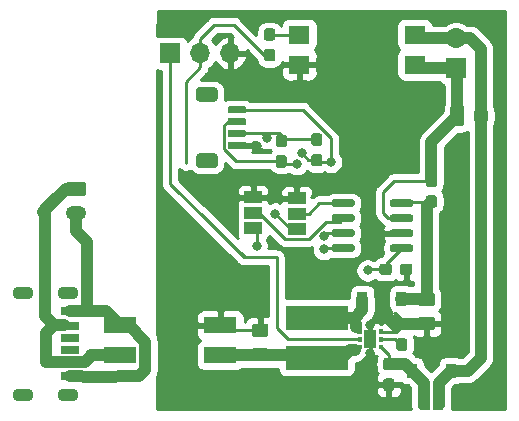
<source format=gtl>
G04 #@! TF.GenerationSoftware,KiCad,Pcbnew,(5.1.5-0)*
G04 #@! TF.CreationDate,2022-05-19T14:53:53-06:00*
G04 #@! TF.ProjectId,TPS61165-heater-v5,54505336-3131-4363-952d-686561746572,rev?*
G04 #@! TF.SameCoordinates,Original*
G04 #@! TF.FileFunction,Copper,L1,Top*
G04 #@! TF.FilePolarity,Positive*
%FSLAX46Y46*%
G04 Gerber Fmt 4.6, Leading zero omitted, Abs format (unit mm)*
G04 Created by KiCad (PCBNEW (5.1.5-0)) date 2022-05-19 14:53:53*
%MOMM*%
%LPD*%
G04 APERTURE LIST*
%ADD10O,1.800000X1.100000*%
%ADD11R,1.500000X0.800000*%
%ADD12R,1.500000X0.760000*%
%ADD13R,1.500000X0.700000*%
%ADD14C,0.100000*%
%ADD15R,0.900000X1.200000*%
%ADD16R,1.800000X1.600000*%
%ADD17R,5.300000X2.000000*%
%ADD18R,1.500000X1.000000*%
%ADD19O,1.700000X1.700000*%
%ADD20R,1.700000X1.700000*%
%ADD21R,2.825000X1.400000*%
%ADD22R,1.000000X1.600000*%
%ADD23O,1.200000X1.750000*%
%ADD24O,1.750000X1.200000*%
%ADD25C,0.800000*%
%ADD26C,1.000000*%
%ADD27C,0.250000*%
%ADD28C,0.254000*%
G04 APERTURE END LIST*
D10*
X118525000Y-79480000D03*
X118525000Y-88120000D03*
X122325000Y-79480000D03*
X122325000Y-88120000D03*
D11*
X122475000Y-81050000D03*
D12*
X122475000Y-82280000D03*
D13*
X122475000Y-83300000D03*
X122475000Y-84300000D03*
D12*
X122475000Y-85320000D03*
D11*
X122475000Y-86550000D03*
G04 #@! TA.AperFunction,SMDPad,CuDef*
D14*
G36*
X153360779Y-71251144D02*
G01*
X153383834Y-71254563D01*
X153406443Y-71260227D01*
X153428387Y-71268079D01*
X153449457Y-71278044D01*
X153469448Y-71290026D01*
X153488168Y-71303910D01*
X153505438Y-71319562D01*
X153521090Y-71336832D01*
X153534974Y-71355552D01*
X153546956Y-71375543D01*
X153556921Y-71396613D01*
X153564773Y-71418557D01*
X153570437Y-71441166D01*
X153573856Y-71464221D01*
X153575000Y-71487500D01*
X153575000Y-72062500D01*
X153573856Y-72085779D01*
X153570437Y-72108834D01*
X153564773Y-72131443D01*
X153556921Y-72153387D01*
X153546956Y-72174457D01*
X153534974Y-72194448D01*
X153521090Y-72213168D01*
X153505438Y-72230438D01*
X153488168Y-72246090D01*
X153469448Y-72259974D01*
X153449457Y-72271956D01*
X153428387Y-72281921D01*
X153406443Y-72289773D01*
X153383834Y-72295437D01*
X153360779Y-72298856D01*
X153337500Y-72300000D01*
X152862500Y-72300000D01*
X152839221Y-72298856D01*
X152816166Y-72295437D01*
X152793557Y-72289773D01*
X152771613Y-72281921D01*
X152750543Y-72271956D01*
X152730552Y-72259974D01*
X152711832Y-72246090D01*
X152694562Y-72230438D01*
X152678910Y-72213168D01*
X152665026Y-72194448D01*
X152653044Y-72174457D01*
X152643079Y-72153387D01*
X152635227Y-72131443D01*
X152629563Y-72108834D01*
X152626144Y-72085779D01*
X152625000Y-72062500D01*
X152625000Y-71487500D01*
X152626144Y-71464221D01*
X152629563Y-71441166D01*
X152635227Y-71418557D01*
X152643079Y-71396613D01*
X152653044Y-71375543D01*
X152665026Y-71355552D01*
X152678910Y-71336832D01*
X152694562Y-71319562D01*
X152711832Y-71303910D01*
X152730552Y-71290026D01*
X152750543Y-71278044D01*
X152771613Y-71268079D01*
X152793557Y-71260227D01*
X152816166Y-71254563D01*
X152839221Y-71251144D01*
X152862500Y-71250000D01*
X153337500Y-71250000D01*
X153360779Y-71251144D01*
G37*
G04 #@! TD.AperFunction*
G04 #@! TA.AperFunction,SMDPad,CuDef*
G36*
X153360779Y-69501144D02*
G01*
X153383834Y-69504563D01*
X153406443Y-69510227D01*
X153428387Y-69518079D01*
X153449457Y-69528044D01*
X153469448Y-69540026D01*
X153488168Y-69553910D01*
X153505438Y-69569562D01*
X153521090Y-69586832D01*
X153534974Y-69605552D01*
X153546956Y-69625543D01*
X153556921Y-69646613D01*
X153564773Y-69668557D01*
X153570437Y-69691166D01*
X153573856Y-69714221D01*
X153575000Y-69737500D01*
X153575000Y-70312500D01*
X153573856Y-70335779D01*
X153570437Y-70358834D01*
X153564773Y-70381443D01*
X153556921Y-70403387D01*
X153546956Y-70424457D01*
X153534974Y-70444448D01*
X153521090Y-70463168D01*
X153505438Y-70480438D01*
X153488168Y-70496090D01*
X153469448Y-70509974D01*
X153449457Y-70521956D01*
X153428387Y-70531921D01*
X153406443Y-70539773D01*
X153383834Y-70545437D01*
X153360779Y-70548856D01*
X153337500Y-70550000D01*
X152862500Y-70550000D01*
X152839221Y-70548856D01*
X152816166Y-70545437D01*
X152793557Y-70539773D01*
X152771613Y-70531921D01*
X152750543Y-70521956D01*
X152730552Y-70509974D01*
X152711832Y-70496090D01*
X152694562Y-70480438D01*
X152678910Y-70463168D01*
X152665026Y-70444448D01*
X152653044Y-70424457D01*
X152643079Y-70403387D01*
X152635227Y-70381443D01*
X152629563Y-70358834D01*
X152626144Y-70335779D01*
X152625000Y-70312500D01*
X152625000Y-69737500D01*
X152626144Y-69714221D01*
X152629563Y-69691166D01*
X152635227Y-69668557D01*
X152643079Y-69646613D01*
X152653044Y-69625543D01*
X152665026Y-69605552D01*
X152678910Y-69586832D01*
X152694562Y-69569562D01*
X152711832Y-69553910D01*
X152730552Y-69540026D01*
X152750543Y-69528044D01*
X152771613Y-69518079D01*
X152793557Y-69510227D01*
X152816166Y-69504563D01*
X152839221Y-69501144D01*
X152862500Y-69500000D01*
X153337500Y-69500000D01*
X153360779Y-69501144D01*
G37*
G04 #@! TD.AperFunction*
G04 #@! TA.AperFunction,SMDPad,CuDef*
G36*
X151414703Y-71595722D02*
G01*
X151429264Y-71597882D01*
X151443543Y-71601459D01*
X151457403Y-71606418D01*
X151470710Y-71612712D01*
X151483336Y-71620280D01*
X151495159Y-71629048D01*
X151506066Y-71638934D01*
X151515952Y-71649841D01*
X151524720Y-71661664D01*
X151532288Y-71674290D01*
X151538582Y-71687597D01*
X151543541Y-71701457D01*
X151547118Y-71715736D01*
X151549278Y-71730297D01*
X151550000Y-71745000D01*
X151550000Y-72045000D01*
X151549278Y-72059703D01*
X151547118Y-72074264D01*
X151543541Y-72088543D01*
X151538582Y-72102403D01*
X151532288Y-72115710D01*
X151524720Y-72128336D01*
X151515952Y-72140159D01*
X151506066Y-72151066D01*
X151495159Y-72160952D01*
X151483336Y-72169720D01*
X151470710Y-72177288D01*
X151457403Y-72183582D01*
X151443543Y-72188541D01*
X151429264Y-72192118D01*
X151414703Y-72194278D01*
X151400000Y-72195000D01*
X149750000Y-72195000D01*
X149735297Y-72194278D01*
X149720736Y-72192118D01*
X149706457Y-72188541D01*
X149692597Y-72183582D01*
X149679290Y-72177288D01*
X149666664Y-72169720D01*
X149654841Y-72160952D01*
X149643934Y-72151066D01*
X149634048Y-72140159D01*
X149625280Y-72128336D01*
X149617712Y-72115710D01*
X149611418Y-72102403D01*
X149606459Y-72088543D01*
X149602882Y-72074264D01*
X149600722Y-72059703D01*
X149600000Y-72045000D01*
X149600000Y-71745000D01*
X149600722Y-71730297D01*
X149602882Y-71715736D01*
X149606459Y-71701457D01*
X149611418Y-71687597D01*
X149617712Y-71674290D01*
X149625280Y-71661664D01*
X149634048Y-71649841D01*
X149643934Y-71638934D01*
X149654841Y-71629048D01*
X149666664Y-71620280D01*
X149679290Y-71612712D01*
X149692597Y-71606418D01*
X149706457Y-71601459D01*
X149720736Y-71597882D01*
X149735297Y-71595722D01*
X149750000Y-71595000D01*
X151400000Y-71595000D01*
X151414703Y-71595722D01*
G37*
G04 #@! TD.AperFunction*
G04 #@! TA.AperFunction,SMDPad,CuDef*
G36*
X151414703Y-72865722D02*
G01*
X151429264Y-72867882D01*
X151443543Y-72871459D01*
X151457403Y-72876418D01*
X151470710Y-72882712D01*
X151483336Y-72890280D01*
X151495159Y-72899048D01*
X151506066Y-72908934D01*
X151515952Y-72919841D01*
X151524720Y-72931664D01*
X151532288Y-72944290D01*
X151538582Y-72957597D01*
X151543541Y-72971457D01*
X151547118Y-72985736D01*
X151549278Y-73000297D01*
X151550000Y-73015000D01*
X151550000Y-73315000D01*
X151549278Y-73329703D01*
X151547118Y-73344264D01*
X151543541Y-73358543D01*
X151538582Y-73372403D01*
X151532288Y-73385710D01*
X151524720Y-73398336D01*
X151515952Y-73410159D01*
X151506066Y-73421066D01*
X151495159Y-73430952D01*
X151483336Y-73439720D01*
X151470710Y-73447288D01*
X151457403Y-73453582D01*
X151443543Y-73458541D01*
X151429264Y-73462118D01*
X151414703Y-73464278D01*
X151400000Y-73465000D01*
X149750000Y-73465000D01*
X149735297Y-73464278D01*
X149720736Y-73462118D01*
X149706457Y-73458541D01*
X149692597Y-73453582D01*
X149679290Y-73447288D01*
X149666664Y-73439720D01*
X149654841Y-73430952D01*
X149643934Y-73421066D01*
X149634048Y-73410159D01*
X149625280Y-73398336D01*
X149617712Y-73385710D01*
X149611418Y-73372403D01*
X149606459Y-73358543D01*
X149602882Y-73344264D01*
X149600722Y-73329703D01*
X149600000Y-73315000D01*
X149600000Y-73015000D01*
X149600722Y-73000297D01*
X149602882Y-72985736D01*
X149606459Y-72971457D01*
X149611418Y-72957597D01*
X149617712Y-72944290D01*
X149625280Y-72931664D01*
X149634048Y-72919841D01*
X149643934Y-72908934D01*
X149654841Y-72899048D01*
X149666664Y-72890280D01*
X149679290Y-72882712D01*
X149692597Y-72876418D01*
X149706457Y-72871459D01*
X149720736Y-72867882D01*
X149735297Y-72865722D01*
X149750000Y-72865000D01*
X151400000Y-72865000D01*
X151414703Y-72865722D01*
G37*
G04 #@! TD.AperFunction*
G04 #@! TA.AperFunction,SMDPad,CuDef*
G36*
X151414703Y-74135722D02*
G01*
X151429264Y-74137882D01*
X151443543Y-74141459D01*
X151457403Y-74146418D01*
X151470710Y-74152712D01*
X151483336Y-74160280D01*
X151495159Y-74169048D01*
X151506066Y-74178934D01*
X151515952Y-74189841D01*
X151524720Y-74201664D01*
X151532288Y-74214290D01*
X151538582Y-74227597D01*
X151543541Y-74241457D01*
X151547118Y-74255736D01*
X151549278Y-74270297D01*
X151550000Y-74285000D01*
X151550000Y-74585000D01*
X151549278Y-74599703D01*
X151547118Y-74614264D01*
X151543541Y-74628543D01*
X151538582Y-74642403D01*
X151532288Y-74655710D01*
X151524720Y-74668336D01*
X151515952Y-74680159D01*
X151506066Y-74691066D01*
X151495159Y-74700952D01*
X151483336Y-74709720D01*
X151470710Y-74717288D01*
X151457403Y-74723582D01*
X151443543Y-74728541D01*
X151429264Y-74732118D01*
X151414703Y-74734278D01*
X151400000Y-74735000D01*
X149750000Y-74735000D01*
X149735297Y-74734278D01*
X149720736Y-74732118D01*
X149706457Y-74728541D01*
X149692597Y-74723582D01*
X149679290Y-74717288D01*
X149666664Y-74709720D01*
X149654841Y-74700952D01*
X149643934Y-74691066D01*
X149634048Y-74680159D01*
X149625280Y-74668336D01*
X149617712Y-74655710D01*
X149611418Y-74642403D01*
X149606459Y-74628543D01*
X149602882Y-74614264D01*
X149600722Y-74599703D01*
X149600000Y-74585000D01*
X149600000Y-74285000D01*
X149600722Y-74270297D01*
X149602882Y-74255736D01*
X149606459Y-74241457D01*
X149611418Y-74227597D01*
X149617712Y-74214290D01*
X149625280Y-74201664D01*
X149634048Y-74189841D01*
X149643934Y-74178934D01*
X149654841Y-74169048D01*
X149666664Y-74160280D01*
X149679290Y-74152712D01*
X149692597Y-74146418D01*
X149706457Y-74141459D01*
X149720736Y-74137882D01*
X149735297Y-74135722D01*
X149750000Y-74135000D01*
X151400000Y-74135000D01*
X151414703Y-74135722D01*
G37*
G04 #@! TD.AperFunction*
G04 #@! TA.AperFunction,SMDPad,CuDef*
G36*
X151414703Y-75405722D02*
G01*
X151429264Y-75407882D01*
X151443543Y-75411459D01*
X151457403Y-75416418D01*
X151470710Y-75422712D01*
X151483336Y-75430280D01*
X151495159Y-75439048D01*
X151506066Y-75448934D01*
X151515952Y-75459841D01*
X151524720Y-75471664D01*
X151532288Y-75484290D01*
X151538582Y-75497597D01*
X151543541Y-75511457D01*
X151547118Y-75525736D01*
X151549278Y-75540297D01*
X151550000Y-75555000D01*
X151550000Y-75855000D01*
X151549278Y-75869703D01*
X151547118Y-75884264D01*
X151543541Y-75898543D01*
X151538582Y-75912403D01*
X151532288Y-75925710D01*
X151524720Y-75938336D01*
X151515952Y-75950159D01*
X151506066Y-75961066D01*
X151495159Y-75970952D01*
X151483336Y-75979720D01*
X151470710Y-75987288D01*
X151457403Y-75993582D01*
X151443543Y-75998541D01*
X151429264Y-76002118D01*
X151414703Y-76004278D01*
X151400000Y-76005000D01*
X149750000Y-76005000D01*
X149735297Y-76004278D01*
X149720736Y-76002118D01*
X149706457Y-75998541D01*
X149692597Y-75993582D01*
X149679290Y-75987288D01*
X149666664Y-75979720D01*
X149654841Y-75970952D01*
X149643934Y-75961066D01*
X149634048Y-75950159D01*
X149625280Y-75938336D01*
X149617712Y-75925710D01*
X149611418Y-75912403D01*
X149606459Y-75898543D01*
X149602882Y-75884264D01*
X149600722Y-75869703D01*
X149600000Y-75855000D01*
X149600000Y-75555000D01*
X149600722Y-75540297D01*
X149602882Y-75525736D01*
X149606459Y-75511457D01*
X149611418Y-75497597D01*
X149617712Y-75484290D01*
X149625280Y-75471664D01*
X149634048Y-75459841D01*
X149643934Y-75448934D01*
X149654841Y-75439048D01*
X149666664Y-75430280D01*
X149679290Y-75422712D01*
X149692597Y-75416418D01*
X149706457Y-75411459D01*
X149720736Y-75407882D01*
X149735297Y-75405722D01*
X149750000Y-75405000D01*
X151400000Y-75405000D01*
X151414703Y-75405722D01*
G37*
G04 #@! TD.AperFunction*
G04 #@! TA.AperFunction,SMDPad,CuDef*
G36*
X146464703Y-75405722D02*
G01*
X146479264Y-75407882D01*
X146493543Y-75411459D01*
X146507403Y-75416418D01*
X146520710Y-75422712D01*
X146533336Y-75430280D01*
X146545159Y-75439048D01*
X146556066Y-75448934D01*
X146565952Y-75459841D01*
X146574720Y-75471664D01*
X146582288Y-75484290D01*
X146588582Y-75497597D01*
X146593541Y-75511457D01*
X146597118Y-75525736D01*
X146599278Y-75540297D01*
X146600000Y-75555000D01*
X146600000Y-75855000D01*
X146599278Y-75869703D01*
X146597118Y-75884264D01*
X146593541Y-75898543D01*
X146588582Y-75912403D01*
X146582288Y-75925710D01*
X146574720Y-75938336D01*
X146565952Y-75950159D01*
X146556066Y-75961066D01*
X146545159Y-75970952D01*
X146533336Y-75979720D01*
X146520710Y-75987288D01*
X146507403Y-75993582D01*
X146493543Y-75998541D01*
X146479264Y-76002118D01*
X146464703Y-76004278D01*
X146450000Y-76005000D01*
X144800000Y-76005000D01*
X144785297Y-76004278D01*
X144770736Y-76002118D01*
X144756457Y-75998541D01*
X144742597Y-75993582D01*
X144729290Y-75987288D01*
X144716664Y-75979720D01*
X144704841Y-75970952D01*
X144693934Y-75961066D01*
X144684048Y-75950159D01*
X144675280Y-75938336D01*
X144667712Y-75925710D01*
X144661418Y-75912403D01*
X144656459Y-75898543D01*
X144652882Y-75884264D01*
X144650722Y-75869703D01*
X144650000Y-75855000D01*
X144650000Y-75555000D01*
X144650722Y-75540297D01*
X144652882Y-75525736D01*
X144656459Y-75511457D01*
X144661418Y-75497597D01*
X144667712Y-75484290D01*
X144675280Y-75471664D01*
X144684048Y-75459841D01*
X144693934Y-75448934D01*
X144704841Y-75439048D01*
X144716664Y-75430280D01*
X144729290Y-75422712D01*
X144742597Y-75416418D01*
X144756457Y-75411459D01*
X144770736Y-75407882D01*
X144785297Y-75405722D01*
X144800000Y-75405000D01*
X146450000Y-75405000D01*
X146464703Y-75405722D01*
G37*
G04 #@! TD.AperFunction*
G04 #@! TA.AperFunction,SMDPad,CuDef*
G36*
X146464703Y-74135722D02*
G01*
X146479264Y-74137882D01*
X146493543Y-74141459D01*
X146507403Y-74146418D01*
X146520710Y-74152712D01*
X146533336Y-74160280D01*
X146545159Y-74169048D01*
X146556066Y-74178934D01*
X146565952Y-74189841D01*
X146574720Y-74201664D01*
X146582288Y-74214290D01*
X146588582Y-74227597D01*
X146593541Y-74241457D01*
X146597118Y-74255736D01*
X146599278Y-74270297D01*
X146600000Y-74285000D01*
X146600000Y-74585000D01*
X146599278Y-74599703D01*
X146597118Y-74614264D01*
X146593541Y-74628543D01*
X146588582Y-74642403D01*
X146582288Y-74655710D01*
X146574720Y-74668336D01*
X146565952Y-74680159D01*
X146556066Y-74691066D01*
X146545159Y-74700952D01*
X146533336Y-74709720D01*
X146520710Y-74717288D01*
X146507403Y-74723582D01*
X146493543Y-74728541D01*
X146479264Y-74732118D01*
X146464703Y-74734278D01*
X146450000Y-74735000D01*
X144800000Y-74735000D01*
X144785297Y-74734278D01*
X144770736Y-74732118D01*
X144756457Y-74728541D01*
X144742597Y-74723582D01*
X144729290Y-74717288D01*
X144716664Y-74709720D01*
X144704841Y-74700952D01*
X144693934Y-74691066D01*
X144684048Y-74680159D01*
X144675280Y-74668336D01*
X144667712Y-74655710D01*
X144661418Y-74642403D01*
X144656459Y-74628543D01*
X144652882Y-74614264D01*
X144650722Y-74599703D01*
X144650000Y-74585000D01*
X144650000Y-74285000D01*
X144650722Y-74270297D01*
X144652882Y-74255736D01*
X144656459Y-74241457D01*
X144661418Y-74227597D01*
X144667712Y-74214290D01*
X144675280Y-74201664D01*
X144684048Y-74189841D01*
X144693934Y-74178934D01*
X144704841Y-74169048D01*
X144716664Y-74160280D01*
X144729290Y-74152712D01*
X144742597Y-74146418D01*
X144756457Y-74141459D01*
X144770736Y-74137882D01*
X144785297Y-74135722D01*
X144800000Y-74135000D01*
X146450000Y-74135000D01*
X146464703Y-74135722D01*
G37*
G04 #@! TD.AperFunction*
G04 #@! TA.AperFunction,SMDPad,CuDef*
G36*
X146464703Y-72865722D02*
G01*
X146479264Y-72867882D01*
X146493543Y-72871459D01*
X146507403Y-72876418D01*
X146520710Y-72882712D01*
X146533336Y-72890280D01*
X146545159Y-72899048D01*
X146556066Y-72908934D01*
X146565952Y-72919841D01*
X146574720Y-72931664D01*
X146582288Y-72944290D01*
X146588582Y-72957597D01*
X146593541Y-72971457D01*
X146597118Y-72985736D01*
X146599278Y-73000297D01*
X146600000Y-73015000D01*
X146600000Y-73315000D01*
X146599278Y-73329703D01*
X146597118Y-73344264D01*
X146593541Y-73358543D01*
X146588582Y-73372403D01*
X146582288Y-73385710D01*
X146574720Y-73398336D01*
X146565952Y-73410159D01*
X146556066Y-73421066D01*
X146545159Y-73430952D01*
X146533336Y-73439720D01*
X146520710Y-73447288D01*
X146507403Y-73453582D01*
X146493543Y-73458541D01*
X146479264Y-73462118D01*
X146464703Y-73464278D01*
X146450000Y-73465000D01*
X144800000Y-73465000D01*
X144785297Y-73464278D01*
X144770736Y-73462118D01*
X144756457Y-73458541D01*
X144742597Y-73453582D01*
X144729290Y-73447288D01*
X144716664Y-73439720D01*
X144704841Y-73430952D01*
X144693934Y-73421066D01*
X144684048Y-73410159D01*
X144675280Y-73398336D01*
X144667712Y-73385710D01*
X144661418Y-73372403D01*
X144656459Y-73358543D01*
X144652882Y-73344264D01*
X144650722Y-73329703D01*
X144650000Y-73315000D01*
X144650000Y-73015000D01*
X144650722Y-73000297D01*
X144652882Y-72985736D01*
X144656459Y-72971457D01*
X144661418Y-72957597D01*
X144667712Y-72944290D01*
X144675280Y-72931664D01*
X144684048Y-72919841D01*
X144693934Y-72908934D01*
X144704841Y-72899048D01*
X144716664Y-72890280D01*
X144729290Y-72882712D01*
X144742597Y-72876418D01*
X144756457Y-72871459D01*
X144770736Y-72867882D01*
X144785297Y-72865722D01*
X144800000Y-72865000D01*
X146450000Y-72865000D01*
X146464703Y-72865722D01*
G37*
G04 #@! TD.AperFunction*
G04 #@! TA.AperFunction,SMDPad,CuDef*
G36*
X146464703Y-71595722D02*
G01*
X146479264Y-71597882D01*
X146493543Y-71601459D01*
X146507403Y-71606418D01*
X146520710Y-71612712D01*
X146533336Y-71620280D01*
X146545159Y-71629048D01*
X146556066Y-71638934D01*
X146565952Y-71649841D01*
X146574720Y-71661664D01*
X146582288Y-71674290D01*
X146588582Y-71687597D01*
X146593541Y-71701457D01*
X146597118Y-71715736D01*
X146599278Y-71730297D01*
X146600000Y-71745000D01*
X146600000Y-72045000D01*
X146599278Y-72059703D01*
X146597118Y-72074264D01*
X146593541Y-72088543D01*
X146588582Y-72102403D01*
X146582288Y-72115710D01*
X146574720Y-72128336D01*
X146565952Y-72140159D01*
X146556066Y-72151066D01*
X146545159Y-72160952D01*
X146533336Y-72169720D01*
X146520710Y-72177288D01*
X146507403Y-72183582D01*
X146493543Y-72188541D01*
X146479264Y-72192118D01*
X146464703Y-72194278D01*
X146450000Y-72195000D01*
X144800000Y-72195000D01*
X144785297Y-72194278D01*
X144770736Y-72192118D01*
X144756457Y-72188541D01*
X144742597Y-72183582D01*
X144729290Y-72177288D01*
X144716664Y-72169720D01*
X144704841Y-72160952D01*
X144693934Y-72151066D01*
X144684048Y-72140159D01*
X144675280Y-72128336D01*
X144667712Y-72115710D01*
X144661418Y-72102403D01*
X144656459Y-72088543D01*
X144652882Y-72074264D01*
X144650722Y-72059703D01*
X144650000Y-72045000D01*
X144650000Y-71745000D01*
X144650722Y-71730297D01*
X144652882Y-71715736D01*
X144656459Y-71701457D01*
X144661418Y-71687597D01*
X144667712Y-71674290D01*
X144675280Y-71661664D01*
X144684048Y-71649841D01*
X144693934Y-71638934D01*
X144704841Y-71629048D01*
X144716664Y-71620280D01*
X144729290Y-71612712D01*
X144742597Y-71606418D01*
X144756457Y-71601459D01*
X144770736Y-71597882D01*
X144785297Y-71595722D01*
X144800000Y-71595000D01*
X146450000Y-71595000D01*
X146464703Y-71595722D01*
G37*
G04 #@! TD.AperFunction*
G04 #@! TA.AperFunction,SMDPad,CuDef*
G36*
X153750000Y-87950602D02*
G01*
X153774534Y-87950602D01*
X153823365Y-87955412D01*
X153871490Y-87964984D01*
X153918445Y-87979228D01*
X153963778Y-87998005D01*
X154007051Y-88021136D01*
X154047850Y-88048396D01*
X154085779Y-88079524D01*
X154120476Y-88114221D01*
X154151604Y-88152150D01*
X154178864Y-88192949D01*
X154201995Y-88236222D01*
X154220772Y-88281555D01*
X154235016Y-88328510D01*
X154244588Y-88376635D01*
X154249398Y-88425466D01*
X154249398Y-88450000D01*
X154250000Y-88450000D01*
X154250000Y-88950000D01*
X154249398Y-88950000D01*
X154249398Y-88974534D01*
X154244588Y-89023365D01*
X154235016Y-89071490D01*
X154220772Y-89118445D01*
X154201995Y-89163778D01*
X154178864Y-89207051D01*
X154151604Y-89247850D01*
X154120476Y-89285779D01*
X154085779Y-89320476D01*
X154047850Y-89351604D01*
X154007051Y-89378864D01*
X153963778Y-89401995D01*
X153918445Y-89420772D01*
X153871490Y-89435016D01*
X153823365Y-89444588D01*
X153774534Y-89449398D01*
X153750000Y-89449398D01*
X153750000Y-89450000D01*
X153250000Y-89450000D01*
X153250000Y-87950000D01*
X153750000Y-87950000D01*
X153750000Y-87950602D01*
G37*
G04 #@! TD.AperFunction*
G04 #@! TA.AperFunction,SMDPad,CuDef*
G36*
X152950000Y-89450000D02*
G01*
X152450000Y-89450000D01*
X152450000Y-89449398D01*
X152425466Y-89449398D01*
X152376635Y-89444588D01*
X152328510Y-89435016D01*
X152281555Y-89420772D01*
X152236222Y-89401995D01*
X152192949Y-89378864D01*
X152152150Y-89351604D01*
X152114221Y-89320476D01*
X152079524Y-89285779D01*
X152048396Y-89247850D01*
X152021136Y-89207051D01*
X151998005Y-89163778D01*
X151979228Y-89118445D01*
X151964984Y-89071490D01*
X151955412Y-89023365D01*
X151950602Y-88974534D01*
X151950602Y-88950000D01*
X151950000Y-88950000D01*
X151950000Y-88450000D01*
X151950602Y-88450000D01*
X151950602Y-88425466D01*
X151955412Y-88376635D01*
X151964984Y-88328510D01*
X151979228Y-88281555D01*
X151998005Y-88236222D01*
X152021136Y-88192949D01*
X152048396Y-88152150D01*
X152079524Y-88114221D01*
X152114221Y-88079524D01*
X152152150Y-88048396D01*
X152192949Y-88021136D01*
X152236222Y-87998005D01*
X152281555Y-87979228D01*
X152328510Y-87964984D01*
X152376635Y-87955412D01*
X152425466Y-87950602D01*
X152450000Y-87950602D01*
X152450000Y-87950000D01*
X152950000Y-87950000D01*
X152950000Y-89450000D01*
G37*
G04 #@! TD.AperFunction*
D15*
X151450000Y-86100000D03*
X154750000Y-86100000D03*
D16*
X151676000Y-57630000D03*
X151676000Y-60170000D03*
X141924000Y-60170000D03*
X141924000Y-57630000D03*
D17*
X143400000Y-81600000D03*
X143400000Y-85000000D03*
D18*
X141700000Y-74100000D03*
X141700000Y-72800000D03*
X141700000Y-71500000D03*
X138000000Y-74000000D03*
X138000000Y-72700000D03*
X138000000Y-71400000D03*
G04 #@! TA.AperFunction,SMDPad,CuDef*
D14*
G36*
X143660779Y-66001144D02*
G01*
X143683834Y-66004563D01*
X143706443Y-66010227D01*
X143728387Y-66018079D01*
X143749457Y-66028044D01*
X143769448Y-66040026D01*
X143788168Y-66053910D01*
X143805438Y-66069562D01*
X143821090Y-66086832D01*
X143834974Y-66105552D01*
X143846956Y-66125543D01*
X143856921Y-66146613D01*
X143864773Y-66168557D01*
X143870437Y-66191166D01*
X143873856Y-66214221D01*
X143875000Y-66237500D01*
X143875000Y-66812500D01*
X143873856Y-66835779D01*
X143870437Y-66858834D01*
X143864773Y-66881443D01*
X143856921Y-66903387D01*
X143846956Y-66924457D01*
X143834974Y-66944448D01*
X143821090Y-66963168D01*
X143805438Y-66980438D01*
X143788168Y-66996090D01*
X143769448Y-67009974D01*
X143749457Y-67021956D01*
X143728387Y-67031921D01*
X143706443Y-67039773D01*
X143683834Y-67045437D01*
X143660779Y-67048856D01*
X143637500Y-67050000D01*
X143162500Y-67050000D01*
X143139221Y-67048856D01*
X143116166Y-67045437D01*
X143093557Y-67039773D01*
X143071613Y-67031921D01*
X143050543Y-67021956D01*
X143030552Y-67009974D01*
X143011832Y-66996090D01*
X142994562Y-66980438D01*
X142978910Y-66963168D01*
X142965026Y-66944448D01*
X142953044Y-66924457D01*
X142943079Y-66903387D01*
X142935227Y-66881443D01*
X142929563Y-66858834D01*
X142926144Y-66835779D01*
X142925000Y-66812500D01*
X142925000Y-66237500D01*
X142926144Y-66214221D01*
X142929563Y-66191166D01*
X142935227Y-66168557D01*
X142943079Y-66146613D01*
X142953044Y-66125543D01*
X142965026Y-66105552D01*
X142978910Y-66086832D01*
X142994562Y-66069562D01*
X143011832Y-66053910D01*
X143030552Y-66040026D01*
X143050543Y-66028044D01*
X143071613Y-66018079D01*
X143093557Y-66010227D01*
X143116166Y-66004563D01*
X143139221Y-66001144D01*
X143162500Y-66000000D01*
X143637500Y-66000000D01*
X143660779Y-66001144D01*
G37*
G04 #@! TD.AperFunction*
G04 #@! TA.AperFunction,SMDPad,CuDef*
G36*
X143660779Y-67751144D02*
G01*
X143683834Y-67754563D01*
X143706443Y-67760227D01*
X143728387Y-67768079D01*
X143749457Y-67778044D01*
X143769448Y-67790026D01*
X143788168Y-67803910D01*
X143805438Y-67819562D01*
X143821090Y-67836832D01*
X143834974Y-67855552D01*
X143846956Y-67875543D01*
X143856921Y-67896613D01*
X143864773Y-67918557D01*
X143870437Y-67941166D01*
X143873856Y-67964221D01*
X143875000Y-67987500D01*
X143875000Y-68562500D01*
X143873856Y-68585779D01*
X143870437Y-68608834D01*
X143864773Y-68631443D01*
X143856921Y-68653387D01*
X143846956Y-68674457D01*
X143834974Y-68694448D01*
X143821090Y-68713168D01*
X143805438Y-68730438D01*
X143788168Y-68746090D01*
X143769448Y-68759974D01*
X143749457Y-68771956D01*
X143728387Y-68781921D01*
X143706443Y-68789773D01*
X143683834Y-68795437D01*
X143660779Y-68798856D01*
X143637500Y-68800000D01*
X143162500Y-68800000D01*
X143139221Y-68798856D01*
X143116166Y-68795437D01*
X143093557Y-68789773D01*
X143071613Y-68781921D01*
X143050543Y-68771956D01*
X143030552Y-68759974D01*
X143011832Y-68746090D01*
X142994562Y-68730438D01*
X142978910Y-68713168D01*
X142965026Y-68694448D01*
X142953044Y-68674457D01*
X142943079Y-68653387D01*
X142935227Y-68631443D01*
X142929563Y-68608834D01*
X142926144Y-68585779D01*
X142925000Y-68562500D01*
X142925000Y-67987500D01*
X142926144Y-67964221D01*
X142929563Y-67941166D01*
X142935227Y-67918557D01*
X142943079Y-67896613D01*
X142953044Y-67875543D01*
X142965026Y-67855552D01*
X142978910Y-67836832D01*
X142994562Y-67819562D01*
X143011832Y-67803910D01*
X143030552Y-67790026D01*
X143050543Y-67778044D01*
X143071613Y-67768079D01*
X143093557Y-67760227D01*
X143116166Y-67754563D01*
X143139221Y-67751144D01*
X143162500Y-67750000D01*
X143637500Y-67750000D01*
X143660779Y-67751144D01*
G37*
G04 #@! TD.AperFunction*
G04 #@! TA.AperFunction,SMDPad,CuDef*
G36*
X140660779Y-66101144D02*
G01*
X140683834Y-66104563D01*
X140706443Y-66110227D01*
X140728387Y-66118079D01*
X140749457Y-66128044D01*
X140769448Y-66140026D01*
X140788168Y-66153910D01*
X140805438Y-66169562D01*
X140821090Y-66186832D01*
X140834974Y-66205552D01*
X140846956Y-66225543D01*
X140856921Y-66246613D01*
X140864773Y-66268557D01*
X140870437Y-66291166D01*
X140873856Y-66314221D01*
X140875000Y-66337500D01*
X140875000Y-66912500D01*
X140873856Y-66935779D01*
X140870437Y-66958834D01*
X140864773Y-66981443D01*
X140856921Y-67003387D01*
X140846956Y-67024457D01*
X140834974Y-67044448D01*
X140821090Y-67063168D01*
X140805438Y-67080438D01*
X140788168Y-67096090D01*
X140769448Y-67109974D01*
X140749457Y-67121956D01*
X140728387Y-67131921D01*
X140706443Y-67139773D01*
X140683834Y-67145437D01*
X140660779Y-67148856D01*
X140637500Y-67150000D01*
X140162500Y-67150000D01*
X140139221Y-67148856D01*
X140116166Y-67145437D01*
X140093557Y-67139773D01*
X140071613Y-67131921D01*
X140050543Y-67121956D01*
X140030552Y-67109974D01*
X140011832Y-67096090D01*
X139994562Y-67080438D01*
X139978910Y-67063168D01*
X139965026Y-67044448D01*
X139953044Y-67024457D01*
X139943079Y-67003387D01*
X139935227Y-66981443D01*
X139929563Y-66958834D01*
X139926144Y-66935779D01*
X139925000Y-66912500D01*
X139925000Y-66337500D01*
X139926144Y-66314221D01*
X139929563Y-66291166D01*
X139935227Y-66268557D01*
X139943079Y-66246613D01*
X139953044Y-66225543D01*
X139965026Y-66205552D01*
X139978910Y-66186832D01*
X139994562Y-66169562D01*
X140011832Y-66153910D01*
X140030552Y-66140026D01*
X140050543Y-66128044D01*
X140071613Y-66118079D01*
X140093557Y-66110227D01*
X140116166Y-66104563D01*
X140139221Y-66101144D01*
X140162500Y-66100000D01*
X140637500Y-66100000D01*
X140660779Y-66101144D01*
G37*
G04 #@! TD.AperFunction*
G04 #@! TA.AperFunction,SMDPad,CuDef*
G36*
X140660779Y-67851144D02*
G01*
X140683834Y-67854563D01*
X140706443Y-67860227D01*
X140728387Y-67868079D01*
X140749457Y-67878044D01*
X140769448Y-67890026D01*
X140788168Y-67903910D01*
X140805438Y-67919562D01*
X140821090Y-67936832D01*
X140834974Y-67955552D01*
X140846956Y-67975543D01*
X140856921Y-67996613D01*
X140864773Y-68018557D01*
X140870437Y-68041166D01*
X140873856Y-68064221D01*
X140875000Y-68087500D01*
X140875000Y-68662500D01*
X140873856Y-68685779D01*
X140870437Y-68708834D01*
X140864773Y-68731443D01*
X140856921Y-68753387D01*
X140846956Y-68774457D01*
X140834974Y-68794448D01*
X140821090Y-68813168D01*
X140805438Y-68830438D01*
X140788168Y-68846090D01*
X140769448Y-68859974D01*
X140749457Y-68871956D01*
X140728387Y-68881921D01*
X140706443Y-68889773D01*
X140683834Y-68895437D01*
X140660779Y-68898856D01*
X140637500Y-68900000D01*
X140162500Y-68900000D01*
X140139221Y-68898856D01*
X140116166Y-68895437D01*
X140093557Y-68889773D01*
X140071613Y-68881921D01*
X140050543Y-68871956D01*
X140030552Y-68859974D01*
X140011832Y-68846090D01*
X139994562Y-68830438D01*
X139978910Y-68813168D01*
X139965026Y-68794448D01*
X139953044Y-68774457D01*
X139943079Y-68753387D01*
X139935227Y-68731443D01*
X139929563Y-68708834D01*
X139926144Y-68685779D01*
X139925000Y-68662500D01*
X139925000Y-68087500D01*
X139926144Y-68064221D01*
X139929563Y-68041166D01*
X139935227Y-68018557D01*
X139943079Y-67996613D01*
X139953044Y-67975543D01*
X139965026Y-67955552D01*
X139978910Y-67936832D01*
X139994562Y-67919562D01*
X140011832Y-67903910D01*
X140030552Y-67890026D01*
X140050543Y-67878044D01*
X140071613Y-67868079D01*
X140093557Y-67860227D01*
X140116166Y-67854563D01*
X140139221Y-67851144D01*
X140162500Y-67850000D01*
X140637500Y-67850000D01*
X140660779Y-67851144D01*
G37*
G04 #@! TD.AperFunction*
G04 #@! TA.AperFunction,SMDPad,CuDef*
G36*
X134774505Y-62101204D02*
G01*
X134798773Y-62104804D01*
X134822572Y-62110765D01*
X134845671Y-62119030D01*
X134867850Y-62129520D01*
X134888893Y-62142132D01*
X134908599Y-62156747D01*
X134926777Y-62173223D01*
X134943253Y-62191401D01*
X134957868Y-62211107D01*
X134970480Y-62232150D01*
X134980970Y-62254329D01*
X134989235Y-62277428D01*
X134995196Y-62301227D01*
X134998796Y-62325495D01*
X135000000Y-62349999D01*
X135000000Y-63050001D01*
X134998796Y-63074505D01*
X134995196Y-63098773D01*
X134989235Y-63122572D01*
X134980970Y-63145671D01*
X134970480Y-63167850D01*
X134957868Y-63188893D01*
X134943253Y-63208599D01*
X134926777Y-63226777D01*
X134908599Y-63243253D01*
X134888893Y-63257868D01*
X134867850Y-63270480D01*
X134845671Y-63280970D01*
X134822572Y-63289235D01*
X134798773Y-63295196D01*
X134774505Y-63298796D01*
X134750001Y-63300000D01*
X133449999Y-63300000D01*
X133425495Y-63298796D01*
X133401227Y-63295196D01*
X133377428Y-63289235D01*
X133354329Y-63280970D01*
X133332150Y-63270480D01*
X133311107Y-63257868D01*
X133291401Y-63243253D01*
X133273223Y-63226777D01*
X133256747Y-63208599D01*
X133242132Y-63188893D01*
X133229520Y-63167850D01*
X133219030Y-63145671D01*
X133210765Y-63122572D01*
X133204804Y-63098773D01*
X133201204Y-63074505D01*
X133200000Y-63050001D01*
X133200000Y-62349999D01*
X133201204Y-62325495D01*
X133204804Y-62301227D01*
X133210765Y-62277428D01*
X133219030Y-62254329D01*
X133229520Y-62232150D01*
X133242132Y-62211107D01*
X133256747Y-62191401D01*
X133273223Y-62173223D01*
X133291401Y-62156747D01*
X133311107Y-62142132D01*
X133332150Y-62129520D01*
X133354329Y-62119030D01*
X133377428Y-62110765D01*
X133401227Y-62104804D01*
X133425495Y-62101204D01*
X133449999Y-62100000D01*
X134750001Y-62100000D01*
X134774505Y-62101204D01*
G37*
G04 #@! TD.AperFunction*
G04 #@! TA.AperFunction,SMDPad,CuDef*
G36*
X134774505Y-67701204D02*
G01*
X134798773Y-67704804D01*
X134822572Y-67710765D01*
X134845671Y-67719030D01*
X134867850Y-67729520D01*
X134888893Y-67742132D01*
X134908599Y-67756747D01*
X134926777Y-67773223D01*
X134943253Y-67791401D01*
X134957868Y-67811107D01*
X134970480Y-67832150D01*
X134980970Y-67854329D01*
X134989235Y-67877428D01*
X134995196Y-67901227D01*
X134998796Y-67925495D01*
X135000000Y-67949999D01*
X135000000Y-68650001D01*
X134998796Y-68674505D01*
X134995196Y-68698773D01*
X134989235Y-68722572D01*
X134980970Y-68745671D01*
X134970480Y-68767850D01*
X134957868Y-68788893D01*
X134943253Y-68808599D01*
X134926777Y-68826777D01*
X134908599Y-68843253D01*
X134888893Y-68857868D01*
X134867850Y-68870480D01*
X134845671Y-68880970D01*
X134822572Y-68889235D01*
X134798773Y-68895196D01*
X134774505Y-68898796D01*
X134750001Y-68900000D01*
X133449999Y-68900000D01*
X133425495Y-68898796D01*
X133401227Y-68895196D01*
X133377428Y-68889235D01*
X133354329Y-68880970D01*
X133332150Y-68870480D01*
X133311107Y-68857868D01*
X133291401Y-68843253D01*
X133273223Y-68826777D01*
X133256747Y-68808599D01*
X133242132Y-68788893D01*
X133229520Y-68767850D01*
X133219030Y-68745671D01*
X133210765Y-68722572D01*
X133204804Y-68698773D01*
X133201204Y-68674505D01*
X133200000Y-68650001D01*
X133200000Y-67949999D01*
X133201204Y-67925495D01*
X133204804Y-67901227D01*
X133210765Y-67877428D01*
X133219030Y-67854329D01*
X133229520Y-67832150D01*
X133242132Y-67811107D01*
X133256747Y-67791401D01*
X133273223Y-67773223D01*
X133291401Y-67756747D01*
X133311107Y-67742132D01*
X133332150Y-67729520D01*
X133354329Y-67719030D01*
X133377428Y-67710765D01*
X133401227Y-67704804D01*
X133425495Y-67701204D01*
X133449999Y-67700000D01*
X134750001Y-67700000D01*
X134774505Y-67701204D01*
G37*
G04 #@! TD.AperFunction*
G04 #@! TA.AperFunction,SMDPad,CuDef*
G36*
X137264703Y-63700722D02*
G01*
X137279264Y-63702882D01*
X137293543Y-63706459D01*
X137307403Y-63711418D01*
X137320710Y-63717712D01*
X137333336Y-63725280D01*
X137345159Y-63734048D01*
X137356066Y-63743934D01*
X137365952Y-63754841D01*
X137374720Y-63766664D01*
X137382288Y-63779290D01*
X137388582Y-63792597D01*
X137393541Y-63806457D01*
X137397118Y-63820736D01*
X137399278Y-63835297D01*
X137400000Y-63850000D01*
X137400000Y-64150000D01*
X137399278Y-64164703D01*
X137397118Y-64179264D01*
X137393541Y-64193543D01*
X137388582Y-64207403D01*
X137382288Y-64220710D01*
X137374720Y-64233336D01*
X137365952Y-64245159D01*
X137356066Y-64256066D01*
X137345159Y-64265952D01*
X137333336Y-64274720D01*
X137320710Y-64282288D01*
X137307403Y-64288582D01*
X137293543Y-64293541D01*
X137279264Y-64297118D01*
X137264703Y-64299278D01*
X137250000Y-64300000D01*
X136000000Y-64300000D01*
X135985297Y-64299278D01*
X135970736Y-64297118D01*
X135956457Y-64293541D01*
X135942597Y-64288582D01*
X135929290Y-64282288D01*
X135916664Y-64274720D01*
X135904841Y-64265952D01*
X135893934Y-64256066D01*
X135884048Y-64245159D01*
X135875280Y-64233336D01*
X135867712Y-64220710D01*
X135861418Y-64207403D01*
X135856459Y-64193543D01*
X135852882Y-64179264D01*
X135850722Y-64164703D01*
X135850000Y-64150000D01*
X135850000Y-63850000D01*
X135850722Y-63835297D01*
X135852882Y-63820736D01*
X135856459Y-63806457D01*
X135861418Y-63792597D01*
X135867712Y-63779290D01*
X135875280Y-63766664D01*
X135884048Y-63754841D01*
X135893934Y-63743934D01*
X135904841Y-63734048D01*
X135916664Y-63725280D01*
X135929290Y-63717712D01*
X135942597Y-63711418D01*
X135956457Y-63706459D01*
X135970736Y-63702882D01*
X135985297Y-63700722D01*
X136000000Y-63700000D01*
X137250000Y-63700000D01*
X137264703Y-63700722D01*
G37*
G04 #@! TD.AperFunction*
G04 #@! TA.AperFunction,SMDPad,CuDef*
G36*
X137264703Y-64700722D02*
G01*
X137279264Y-64702882D01*
X137293543Y-64706459D01*
X137307403Y-64711418D01*
X137320710Y-64717712D01*
X137333336Y-64725280D01*
X137345159Y-64734048D01*
X137356066Y-64743934D01*
X137365952Y-64754841D01*
X137374720Y-64766664D01*
X137382288Y-64779290D01*
X137388582Y-64792597D01*
X137393541Y-64806457D01*
X137397118Y-64820736D01*
X137399278Y-64835297D01*
X137400000Y-64850000D01*
X137400000Y-65150000D01*
X137399278Y-65164703D01*
X137397118Y-65179264D01*
X137393541Y-65193543D01*
X137388582Y-65207403D01*
X137382288Y-65220710D01*
X137374720Y-65233336D01*
X137365952Y-65245159D01*
X137356066Y-65256066D01*
X137345159Y-65265952D01*
X137333336Y-65274720D01*
X137320710Y-65282288D01*
X137307403Y-65288582D01*
X137293543Y-65293541D01*
X137279264Y-65297118D01*
X137264703Y-65299278D01*
X137250000Y-65300000D01*
X136000000Y-65300000D01*
X135985297Y-65299278D01*
X135970736Y-65297118D01*
X135956457Y-65293541D01*
X135942597Y-65288582D01*
X135929290Y-65282288D01*
X135916664Y-65274720D01*
X135904841Y-65265952D01*
X135893934Y-65256066D01*
X135884048Y-65245159D01*
X135875280Y-65233336D01*
X135867712Y-65220710D01*
X135861418Y-65207403D01*
X135856459Y-65193543D01*
X135852882Y-65179264D01*
X135850722Y-65164703D01*
X135850000Y-65150000D01*
X135850000Y-64850000D01*
X135850722Y-64835297D01*
X135852882Y-64820736D01*
X135856459Y-64806457D01*
X135861418Y-64792597D01*
X135867712Y-64779290D01*
X135875280Y-64766664D01*
X135884048Y-64754841D01*
X135893934Y-64743934D01*
X135904841Y-64734048D01*
X135916664Y-64725280D01*
X135929290Y-64717712D01*
X135942597Y-64711418D01*
X135956457Y-64706459D01*
X135970736Y-64702882D01*
X135985297Y-64700722D01*
X136000000Y-64700000D01*
X137250000Y-64700000D01*
X137264703Y-64700722D01*
G37*
G04 #@! TD.AperFunction*
G04 #@! TA.AperFunction,SMDPad,CuDef*
G36*
X137264703Y-65700722D02*
G01*
X137279264Y-65702882D01*
X137293543Y-65706459D01*
X137307403Y-65711418D01*
X137320710Y-65717712D01*
X137333336Y-65725280D01*
X137345159Y-65734048D01*
X137356066Y-65743934D01*
X137365952Y-65754841D01*
X137374720Y-65766664D01*
X137382288Y-65779290D01*
X137388582Y-65792597D01*
X137393541Y-65806457D01*
X137397118Y-65820736D01*
X137399278Y-65835297D01*
X137400000Y-65850000D01*
X137400000Y-66150000D01*
X137399278Y-66164703D01*
X137397118Y-66179264D01*
X137393541Y-66193543D01*
X137388582Y-66207403D01*
X137382288Y-66220710D01*
X137374720Y-66233336D01*
X137365952Y-66245159D01*
X137356066Y-66256066D01*
X137345159Y-66265952D01*
X137333336Y-66274720D01*
X137320710Y-66282288D01*
X137307403Y-66288582D01*
X137293543Y-66293541D01*
X137279264Y-66297118D01*
X137264703Y-66299278D01*
X137250000Y-66300000D01*
X136000000Y-66300000D01*
X135985297Y-66299278D01*
X135970736Y-66297118D01*
X135956457Y-66293541D01*
X135942597Y-66288582D01*
X135929290Y-66282288D01*
X135916664Y-66274720D01*
X135904841Y-66265952D01*
X135893934Y-66256066D01*
X135884048Y-66245159D01*
X135875280Y-66233336D01*
X135867712Y-66220710D01*
X135861418Y-66207403D01*
X135856459Y-66193543D01*
X135852882Y-66179264D01*
X135850722Y-66164703D01*
X135850000Y-66150000D01*
X135850000Y-65850000D01*
X135850722Y-65835297D01*
X135852882Y-65820736D01*
X135856459Y-65806457D01*
X135861418Y-65792597D01*
X135867712Y-65779290D01*
X135875280Y-65766664D01*
X135884048Y-65754841D01*
X135893934Y-65743934D01*
X135904841Y-65734048D01*
X135916664Y-65725280D01*
X135929290Y-65717712D01*
X135942597Y-65711418D01*
X135956457Y-65706459D01*
X135970736Y-65702882D01*
X135985297Y-65700722D01*
X136000000Y-65700000D01*
X137250000Y-65700000D01*
X137264703Y-65700722D01*
G37*
G04 #@! TD.AperFunction*
G04 #@! TA.AperFunction,SMDPad,CuDef*
G36*
X137264703Y-66700722D02*
G01*
X137279264Y-66702882D01*
X137293543Y-66706459D01*
X137307403Y-66711418D01*
X137320710Y-66717712D01*
X137333336Y-66725280D01*
X137345159Y-66734048D01*
X137356066Y-66743934D01*
X137365952Y-66754841D01*
X137374720Y-66766664D01*
X137382288Y-66779290D01*
X137388582Y-66792597D01*
X137393541Y-66806457D01*
X137397118Y-66820736D01*
X137399278Y-66835297D01*
X137400000Y-66850000D01*
X137400000Y-67150000D01*
X137399278Y-67164703D01*
X137397118Y-67179264D01*
X137393541Y-67193543D01*
X137388582Y-67207403D01*
X137382288Y-67220710D01*
X137374720Y-67233336D01*
X137365952Y-67245159D01*
X137356066Y-67256066D01*
X137345159Y-67265952D01*
X137333336Y-67274720D01*
X137320710Y-67282288D01*
X137307403Y-67288582D01*
X137293543Y-67293541D01*
X137279264Y-67297118D01*
X137264703Y-67299278D01*
X137250000Y-67300000D01*
X136000000Y-67300000D01*
X135985297Y-67299278D01*
X135970736Y-67297118D01*
X135956457Y-67293541D01*
X135942597Y-67288582D01*
X135929290Y-67282288D01*
X135916664Y-67274720D01*
X135904841Y-67265952D01*
X135893934Y-67256066D01*
X135884048Y-67245159D01*
X135875280Y-67233336D01*
X135867712Y-67220710D01*
X135861418Y-67207403D01*
X135856459Y-67193543D01*
X135852882Y-67179264D01*
X135850722Y-67164703D01*
X135850000Y-67150000D01*
X135850000Y-66850000D01*
X135850722Y-66835297D01*
X135852882Y-66820736D01*
X135856459Y-66806457D01*
X135861418Y-66792597D01*
X135867712Y-66779290D01*
X135875280Y-66766664D01*
X135884048Y-66754841D01*
X135893934Y-66743934D01*
X135904841Y-66734048D01*
X135916664Y-66725280D01*
X135929290Y-66717712D01*
X135942597Y-66711418D01*
X135956457Y-66706459D01*
X135970736Y-66702882D01*
X135985297Y-66700722D01*
X136000000Y-66700000D01*
X137250000Y-66700000D01*
X137264703Y-66700722D01*
G37*
G04 #@! TD.AperFunction*
G04 #@! TA.AperFunction,SMDPad,CuDef*
G36*
X151285779Y-77026144D02*
G01*
X151308834Y-77029563D01*
X151331443Y-77035227D01*
X151353387Y-77043079D01*
X151374457Y-77053044D01*
X151394448Y-77065026D01*
X151413168Y-77078910D01*
X151430438Y-77094562D01*
X151446090Y-77111832D01*
X151459974Y-77130552D01*
X151471956Y-77150543D01*
X151481921Y-77171613D01*
X151489773Y-77193557D01*
X151495437Y-77216166D01*
X151498856Y-77239221D01*
X151500000Y-77262500D01*
X151500000Y-77737500D01*
X151498856Y-77760779D01*
X151495437Y-77783834D01*
X151489773Y-77806443D01*
X151481921Y-77828387D01*
X151471956Y-77849457D01*
X151459974Y-77869448D01*
X151446090Y-77888168D01*
X151430438Y-77905438D01*
X151413168Y-77921090D01*
X151394448Y-77934974D01*
X151374457Y-77946956D01*
X151353387Y-77956921D01*
X151331443Y-77964773D01*
X151308834Y-77970437D01*
X151285779Y-77973856D01*
X151262500Y-77975000D01*
X150687500Y-77975000D01*
X150664221Y-77973856D01*
X150641166Y-77970437D01*
X150618557Y-77964773D01*
X150596613Y-77956921D01*
X150575543Y-77946956D01*
X150555552Y-77934974D01*
X150536832Y-77921090D01*
X150519562Y-77905438D01*
X150503910Y-77888168D01*
X150490026Y-77869448D01*
X150478044Y-77849457D01*
X150468079Y-77828387D01*
X150460227Y-77806443D01*
X150454563Y-77783834D01*
X150451144Y-77760779D01*
X150450000Y-77737500D01*
X150450000Y-77262500D01*
X150451144Y-77239221D01*
X150454563Y-77216166D01*
X150460227Y-77193557D01*
X150468079Y-77171613D01*
X150478044Y-77150543D01*
X150490026Y-77130552D01*
X150503910Y-77111832D01*
X150519562Y-77094562D01*
X150536832Y-77078910D01*
X150555552Y-77065026D01*
X150575543Y-77053044D01*
X150596613Y-77043079D01*
X150618557Y-77035227D01*
X150641166Y-77029563D01*
X150664221Y-77026144D01*
X150687500Y-77025000D01*
X151262500Y-77025000D01*
X151285779Y-77026144D01*
G37*
G04 #@! TD.AperFunction*
G04 #@! TA.AperFunction,SMDPad,CuDef*
G36*
X149535779Y-77026144D02*
G01*
X149558834Y-77029563D01*
X149581443Y-77035227D01*
X149603387Y-77043079D01*
X149624457Y-77053044D01*
X149644448Y-77065026D01*
X149663168Y-77078910D01*
X149680438Y-77094562D01*
X149696090Y-77111832D01*
X149709974Y-77130552D01*
X149721956Y-77150543D01*
X149731921Y-77171613D01*
X149739773Y-77193557D01*
X149745437Y-77216166D01*
X149748856Y-77239221D01*
X149750000Y-77262500D01*
X149750000Y-77737500D01*
X149748856Y-77760779D01*
X149745437Y-77783834D01*
X149739773Y-77806443D01*
X149731921Y-77828387D01*
X149721956Y-77849457D01*
X149709974Y-77869448D01*
X149696090Y-77888168D01*
X149680438Y-77905438D01*
X149663168Y-77921090D01*
X149644448Y-77934974D01*
X149624457Y-77946956D01*
X149603387Y-77956921D01*
X149581443Y-77964773D01*
X149558834Y-77970437D01*
X149535779Y-77973856D01*
X149512500Y-77975000D01*
X148937500Y-77975000D01*
X148914221Y-77973856D01*
X148891166Y-77970437D01*
X148868557Y-77964773D01*
X148846613Y-77956921D01*
X148825543Y-77946956D01*
X148805552Y-77934974D01*
X148786832Y-77921090D01*
X148769562Y-77905438D01*
X148753910Y-77888168D01*
X148740026Y-77869448D01*
X148728044Y-77849457D01*
X148718079Y-77828387D01*
X148710227Y-77806443D01*
X148704563Y-77783834D01*
X148701144Y-77760779D01*
X148700000Y-77737500D01*
X148700000Y-77262500D01*
X148701144Y-77239221D01*
X148704563Y-77216166D01*
X148710227Y-77193557D01*
X148718079Y-77171613D01*
X148728044Y-77150543D01*
X148740026Y-77130552D01*
X148753910Y-77111832D01*
X148769562Y-77094562D01*
X148786832Y-77078910D01*
X148805552Y-77065026D01*
X148825543Y-77053044D01*
X148846613Y-77043079D01*
X148868557Y-77035227D01*
X148891166Y-77029563D01*
X148914221Y-77026144D01*
X148937500Y-77025000D01*
X149512500Y-77025000D01*
X149535779Y-77026144D01*
G37*
G04 #@! TD.AperFunction*
G04 #@! TA.AperFunction,SMDPad,CuDef*
G36*
X139660779Y-57101144D02*
G01*
X139683834Y-57104563D01*
X139706443Y-57110227D01*
X139728387Y-57118079D01*
X139749457Y-57128044D01*
X139769448Y-57140026D01*
X139788168Y-57153910D01*
X139805438Y-57169562D01*
X139821090Y-57186832D01*
X139834974Y-57205552D01*
X139846956Y-57225543D01*
X139856921Y-57246613D01*
X139864773Y-57268557D01*
X139870437Y-57291166D01*
X139873856Y-57314221D01*
X139875000Y-57337500D01*
X139875000Y-57912500D01*
X139873856Y-57935779D01*
X139870437Y-57958834D01*
X139864773Y-57981443D01*
X139856921Y-58003387D01*
X139846956Y-58024457D01*
X139834974Y-58044448D01*
X139821090Y-58063168D01*
X139805438Y-58080438D01*
X139788168Y-58096090D01*
X139769448Y-58109974D01*
X139749457Y-58121956D01*
X139728387Y-58131921D01*
X139706443Y-58139773D01*
X139683834Y-58145437D01*
X139660779Y-58148856D01*
X139637500Y-58150000D01*
X139162500Y-58150000D01*
X139139221Y-58148856D01*
X139116166Y-58145437D01*
X139093557Y-58139773D01*
X139071613Y-58131921D01*
X139050543Y-58121956D01*
X139030552Y-58109974D01*
X139011832Y-58096090D01*
X138994562Y-58080438D01*
X138978910Y-58063168D01*
X138965026Y-58044448D01*
X138953044Y-58024457D01*
X138943079Y-58003387D01*
X138935227Y-57981443D01*
X138929563Y-57958834D01*
X138926144Y-57935779D01*
X138925000Y-57912500D01*
X138925000Y-57337500D01*
X138926144Y-57314221D01*
X138929563Y-57291166D01*
X138935227Y-57268557D01*
X138943079Y-57246613D01*
X138953044Y-57225543D01*
X138965026Y-57205552D01*
X138978910Y-57186832D01*
X138994562Y-57169562D01*
X139011832Y-57153910D01*
X139030552Y-57140026D01*
X139050543Y-57128044D01*
X139071613Y-57118079D01*
X139093557Y-57110227D01*
X139116166Y-57104563D01*
X139139221Y-57101144D01*
X139162500Y-57100000D01*
X139637500Y-57100000D01*
X139660779Y-57101144D01*
G37*
G04 #@! TD.AperFunction*
G04 #@! TA.AperFunction,SMDPad,CuDef*
G36*
X139660779Y-58851144D02*
G01*
X139683834Y-58854563D01*
X139706443Y-58860227D01*
X139728387Y-58868079D01*
X139749457Y-58878044D01*
X139769448Y-58890026D01*
X139788168Y-58903910D01*
X139805438Y-58919562D01*
X139821090Y-58936832D01*
X139834974Y-58955552D01*
X139846956Y-58975543D01*
X139856921Y-58996613D01*
X139864773Y-59018557D01*
X139870437Y-59041166D01*
X139873856Y-59064221D01*
X139875000Y-59087500D01*
X139875000Y-59662500D01*
X139873856Y-59685779D01*
X139870437Y-59708834D01*
X139864773Y-59731443D01*
X139856921Y-59753387D01*
X139846956Y-59774457D01*
X139834974Y-59794448D01*
X139821090Y-59813168D01*
X139805438Y-59830438D01*
X139788168Y-59846090D01*
X139769448Y-59859974D01*
X139749457Y-59871956D01*
X139728387Y-59881921D01*
X139706443Y-59889773D01*
X139683834Y-59895437D01*
X139660779Y-59898856D01*
X139637500Y-59900000D01*
X139162500Y-59900000D01*
X139139221Y-59898856D01*
X139116166Y-59895437D01*
X139093557Y-59889773D01*
X139071613Y-59881921D01*
X139050543Y-59871956D01*
X139030552Y-59859974D01*
X139011832Y-59846090D01*
X138994562Y-59830438D01*
X138978910Y-59813168D01*
X138965026Y-59794448D01*
X138953044Y-59774457D01*
X138943079Y-59753387D01*
X138935227Y-59731443D01*
X138929563Y-59708834D01*
X138926144Y-59685779D01*
X138925000Y-59662500D01*
X138925000Y-59087500D01*
X138926144Y-59064221D01*
X138929563Y-59041166D01*
X138935227Y-59018557D01*
X138943079Y-58996613D01*
X138953044Y-58975543D01*
X138965026Y-58955552D01*
X138978910Y-58936832D01*
X138994562Y-58919562D01*
X139011832Y-58903910D01*
X139030552Y-58890026D01*
X139050543Y-58878044D01*
X139071613Y-58868079D01*
X139093557Y-58860227D01*
X139116166Y-58854563D01*
X139139221Y-58851144D01*
X139162500Y-58850000D01*
X139637500Y-58850000D01*
X139660779Y-58851144D01*
G37*
G04 #@! TD.AperFunction*
D19*
X136080000Y-59200000D03*
X133540000Y-59200000D03*
D20*
X131000000Y-59200000D03*
D21*
X135237000Y-82230000D03*
X135237000Y-84770000D03*
X126763000Y-84770000D03*
X126763000Y-82230000D03*
D22*
X147930000Y-83430000D03*
G04 #@! TA.AperFunction,SMDPad,CuDef*
D14*
G36*
X147145439Y-83880451D02*
G01*
X147154540Y-83881801D01*
X147163464Y-83884037D01*
X147172127Y-83887136D01*
X147180443Y-83891070D01*
X147188335Y-83895800D01*
X147195724Y-83901280D01*
X147202541Y-83907459D01*
X147208720Y-83914276D01*
X147214200Y-83921665D01*
X147218930Y-83929557D01*
X147222864Y-83937873D01*
X147225963Y-83946536D01*
X147228199Y-83955460D01*
X147229549Y-83964561D01*
X147230000Y-83973750D01*
X147230000Y-84186250D01*
X147229549Y-84195439D01*
X147228199Y-84204540D01*
X147225963Y-84213464D01*
X147222864Y-84222127D01*
X147218930Y-84230443D01*
X147214200Y-84238335D01*
X147208720Y-84245724D01*
X147202541Y-84252541D01*
X147195724Y-84258720D01*
X147188335Y-84264200D01*
X147180443Y-84268930D01*
X147172127Y-84272864D01*
X147163464Y-84275963D01*
X147154540Y-84278199D01*
X147145439Y-84279549D01*
X147136250Y-84280000D01*
X146948750Y-84280000D01*
X146939561Y-84279549D01*
X146930460Y-84278199D01*
X146921536Y-84275963D01*
X146912873Y-84272864D01*
X146904557Y-84268930D01*
X146896665Y-84264200D01*
X146889276Y-84258720D01*
X146882459Y-84252541D01*
X146876280Y-84245724D01*
X146870800Y-84238335D01*
X146866070Y-84230443D01*
X146862136Y-84222127D01*
X146859037Y-84213464D01*
X146856801Y-84204540D01*
X146855451Y-84195439D01*
X146855000Y-84186250D01*
X146855000Y-83973750D01*
X146855451Y-83964561D01*
X146856801Y-83955460D01*
X146859037Y-83946536D01*
X146862136Y-83937873D01*
X146866070Y-83929557D01*
X146870800Y-83921665D01*
X146876280Y-83914276D01*
X146882459Y-83907459D01*
X146889276Y-83901280D01*
X146896665Y-83895800D01*
X146904557Y-83891070D01*
X146912873Y-83887136D01*
X146921536Y-83884037D01*
X146930460Y-83881801D01*
X146939561Y-83880451D01*
X146948750Y-83880000D01*
X147136250Y-83880000D01*
X147145439Y-83880451D01*
G37*
G04 #@! TD.AperFunction*
G04 #@! TA.AperFunction,SMDPad,CuDef*
G36*
X147145439Y-83230451D02*
G01*
X147154540Y-83231801D01*
X147163464Y-83234037D01*
X147172127Y-83237136D01*
X147180443Y-83241070D01*
X147188335Y-83245800D01*
X147195724Y-83251280D01*
X147202541Y-83257459D01*
X147208720Y-83264276D01*
X147214200Y-83271665D01*
X147218930Y-83279557D01*
X147222864Y-83287873D01*
X147225963Y-83296536D01*
X147228199Y-83305460D01*
X147229549Y-83314561D01*
X147230000Y-83323750D01*
X147230000Y-83536250D01*
X147229549Y-83545439D01*
X147228199Y-83554540D01*
X147225963Y-83563464D01*
X147222864Y-83572127D01*
X147218930Y-83580443D01*
X147214200Y-83588335D01*
X147208720Y-83595724D01*
X147202541Y-83602541D01*
X147195724Y-83608720D01*
X147188335Y-83614200D01*
X147180443Y-83618930D01*
X147172127Y-83622864D01*
X147163464Y-83625963D01*
X147154540Y-83628199D01*
X147145439Y-83629549D01*
X147136250Y-83630000D01*
X146948750Y-83630000D01*
X146939561Y-83629549D01*
X146930460Y-83628199D01*
X146921536Y-83625963D01*
X146912873Y-83622864D01*
X146904557Y-83618930D01*
X146896665Y-83614200D01*
X146889276Y-83608720D01*
X146882459Y-83602541D01*
X146876280Y-83595724D01*
X146870800Y-83588335D01*
X146866070Y-83580443D01*
X146862136Y-83572127D01*
X146859037Y-83563464D01*
X146856801Y-83554540D01*
X146855451Y-83545439D01*
X146855000Y-83536250D01*
X146855000Y-83323750D01*
X146855451Y-83314561D01*
X146856801Y-83305460D01*
X146859037Y-83296536D01*
X146862136Y-83287873D01*
X146866070Y-83279557D01*
X146870800Y-83271665D01*
X146876280Y-83264276D01*
X146882459Y-83257459D01*
X146889276Y-83251280D01*
X146896665Y-83245800D01*
X146904557Y-83241070D01*
X146912873Y-83237136D01*
X146921536Y-83234037D01*
X146930460Y-83231801D01*
X146939561Y-83230451D01*
X146948750Y-83230000D01*
X147136250Y-83230000D01*
X147145439Y-83230451D01*
G37*
G04 #@! TD.AperFunction*
G04 #@! TA.AperFunction,SMDPad,CuDef*
G36*
X147145439Y-82580451D02*
G01*
X147154540Y-82581801D01*
X147163464Y-82584037D01*
X147172127Y-82587136D01*
X147180443Y-82591070D01*
X147188335Y-82595800D01*
X147195724Y-82601280D01*
X147202541Y-82607459D01*
X147208720Y-82614276D01*
X147214200Y-82621665D01*
X147218930Y-82629557D01*
X147222864Y-82637873D01*
X147225963Y-82646536D01*
X147228199Y-82655460D01*
X147229549Y-82664561D01*
X147230000Y-82673750D01*
X147230000Y-82886250D01*
X147229549Y-82895439D01*
X147228199Y-82904540D01*
X147225963Y-82913464D01*
X147222864Y-82922127D01*
X147218930Y-82930443D01*
X147214200Y-82938335D01*
X147208720Y-82945724D01*
X147202541Y-82952541D01*
X147195724Y-82958720D01*
X147188335Y-82964200D01*
X147180443Y-82968930D01*
X147172127Y-82972864D01*
X147163464Y-82975963D01*
X147154540Y-82978199D01*
X147145439Y-82979549D01*
X147136250Y-82980000D01*
X146948750Y-82980000D01*
X146939561Y-82979549D01*
X146930460Y-82978199D01*
X146921536Y-82975963D01*
X146912873Y-82972864D01*
X146904557Y-82968930D01*
X146896665Y-82964200D01*
X146889276Y-82958720D01*
X146882459Y-82952541D01*
X146876280Y-82945724D01*
X146870800Y-82938335D01*
X146866070Y-82930443D01*
X146862136Y-82922127D01*
X146859037Y-82913464D01*
X146856801Y-82904540D01*
X146855451Y-82895439D01*
X146855000Y-82886250D01*
X146855000Y-82673750D01*
X146855451Y-82664561D01*
X146856801Y-82655460D01*
X146859037Y-82646536D01*
X146862136Y-82637873D01*
X146866070Y-82629557D01*
X146870800Y-82621665D01*
X146876280Y-82614276D01*
X146882459Y-82607459D01*
X146889276Y-82601280D01*
X146896665Y-82595800D01*
X146904557Y-82591070D01*
X146912873Y-82587136D01*
X146921536Y-82584037D01*
X146930460Y-82581801D01*
X146939561Y-82580451D01*
X146948750Y-82580000D01*
X147136250Y-82580000D01*
X147145439Y-82580451D01*
G37*
G04 #@! TD.AperFunction*
G04 #@! TA.AperFunction,SMDPad,CuDef*
G36*
X148920439Y-82580451D02*
G01*
X148929540Y-82581801D01*
X148938464Y-82584037D01*
X148947127Y-82587136D01*
X148955443Y-82591070D01*
X148963335Y-82595800D01*
X148970724Y-82601280D01*
X148977541Y-82607459D01*
X148983720Y-82614276D01*
X148989200Y-82621665D01*
X148993930Y-82629557D01*
X148997864Y-82637873D01*
X149000963Y-82646536D01*
X149003199Y-82655460D01*
X149004549Y-82664561D01*
X149005000Y-82673750D01*
X149005000Y-82886250D01*
X149004549Y-82895439D01*
X149003199Y-82904540D01*
X149000963Y-82913464D01*
X148997864Y-82922127D01*
X148993930Y-82930443D01*
X148989200Y-82938335D01*
X148983720Y-82945724D01*
X148977541Y-82952541D01*
X148970724Y-82958720D01*
X148963335Y-82964200D01*
X148955443Y-82968930D01*
X148947127Y-82972864D01*
X148938464Y-82975963D01*
X148929540Y-82978199D01*
X148920439Y-82979549D01*
X148911250Y-82980000D01*
X148723750Y-82980000D01*
X148714561Y-82979549D01*
X148705460Y-82978199D01*
X148696536Y-82975963D01*
X148687873Y-82972864D01*
X148679557Y-82968930D01*
X148671665Y-82964200D01*
X148664276Y-82958720D01*
X148657459Y-82952541D01*
X148651280Y-82945724D01*
X148645800Y-82938335D01*
X148641070Y-82930443D01*
X148637136Y-82922127D01*
X148634037Y-82913464D01*
X148631801Y-82904540D01*
X148630451Y-82895439D01*
X148630000Y-82886250D01*
X148630000Y-82673750D01*
X148630451Y-82664561D01*
X148631801Y-82655460D01*
X148634037Y-82646536D01*
X148637136Y-82637873D01*
X148641070Y-82629557D01*
X148645800Y-82621665D01*
X148651280Y-82614276D01*
X148657459Y-82607459D01*
X148664276Y-82601280D01*
X148671665Y-82595800D01*
X148679557Y-82591070D01*
X148687873Y-82587136D01*
X148696536Y-82584037D01*
X148705460Y-82581801D01*
X148714561Y-82580451D01*
X148723750Y-82580000D01*
X148911250Y-82580000D01*
X148920439Y-82580451D01*
G37*
G04 #@! TD.AperFunction*
G04 #@! TA.AperFunction,SMDPad,CuDef*
G36*
X148920439Y-83230451D02*
G01*
X148929540Y-83231801D01*
X148938464Y-83234037D01*
X148947127Y-83237136D01*
X148955443Y-83241070D01*
X148963335Y-83245800D01*
X148970724Y-83251280D01*
X148977541Y-83257459D01*
X148983720Y-83264276D01*
X148989200Y-83271665D01*
X148993930Y-83279557D01*
X148997864Y-83287873D01*
X149000963Y-83296536D01*
X149003199Y-83305460D01*
X149004549Y-83314561D01*
X149005000Y-83323750D01*
X149005000Y-83536250D01*
X149004549Y-83545439D01*
X149003199Y-83554540D01*
X149000963Y-83563464D01*
X148997864Y-83572127D01*
X148993930Y-83580443D01*
X148989200Y-83588335D01*
X148983720Y-83595724D01*
X148977541Y-83602541D01*
X148970724Y-83608720D01*
X148963335Y-83614200D01*
X148955443Y-83618930D01*
X148947127Y-83622864D01*
X148938464Y-83625963D01*
X148929540Y-83628199D01*
X148920439Y-83629549D01*
X148911250Y-83630000D01*
X148723750Y-83630000D01*
X148714561Y-83629549D01*
X148705460Y-83628199D01*
X148696536Y-83625963D01*
X148687873Y-83622864D01*
X148679557Y-83618930D01*
X148671665Y-83614200D01*
X148664276Y-83608720D01*
X148657459Y-83602541D01*
X148651280Y-83595724D01*
X148645800Y-83588335D01*
X148641070Y-83580443D01*
X148637136Y-83572127D01*
X148634037Y-83563464D01*
X148631801Y-83554540D01*
X148630451Y-83545439D01*
X148630000Y-83536250D01*
X148630000Y-83323750D01*
X148630451Y-83314561D01*
X148631801Y-83305460D01*
X148634037Y-83296536D01*
X148637136Y-83287873D01*
X148641070Y-83279557D01*
X148645800Y-83271665D01*
X148651280Y-83264276D01*
X148657459Y-83257459D01*
X148664276Y-83251280D01*
X148671665Y-83245800D01*
X148679557Y-83241070D01*
X148687873Y-83237136D01*
X148696536Y-83234037D01*
X148705460Y-83231801D01*
X148714561Y-83230451D01*
X148723750Y-83230000D01*
X148911250Y-83230000D01*
X148920439Y-83230451D01*
G37*
G04 #@! TD.AperFunction*
G04 #@! TA.AperFunction,SMDPad,CuDef*
G36*
X148920439Y-83880451D02*
G01*
X148929540Y-83881801D01*
X148938464Y-83884037D01*
X148947127Y-83887136D01*
X148955443Y-83891070D01*
X148963335Y-83895800D01*
X148970724Y-83901280D01*
X148977541Y-83907459D01*
X148983720Y-83914276D01*
X148989200Y-83921665D01*
X148993930Y-83929557D01*
X148997864Y-83937873D01*
X149000963Y-83946536D01*
X149003199Y-83955460D01*
X149004549Y-83964561D01*
X149005000Y-83973750D01*
X149005000Y-84186250D01*
X149004549Y-84195439D01*
X149003199Y-84204540D01*
X149000963Y-84213464D01*
X148997864Y-84222127D01*
X148993930Y-84230443D01*
X148989200Y-84238335D01*
X148983720Y-84245724D01*
X148977541Y-84252541D01*
X148970724Y-84258720D01*
X148963335Y-84264200D01*
X148955443Y-84268930D01*
X148947127Y-84272864D01*
X148938464Y-84275963D01*
X148929540Y-84278199D01*
X148920439Y-84279549D01*
X148911250Y-84280000D01*
X148723750Y-84280000D01*
X148714561Y-84279549D01*
X148705460Y-84278199D01*
X148696536Y-84275963D01*
X148687873Y-84272864D01*
X148679557Y-84268930D01*
X148671665Y-84264200D01*
X148664276Y-84258720D01*
X148657459Y-84252541D01*
X148651280Y-84245724D01*
X148645800Y-84238335D01*
X148641070Y-84230443D01*
X148637136Y-84222127D01*
X148634037Y-84213464D01*
X148631801Y-84204540D01*
X148630451Y-84195439D01*
X148630000Y-84186250D01*
X148630000Y-83973750D01*
X148630451Y-83964561D01*
X148631801Y-83955460D01*
X148634037Y-83946536D01*
X148637136Y-83937873D01*
X148641070Y-83929557D01*
X148645800Y-83921665D01*
X148651280Y-83914276D01*
X148657459Y-83907459D01*
X148664276Y-83901280D01*
X148671665Y-83895800D01*
X148679557Y-83891070D01*
X148687873Y-83887136D01*
X148696536Y-83884037D01*
X148705460Y-83881801D01*
X148714561Y-83880451D01*
X148723750Y-83880000D01*
X148911250Y-83880000D01*
X148920439Y-83880451D01*
G37*
G04 #@! TD.AperFunction*
G04 #@! TA.AperFunction,SMDPad,CuDef*
G36*
X149760779Y-86751144D02*
G01*
X149783834Y-86754563D01*
X149806443Y-86760227D01*
X149828387Y-86768079D01*
X149849457Y-86778044D01*
X149869448Y-86790026D01*
X149888168Y-86803910D01*
X149905438Y-86819562D01*
X149921090Y-86836832D01*
X149934974Y-86855552D01*
X149946956Y-86875543D01*
X149956921Y-86896613D01*
X149964773Y-86918557D01*
X149970437Y-86941166D01*
X149973856Y-86964221D01*
X149975000Y-86987500D01*
X149975000Y-87562500D01*
X149973856Y-87585779D01*
X149970437Y-87608834D01*
X149964773Y-87631443D01*
X149956921Y-87653387D01*
X149946956Y-87674457D01*
X149934974Y-87694448D01*
X149921090Y-87713168D01*
X149905438Y-87730438D01*
X149888168Y-87746090D01*
X149869448Y-87759974D01*
X149849457Y-87771956D01*
X149828387Y-87781921D01*
X149806443Y-87789773D01*
X149783834Y-87795437D01*
X149760779Y-87798856D01*
X149737500Y-87800000D01*
X149262500Y-87800000D01*
X149239221Y-87798856D01*
X149216166Y-87795437D01*
X149193557Y-87789773D01*
X149171613Y-87781921D01*
X149150543Y-87771956D01*
X149130552Y-87759974D01*
X149111832Y-87746090D01*
X149094562Y-87730438D01*
X149078910Y-87713168D01*
X149065026Y-87694448D01*
X149053044Y-87674457D01*
X149043079Y-87653387D01*
X149035227Y-87631443D01*
X149029563Y-87608834D01*
X149026144Y-87585779D01*
X149025000Y-87562500D01*
X149025000Y-86987500D01*
X149026144Y-86964221D01*
X149029563Y-86941166D01*
X149035227Y-86918557D01*
X149043079Y-86896613D01*
X149053044Y-86875543D01*
X149065026Y-86855552D01*
X149078910Y-86836832D01*
X149094562Y-86819562D01*
X149111832Y-86803910D01*
X149130552Y-86790026D01*
X149150543Y-86778044D01*
X149171613Y-86768079D01*
X149193557Y-86760227D01*
X149216166Y-86754563D01*
X149239221Y-86751144D01*
X149262500Y-86750000D01*
X149737500Y-86750000D01*
X149760779Y-86751144D01*
G37*
G04 #@! TD.AperFunction*
G04 #@! TA.AperFunction,SMDPad,CuDef*
G36*
X149760779Y-85001144D02*
G01*
X149783834Y-85004563D01*
X149806443Y-85010227D01*
X149828387Y-85018079D01*
X149849457Y-85028044D01*
X149869448Y-85040026D01*
X149888168Y-85053910D01*
X149905438Y-85069562D01*
X149921090Y-85086832D01*
X149934974Y-85105552D01*
X149946956Y-85125543D01*
X149956921Y-85146613D01*
X149964773Y-85168557D01*
X149970437Y-85191166D01*
X149973856Y-85214221D01*
X149975000Y-85237500D01*
X149975000Y-85812500D01*
X149973856Y-85835779D01*
X149970437Y-85858834D01*
X149964773Y-85881443D01*
X149956921Y-85903387D01*
X149946956Y-85924457D01*
X149934974Y-85944448D01*
X149921090Y-85963168D01*
X149905438Y-85980438D01*
X149888168Y-85996090D01*
X149869448Y-86009974D01*
X149849457Y-86021956D01*
X149828387Y-86031921D01*
X149806443Y-86039773D01*
X149783834Y-86045437D01*
X149760779Y-86048856D01*
X149737500Y-86050000D01*
X149262500Y-86050000D01*
X149239221Y-86048856D01*
X149216166Y-86045437D01*
X149193557Y-86039773D01*
X149171613Y-86031921D01*
X149150543Y-86021956D01*
X149130552Y-86009974D01*
X149111832Y-85996090D01*
X149094562Y-85980438D01*
X149078910Y-85963168D01*
X149065026Y-85944448D01*
X149053044Y-85924457D01*
X149043079Y-85903387D01*
X149035227Y-85881443D01*
X149029563Y-85858834D01*
X149026144Y-85835779D01*
X149025000Y-85812500D01*
X149025000Y-85237500D01*
X149026144Y-85214221D01*
X149029563Y-85191166D01*
X149035227Y-85168557D01*
X149043079Y-85146613D01*
X149053044Y-85125543D01*
X149065026Y-85105552D01*
X149078910Y-85086832D01*
X149094562Y-85069562D01*
X149111832Y-85053910D01*
X149130552Y-85040026D01*
X149150543Y-85028044D01*
X149171613Y-85018079D01*
X149193557Y-85010227D01*
X149216166Y-85004563D01*
X149239221Y-85001144D01*
X149262500Y-85000000D01*
X149737500Y-85000000D01*
X149760779Y-85001144D01*
G37*
G04 #@! TD.AperFunction*
D23*
X157300000Y-64500000D03*
G04 #@! TA.AperFunction,ComponentPad*
D14*
G36*
X155674505Y-63626204D02*
G01*
X155698773Y-63629804D01*
X155722572Y-63635765D01*
X155745671Y-63644030D01*
X155767850Y-63654520D01*
X155788893Y-63667132D01*
X155808599Y-63681747D01*
X155826777Y-63698223D01*
X155843253Y-63716401D01*
X155857868Y-63736107D01*
X155870480Y-63757150D01*
X155880970Y-63779329D01*
X155889235Y-63802428D01*
X155895196Y-63826227D01*
X155898796Y-63850495D01*
X155900000Y-63874999D01*
X155900000Y-65125001D01*
X155898796Y-65149505D01*
X155895196Y-65173773D01*
X155889235Y-65197572D01*
X155880970Y-65220671D01*
X155870480Y-65242850D01*
X155857868Y-65263893D01*
X155843253Y-65283599D01*
X155826777Y-65301777D01*
X155808599Y-65318253D01*
X155788893Y-65332868D01*
X155767850Y-65345480D01*
X155745671Y-65355970D01*
X155722572Y-65364235D01*
X155698773Y-65370196D01*
X155674505Y-65373796D01*
X155650001Y-65375000D01*
X154949999Y-65375000D01*
X154925495Y-65373796D01*
X154901227Y-65370196D01*
X154877428Y-65364235D01*
X154854329Y-65355970D01*
X154832150Y-65345480D01*
X154811107Y-65332868D01*
X154791401Y-65318253D01*
X154773223Y-65301777D01*
X154756747Y-65283599D01*
X154742132Y-65263893D01*
X154729520Y-65242850D01*
X154719030Y-65220671D01*
X154710765Y-65197572D01*
X154704804Y-65173773D01*
X154701204Y-65149505D01*
X154700000Y-65125001D01*
X154700000Y-63874999D01*
X154701204Y-63850495D01*
X154704804Y-63826227D01*
X154710765Y-63802428D01*
X154719030Y-63779329D01*
X154729520Y-63757150D01*
X154742132Y-63736107D01*
X154756747Y-63716401D01*
X154773223Y-63698223D01*
X154791401Y-63681747D01*
X154811107Y-63667132D01*
X154832150Y-63654520D01*
X154854329Y-63644030D01*
X154877428Y-63635765D01*
X154901227Y-63629804D01*
X154925495Y-63626204D01*
X154949999Y-63625000D01*
X155650001Y-63625000D01*
X155674505Y-63626204D01*
G37*
G04 #@! TD.AperFunction*
D19*
X155200000Y-57960000D03*
D20*
X155200000Y-60500000D03*
D24*
X123000000Y-72700000D03*
G04 #@! TA.AperFunction,ComponentPad*
D14*
G36*
X123649505Y-70101204D02*
G01*
X123673773Y-70104804D01*
X123697572Y-70110765D01*
X123720671Y-70119030D01*
X123742850Y-70129520D01*
X123763893Y-70142132D01*
X123783599Y-70156747D01*
X123801777Y-70173223D01*
X123818253Y-70191401D01*
X123832868Y-70211107D01*
X123845480Y-70232150D01*
X123855970Y-70254329D01*
X123864235Y-70277428D01*
X123870196Y-70301227D01*
X123873796Y-70325495D01*
X123875000Y-70349999D01*
X123875000Y-71050001D01*
X123873796Y-71074505D01*
X123870196Y-71098773D01*
X123864235Y-71122572D01*
X123855970Y-71145671D01*
X123845480Y-71167850D01*
X123832868Y-71188893D01*
X123818253Y-71208599D01*
X123801777Y-71226777D01*
X123783599Y-71243253D01*
X123763893Y-71257868D01*
X123742850Y-71270480D01*
X123720671Y-71280970D01*
X123697572Y-71289235D01*
X123673773Y-71295196D01*
X123649505Y-71298796D01*
X123625001Y-71300000D01*
X122374999Y-71300000D01*
X122350495Y-71298796D01*
X122326227Y-71295196D01*
X122302428Y-71289235D01*
X122279329Y-71280970D01*
X122257150Y-71270480D01*
X122236107Y-71257868D01*
X122216401Y-71243253D01*
X122198223Y-71226777D01*
X122181747Y-71208599D01*
X122167132Y-71188893D01*
X122154520Y-71167850D01*
X122144030Y-71145671D01*
X122135765Y-71122572D01*
X122129804Y-71098773D01*
X122126204Y-71074505D01*
X122125000Y-71050001D01*
X122125000Y-70349999D01*
X122126204Y-70325495D01*
X122129804Y-70301227D01*
X122135765Y-70277428D01*
X122144030Y-70254329D01*
X122154520Y-70232150D01*
X122167132Y-70211107D01*
X122181747Y-70191401D01*
X122198223Y-70173223D01*
X122216401Y-70156747D01*
X122236107Y-70142132D01*
X122257150Y-70129520D01*
X122279329Y-70119030D01*
X122302428Y-70110765D01*
X122326227Y-70104804D01*
X122350495Y-70101204D01*
X122374999Y-70100000D01*
X123625001Y-70100000D01*
X123649505Y-70101204D01*
G37*
G04 #@! TD.AperFunction*
D15*
X147250000Y-80000000D03*
X150550000Y-80000000D03*
G04 #@! TA.AperFunction,SMDPad,CuDef*
D14*
G36*
X139074505Y-82101204D02*
G01*
X139098773Y-82104804D01*
X139122572Y-82110765D01*
X139145671Y-82119030D01*
X139167850Y-82129520D01*
X139188893Y-82142132D01*
X139208599Y-82156747D01*
X139226777Y-82173223D01*
X139243253Y-82191401D01*
X139257868Y-82211107D01*
X139270480Y-82232150D01*
X139280970Y-82254329D01*
X139289235Y-82277428D01*
X139295196Y-82301227D01*
X139298796Y-82325495D01*
X139300000Y-82349999D01*
X139300000Y-83000001D01*
X139298796Y-83024505D01*
X139295196Y-83048773D01*
X139289235Y-83072572D01*
X139280970Y-83095671D01*
X139270480Y-83117850D01*
X139257868Y-83138893D01*
X139243253Y-83158599D01*
X139226777Y-83176777D01*
X139208599Y-83193253D01*
X139188893Y-83207868D01*
X139167850Y-83220480D01*
X139145671Y-83230970D01*
X139122572Y-83239235D01*
X139098773Y-83245196D01*
X139074505Y-83248796D01*
X139050001Y-83250000D01*
X138149999Y-83250000D01*
X138125495Y-83248796D01*
X138101227Y-83245196D01*
X138077428Y-83239235D01*
X138054329Y-83230970D01*
X138032150Y-83220480D01*
X138011107Y-83207868D01*
X137991401Y-83193253D01*
X137973223Y-83176777D01*
X137956747Y-83158599D01*
X137942132Y-83138893D01*
X137929520Y-83117850D01*
X137919030Y-83095671D01*
X137910765Y-83072572D01*
X137904804Y-83048773D01*
X137901204Y-83024505D01*
X137900000Y-83000001D01*
X137900000Y-82349999D01*
X137901204Y-82325495D01*
X137904804Y-82301227D01*
X137910765Y-82277428D01*
X137919030Y-82254329D01*
X137929520Y-82232150D01*
X137942132Y-82211107D01*
X137956747Y-82191401D01*
X137973223Y-82173223D01*
X137991401Y-82156747D01*
X138011107Y-82142132D01*
X138032150Y-82129520D01*
X138054329Y-82119030D01*
X138077428Y-82110765D01*
X138101227Y-82104804D01*
X138125495Y-82101204D01*
X138149999Y-82100000D01*
X139050001Y-82100000D01*
X139074505Y-82101204D01*
G37*
G04 #@! TD.AperFunction*
G04 #@! TA.AperFunction,SMDPad,CuDef*
G36*
X139074505Y-84151204D02*
G01*
X139098773Y-84154804D01*
X139122572Y-84160765D01*
X139145671Y-84169030D01*
X139167850Y-84179520D01*
X139188893Y-84192132D01*
X139208599Y-84206747D01*
X139226777Y-84223223D01*
X139243253Y-84241401D01*
X139257868Y-84261107D01*
X139270480Y-84282150D01*
X139280970Y-84304329D01*
X139289235Y-84327428D01*
X139295196Y-84351227D01*
X139298796Y-84375495D01*
X139300000Y-84399999D01*
X139300000Y-85050001D01*
X139298796Y-85074505D01*
X139295196Y-85098773D01*
X139289235Y-85122572D01*
X139280970Y-85145671D01*
X139270480Y-85167850D01*
X139257868Y-85188893D01*
X139243253Y-85208599D01*
X139226777Y-85226777D01*
X139208599Y-85243253D01*
X139188893Y-85257868D01*
X139167850Y-85270480D01*
X139145671Y-85280970D01*
X139122572Y-85289235D01*
X139098773Y-85295196D01*
X139074505Y-85298796D01*
X139050001Y-85300000D01*
X138149999Y-85300000D01*
X138125495Y-85298796D01*
X138101227Y-85295196D01*
X138077428Y-85289235D01*
X138054329Y-85280970D01*
X138032150Y-85270480D01*
X138011107Y-85257868D01*
X137991401Y-85243253D01*
X137973223Y-85226777D01*
X137956747Y-85208599D01*
X137942132Y-85188893D01*
X137929520Y-85167850D01*
X137919030Y-85145671D01*
X137910765Y-85122572D01*
X137904804Y-85098773D01*
X137901204Y-85074505D01*
X137900000Y-85050001D01*
X137900000Y-84399999D01*
X137901204Y-84375495D01*
X137904804Y-84351227D01*
X137910765Y-84327428D01*
X137919030Y-84304329D01*
X137929520Y-84282150D01*
X137942132Y-84261107D01*
X137956747Y-84241401D01*
X137973223Y-84223223D01*
X137991401Y-84206747D01*
X138011107Y-84192132D01*
X138032150Y-84179520D01*
X138054329Y-84169030D01*
X138077428Y-84160765D01*
X138101227Y-84154804D01*
X138125495Y-84151204D01*
X138149999Y-84150000D01*
X139050001Y-84150000D01*
X139074505Y-84151204D01*
G37*
G04 #@! TD.AperFunction*
G04 #@! TA.AperFunction,SMDPad,CuDef*
G36*
X153174505Y-81526204D02*
G01*
X153198773Y-81529804D01*
X153222572Y-81535765D01*
X153245671Y-81544030D01*
X153267850Y-81554520D01*
X153288893Y-81567132D01*
X153308599Y-81581747D01*
X153326777Y-81598223D01*
X153343253Y-81616401D01*
X153357868Y-81636107D01*
X153370480Y-81657150D01*
X153380970Y-81679329D01*
X153389235Y-81702428D01*
X153395196Y-81726227D01*
X153398796Y-81750495D01*
X153400000Y-81774999D01*
X153400000Y-82425001D01*
X153398796Y-82449505D01*
X153395196Y-82473773D01*
X153389235Y-82497572D01*
X153380970Y-82520671D01*
X153370480Y-82542850D01*
X153357868Y-82563893D01*
X153343253Y-82583599D01*
X153326777Y-82601777D01*
X153308599Y-82618253D01*
X153288893Y-82632868D01*
X153267850Y-82645480D01*
X153245671Y-82655970D01*
X153222572Y-82664235D01*
X153198773Y-82670196D01*
X153174505Y-82673796D01*
X153150001Y-82675000D01*
X152249999Y-82675000D01*
X152225495Y-82673796D01*
X152201227Y-82670196D01*
X152177428Y-82664235D01*
X152154329Y-82655970D01*
X152132150Y-82645480D01*
X152111107Y-82632868D01*
X152091401Y-82618253D01*
X152073223Y-82601777D01*
X152056747Y-82583599D01*
X152042132Y-82563893D01*
X152029520Y-82542850D01*
X152019030Y-82520671D01*
X152010765Y-82497572D01*
X152004804Y-82473773D01*
X152001204Y-82449505D01*
X152000000Y-82425001D01*
X152000000Y-81774999D01*
X152001204Y-81750495D01*
X152004804Y-81726227D01*
X152010765Y-81702428D01*
X152019030Y-81679329D01*
X152029520Y-81657150D01*
X152042132Y-81636107D01*
X152056747Y-81616401D01*
X152073223Y-81598223D01*
X152091401Y-81581747D01*
X152111107Y-81567132D01*
X152132150Y-81554520D01*
X152154329Y-81544030D01*
X152177428Y-81535765D01*
X152201227Y-81529804D01*
X152225495Y-81526204D01*
X152249999Y-81525000D01*
X153150001Y-81525000D01*
X153174505Y-81526204D01*
G37*
G04 #@! TD.AperFunction*
G04 #@! TA.AperFunction,SMDPad,CuDef*
G36*
X153174505Y-79476204D02*
G01*
X153198773Y-79479804D01*
X153222572Y-79485765D01*
X153245671Y-79494030D01*
X153267850Y-79504520D01*
X153288893Y-79517132D01*
X153308599Y-79531747D01*
X153326777Y-79548223D01*
X153343253Y-79566401D01*
X153357868Y-79586107D01*
X153370480Y-79607150D01*
X153380970Y-79629329D01*
X153389235Y-79652428D01*
X153395196Y-79676227D01*
X153398796Y-79700495D01*
X153400000Y-79724999D01*
X153400000Y-80375001D01*
X153398796Y-80399505D01*
X153395196Y-80423773D01*
X153389235Y-80447572D01*
X153380970Y-80470671D01*
X153370480Y-80492850D01*
X153357868Y-80513893D01*
X153343253Y-80533599D01*
X153326777Y-80551777D01*
X153308599Y-80568253D01*
X153288893Y-80582868D01*
X153267850Y-80595480D01*
X153245671Y-80605970D01*
X153222572Y-80614235D01*
X153198773Y-80620196D01*
X153174505Y-80623796D01*
X153150001Y-80625000D01*
X152249999Y-80625000D01*
X152225495Y-80623796D01*
X152201227Y-80620196D01*
X152177428Y-80614235D01*
X152154329Y-80605970D01*
X152132150Y-80595480D01*
X152111107Y-80582868D01*
X152091401Y-80568253D01*
X152073223Y-80551777D01*
X152056747Y-80533599D01*
X152042132Y-80513893D01*
X152029520Y-80492850D01*
X152019030Y-80470671D01*
X152010765Y-80447572D01*
X152004804Y-80423773D01*
X152001204Y-80399505D01*
X152000000Y-80375001D01*
X152000000Y-79724999D01*
X152001204Y-79700495D01*
X152004804Y-79676227D01*
X152010765Y-79652428D01*
X152019030Y-79629329D01*
X152029520Y-79607150D01*
X152042132Y-79586107D01*
X152056747Y-79566401D01*
X152073223Y-79548223D01*
X152091401Y-79531747D01*
X152111107Y-79517132D01*
X152132150Y-79504520D01*
X152154329Y-79494030D01*
X152177428Y-79485765D01*
X152201227Y-79479804D01*
X152225495Y-79476204D01*
X152249999Y-79475000D01*
X153150001Y-79475000D01*
X153174505Y-79476204D01*
G37*
G04 #@! TD.AperFunction*
G04 #@! TA.AperFunction,SMDPad,CuDef*
G36*
X150860779Y-81601144D02*
G01*
X150883834Y-81604563D01*
X150906443Y-81610227D01*
X150928387Y-81618079D01*
X150949457Y-81628044D01*
X150969448Y-81640026D01*
X150988168Y-81653910D01*
X151005438Y-81669562D01*
X151021090Y-81686832D01*
X151034974Y-81705552D01*
X151046956Y-81725543D01*
X151056921Y-81746613D01*
X151064773Y-81768557D01*
X151070437Y-81791166D01*
X151073856Y-81814221D01*
X151075000Y-81837500D01*
X151075000Y-82412500D01*
X151073856Y-82435779D01*
X151070437Y-82458834D01*
X151064773Y-82481443D01*
X151056921Y-82503387D01*
X151046956Y-82524457D01*
X151034974Y-82544448D01*
X151021090Y-82563168D01*
X151005438Y-82580438D01*
X150988168Y-82596090D01*
X150969448Y-82609974D01*
X150949457Y-82621956D01*
X150928387Y-82631921D01*
X150906443Y-82639773D01*
X150883834Y-82645437D01*
X150860779Y-82648856D01*
X150837500Y-82650000D01*
X150362500Y-82650000D01*
X150339221Y-82648856D01*
X150316166Y-82645437D01*
X150293557Y-82639773D01*
X150271613Y-82631921D01*
X150250543Y-82621956D01*
X150230552Y-82609974D01*
X150211832Y-82596090D01*
X150194562Y-82580438D01*
X150178910Y-82563168D01*
X150165026Y-82544448D01*
X150153044Y-82524457D01*
X150143079Y-82503387D01*
X150135227Y-82481443D01*
X150129563Y-82458834D01*
X150126144Y-82435779D01*
X150125000Y-82412500D01*
X150125000Y-81837500D01*
X150126144Y-81814221D01*
X150129563Y-81791166D01*
X150135227Y-81768557D01*
X150143079Y-81746613D01*
X150153044Y-81725543D01*
X150165026Y-81705552D01*
X150178910Y-81686832D01*
X150194562Y-81669562D01*
X150211832Y-81653910D01*
X150230552Y-81640026D01*
X150250543Y-81628044D01*
X150271613Y-81618079D01*
X150293557Y-81610227D01*
X150316166Y-81604563D01*
X150339221Y-81601144D01*
X150362500Y-81600000D01*
X150837500Y-81600000D01*
X150860779Y-81601144D01*
G37*
G04 #@! TD.AperFunction*
G04 #@! TA.AperFunction,SMDPad,CuDef*
G36*
X150860779Y-83351144D02*
G01*
X150883834Y-83354563D01*
X150906443Y-83360227D01*
X150928387Y-83368079D01*
X150949457Y-83378044D01*
X150969448Y-83390026D01*
X150988168Y-83403910D01*
X151005438Y-83419562D01*
X151021090Y-83436832D01*
X151034974Y-83455552D01*
X151046956Y-83475543D01*
X151056921Y-83496613D01*
X151064773Y-83518557D01*
X151070437Y-83541166D01*
X151073856Y-83564221D01*
X151075000Y-83587500D01*
X151075000Y-84162500D01*
X151073856Y-84185779D01*
X151070437Y-84208834D01*
X151064773Y-84231443D01*
X151056921Y-84253387D01*
X151046956Y-84274457D01*
X151034974Y-84294448D01*
X151021090Y-84313168D01*
X151005438Y-84330438D01*
X150988168Y-84346090D01*
X150969448Y-84359974D01*
X150949457Y-84371956D01*
X150928387Y-84381921D01*
X150906443Y-84389773D01*
X150883834Y-84395437D01*
X150860779Y-84398856D01*
X150837500Y-84400000D01*
X150362500Y-84400000D01*
X150339221Y-84398856D01*
X150316166Y-84395437D01*
X150293557Y-84389773D01*
X150271613Y-84381921D01*
X150250543Y-84371956D01*
X150230552Y-84359974D01*
X150211832Y-84346090D01*
X150194562Y-84330438D01*
X150178910Y-84313168D01*
X150165026Y-84294448D01*
X150153044Y-84274457D01*
X150143079Y-84253387D01*
X150135227Y-84231443D01*
X150129563Y-84208834D01*
X150126144Y-84185779D01*
X150125000Y-84162500D01*
X150125000Y-83587500D01*
X150126144Y-83564221D01*
X150129563Y-83541166D01*
X150135227Y-83518557D01*
X150143079Y-83496613D01*
X150153044Y-83475543D01*
X150165026Y-83455552D01*
X150178910Y-83436832D01*
X150194562Y-83419562D01*
X150211832Y-83403910D01*
X150230552Y-83390026D01*
X150250543Y-83378044D01*
X150271613Y-83368079D01*
X150293557Y-83360227D01*
X150316166Y-83354563D01*
X150339221Y-83351144D01*
X150362500Y-83350000D01*
X150837500Y-83350000D01*
X150860779Y-83351144D01*
G37*
G04 #@! TD.AperFunction*
D25*
X147900000Y-83800000D03*
X147900000Y-83000000D03*
X147900000Y-84600000D03*
X147900000Y-82200000D03*
X147900000Y-87300000D03*
X152700000Y-83600000D03*
X149500000Y-88800000D03*
X138400000Y-79300000D03*
X141700000Y-79300000D03*
X138350000Y-80650000D03*
X141700000Y-78000000D03*
X141700000Y-71500000D03*
X138000000Y-71400000D03*
X138300000Y-67025000D03*
X147700000Y-77600000D03*
X138300000Y-75500000D03*
X139200000Y-66400000D03*
X139900000Y-72800000D03*
X144000000Y-75800000D03*
X144600000Y-68400000D03*
X142106139Y-67686186D03*
X143980154Y-74680154D03*
X141700000Y-68600000D03*
D26*
X152700000Y-82100000D02*
X150800000Y-82100000D01*
D27*
X150125000Y-82300000D02*
X149325000Y-81500000D01*
X150125000Y-82300000D02*
X150600000Y-82300000D01*
X150025000Y-81200000D02*
X149900000Y-81200000D01*
X149900000Y-81200000D02*
X150800000Y-82100000D01*
X150600000Y-81775000D02*
X150025000Y-81200000D01*
X150600000Y-82300000D02*
X150600000Y-81775000D01*
X150120000Y-82780000D02*
X150600000Y-82300000D01*
X148817500Y-82780000D02*
X150120000Y-82780000D01*
X135682000Y-82675000D02*
X135237000Y-82230000D01*
X138600000Y-82675000D02*
X135682000Y-82675000D01*
X138600000Y-82675000D02*
X138600000Y-80900000D01*
X138600000Y-80900000D02*
X138350000Y-80650000D01*
D26*
X150125000Y-82300000D02*
X148900000Y-81075000D01*
X148900000Y-81075000D02*
X148900000Y-80500000D01*
D27*
X138350000Y-80650000D02*
X137900000Y-80200000D01*
X138275000Y-67000000D02*
X138300000Y-67025000D01*
X136625000Y-67000000D02*
X138275000Y-67000000D01*
X149980000Y-83430000D02*
X148817500Y-83430000D01*
X150600000Y-84050000D02*
X149980000Y-83430000D01*
D26*
X152650000Y-80000000D02*
X152700000Y-80050000D01*
X150550000Y-80000000D02*
X152650000Y-80000000D01*
D27*
X150695000Y-71775000D02*
X150575000Y-71895000D01*
X153100000Y-71775000D02*
X150695000Y-71775000D01*
D26*
X152700000Y-72175000D02*
X153100000Y-71775000D01*
X152700000Y-80050000D02*
X152700000Y-72175000D01*
X143170000Y-84770000D02*
X143400000Y-85000000D01*
X135237000Y-84770000D02*
X143170000Y-84770000D01*
X145500000Y-85000000D02*
X146169990Y-84330010D01*
X143400000Y-85000000D02*
X145500000Y-85000000D01*
X146169990Y-84330010D02*
X146619962Y-84330010D01*
X143400000Y-81600000D02*
X145900000Y-81600000D01*
X147250000Y-80950000D02*
X146600000Y-81600000D01*
X147250000Y-80000000D02*
X147250000Y-80950000D01*
X146600000Y-81600000D02*
X146700000Y-82400000D01*
X145900000Y-81600000D02*
X146600000Y-81600000D01*
D27*
X146700000Y-82625000D02*
X146700000Y-82400000D01*
X146855000Y-82780000D02*
X146700000Y-82625000D01*
X147042500Y-82780000D02*
X146855000Y-82780000D01*
D26*
X126763000Y-82230000D02*
X125583000Y-81050000D01*
X127475500Y-82230000D02*
X128875501Y-83630001D01*
X128875501Y-86030001D02*
X128355491Y-86550011D01*
X128875501Y-83630001D02*
X128875501Y-86030001D01*
X126763000Y-82230000D02*
X127475500Y-82230000D01*
X124600000Y-86600000D02*
X122475000Y-86550011D01*
X128355491Y-86550011D02*
X124600000Y-86600000D01*
X123925010Y-75225010D02*
X123925010Y-80974990D01*
X123000000Y-74300000D02*
X123925010Y-75225010D01*
X123900000Y-81000000D02*
X122475000Y-81050000D01*
X123925010Y-80974990D02*
X123900000Y-81000000D01*
X123000000Y-72700000D02*
X123000000Y-74300000D01*
X125583000Y-81050000D02*
X123900000Y-81000000D01*
X123770499Y-85350001D02*
X122475000Y-85350001D01*
X124350500Y-84770000D02*
X123770499Y-85350001D01*
X126763000Y-84770000D02*
X124350500Y-84770000D01*
X122125000Y-70700000D02*
X120724990Y-72100010D01*
X120200000Y-72625000D02*
X122125000Y-70700000D01*
X121164999Y-82249999D02*
X122002409Y-82249999D01*
X123785001Y-85350001D02*
X120450001Y-85350001D01*
X120500000Y-85300002D02*
X120500000Y-82914998D01*
X124300000Y-84835002D02*
X123785001Y-85350001D01*
X120500000Y-82914998D02*
X121164999Y-82249999D01*
X124300000Y-84719500D02*
X124300000Y-84835002D01*
X120450001Y-85350001D02*
X120500000Y-85300002D01*
X124350500Y-84770000D02*
X124300000Y-84719500D01*
X121164999Y-82249999D02*
X120400000Y-81485000D01*
X120400000Y-81485000D02*
X120400000Y-77700000D01*
X122125000Y-70700000D02*
X123000000Y-70700000D01*
X120400000Y-72425000D02*
X122125000Y-70700000D01*
X120400000Y-77700000D02*
X120400000Y-72425000D01*
D27*
X149500000Y-84762500D02*
X148817500Y-84080000D01*
X149500000Y-85525000D02*
X149500000Y-84762500D01*
X147042500Y-83430000D02*
X140943190Y-83430000D01*
X140943190Y-83430000D02*
X140000000Y-82486810D01*
X140000000Y-82486810D02*
X140000000Y-76500000D01*
X137300000Y-76500000D02*
X133600000Y-72800000D01*
X140000000Y-76500000D02*
X137300000Y-76500000D01*
X137200000Y-76500000D02*
X137300000Y-76500000D01*
X131000000Y-70300000D02*
X137200000Y-76500000D01*
X131000000Y-59200000D02*
X131000000Y-60300000D01*
X131000000Y-70300000D02*
X131000000Y-59200000D01*
D26*
X153100000Y-66700000D02*
X155300000Y-64500000D01*
X153100000Y-70025000D02*
X153100000Y-66700000D01*
X155300000Y-60600000D02*
X155200000Y-60500000D01*
X155300000Y-64500000D02*
X155300000Y-60600000D01*
X152006000Y-60500000D02*
X151676000Y-60170000D01*
X155200000Y-60500000D02*
X152006000Y-60500000D01*
D27*
X150575000Y-73165000D02*
X149435000Y-73165000D01*
X149274990Y-73004990D02*
X149274990Y-72974990D01*
X149435000Y-73165000D02*
X149274990Y-73004990D01*
X149274990Y-72974990D02*
X149000000Y-72700000D01*
X149000000Y-72700000D02*
X149000000Y-71000000D01*
X149975000Y-70025000D02*
X153100000Y-70025000D01*
X149000000Y-71000000D02*
X149975000Y-70025000D01*
X138425000Y-74085000D02*
X138425000Y-74100000D01*
X133540000Y-60402081D02*
X132300000Y-61642081D01*
X133540000Y-59200000D02*
X133540000Y-60402081D01*
X132300000Y-61642081D02*
X132300000Y-68500000D01*
X133540000Y-57997919D02*
X134737919Y-56800000D01*
X133540000Y-59200000D02*
X133540000Y-57997919D01*
X138925000Y-59375000D02*
X139400000Y-59375000D01*
X136350000Y-56800000D02*
X138925000Y-59375000D01*
X134737919Y-56800000D02*
X136350000Y-56800000D01*
X139405000Y-57630000D02*
X139400000Y-57625000D01*
X141924000Y-57630000D02*
X139405000Y-57630000D01*
X140500000Y-66500000D02*
X143700000Y-66500000D01*
X147800000Y-77500000D02*
X147700000Y-77600000D01*
X149225000Y-77500000D02*
X147800000Y-77500000D01*
X138300000Y-74300000D02*
X138000000Y-74000000D01*
X138300000Y-75500000D02*
X138300000Y-74300000D01*
X140400000Y-66100000D02*
X140400000Y-66625000D01*
X140300000Y-66000000D02*
X140400000Y-66100000D01*
X138800000Y-66000000D02*
X139200000Y-66400000D01*
X138600000Y-66000000D02*
X138800000Y-66000000D01*
X136625000Y-66000000D02*
X138600000Y-66000000D01*
X138600000Y-66000000D02*
X140300000Y-66000000D01*
X141200000Y-74100000D02*
X141700000Y-74100000D01*
X139900000Y-72800000D02*
X141200000Y-74100000D01*
X149225000Y-77055000D02*
X150575000Y-75705000D01*
X149225000Y-77500000D02*
X149225000Y-77055000D01*
X144095000Y-75705000D02*
X144000000Y-75800000D01*
X145625000Y-75705000D02*
X144095000Y-75705000D01*
X143525000Y-68400000D02*
X143400000Y-68275000D01*
X144600000Y-68400000D02*
X143525000Y-68400000D01*
X142694953Y-68275000D02*
X142106139Y-67686186D01*
X143400000Y-68275000D02*
X142694953Y-68275000D01*
X144600000Y-66404490D02*
X144600000Y-67834315D01*
X142195510Y-64000000D02*
X144600000Y-66404490D01*
X144600000Y-67834315D02*
X144600000Y-68400000D01*
X136625000Y-64000000D02*
X142195510Y-64000000D01*
X135524990Y-65325010D02*
X135524990Y-67346758D01*
X135850000Y-65000000D02*
X135524990Y-65325010D01*
X136625000Y-65000000D02*
X135850000Y-65000000D01*
X137203232Y-68375000D02*
X140400000Y-68375000D01*
X144225308Y-74435000D02*
X143980154Y-74680154D01*
X145625000Y-74435000D02*
X144225308Y-74435000D01*
X140625000Y-68600000D02*
X140400000Y-68375000D01*
X141700000Y-68600000D02*
X140625000Y-68600000D01*
X136553232Y-68375000D02*
X137203232Y-68375000D01*
X135524990Y-67346758D02*
X136553232Y-68375000D01*
X143605000Y-71895000D02*
X144650000Y-71895000D01*
X144650000Y-71895000D02*
X145625000Y-71895000D01*
X142700000Y-72800000D02*
X143605000Y-71895000D01*
X141700000Y-72800000D02*
X142700000Y-72800000D01*
X140689999Y-74925001D02*
X138464998Y-72700000D01*
X138464998Y-72700000D02*
X138000000Y-72700000D01*
X142710001Y-74925001D02*
X140689999Y-74925001D01*
X144170002Y-73465000D02*
X142710001Y-74925001D01*
X145325000Y-73465000D02*
X144170002Y-73465000D01*
X145625000Y-73165000D02*
X145325000Y-73465000D01*
D26*
X150875000Y-85525000D02*
X151450000Y-86100000D01*
X149500000Y-85525000D02*
X150875000Y-85525000D01*
X152450000Y-87100000D02*
X151450000Y-86100000D01*
X152450000Y-88700000D02*
X152450000Y-87100000D01*
X153750000Y-87100000D02*
X154750000Y-86100000D01*
X153750000Y-88700000D02*
X153750000Y-87100000D01*
X157300000Y-66375000D02*
X157300000Y-64500000D01*
X157300000Y-85000000D02*
X157300000Y-66375000D01*
X156200000Y-86100000D02*
X157300000Y-85000000D01*
X154750000Y-86100000D02*
X156200000Y-86100000D01*
X156402081Y-57960000D02*
X155200000Y-57960000D01*
X157300000Y-58857919D02*
X156402081Y-57960000D01*
X157300000Y-64500000D02*
X157300000Y-58857919D01*
X152006000Y-57960000D02*
X151676000Y-57630000D01*
X155200000Y-57960000D02*
X152006000Y-57960000D01*
D28*
G36*
X159340001Y-89340000D02*
G01*
X154817691Y-89340000D01*
X154817973Y-89339319D01*
X154854282Y-89219623D01*
X154873404Y-89123490D01*
X154885664Y-88999009D01*
X154885664Y-88974450D01*
X154888072Y-88950000D01*
X154888072Y-88450000D01*
X154885664Y-88425550D01*
X154885664Y-88400991D01*
X154885000Y-88394249D01*
X154885000Y-87570132D01*
X155117060Y-87338072D01*
X155200000Y-87338072D01*
X155324482Y-87325812D01*
X155444180Y-87289502D01*
X155546144Y-87235000D01*
X156144249Y-87235000D01*
X156200000Y-87240491D01*
X156255751Y-87235000D01*
X156255752Y-87235000D01*
X156422499Y-87218577D01*
X156636447Y-87153676D01*
X156833623Y-87048284D01*
X157006449Y-86906449D01*
X157041996Y-86863136D01*
X158063140Y-85841992D01*
X158106449Y-85806449D01*
X158248284Y-85633623D01*
X158353676Y-85436447D01*
X158418577Y-85222499D01*
X158435000Y-85055752D01*
X158435000Y-85055751D01*
X158440491Y-85000000D01*
X158435000Y-84944249D01*
X158435000Y-65271436D01*
X158446511Y-65249900D01*
X158517130Y-65017101D01*
X158535000Y-64835664D01*
X158535000Y-64164335D01*
X158517130Y-63982898D01*
X158446511Y-63750099D01*
X158435000Y-63728563D01*
X158435000Y-58913662D01*
X158440490Y-58857918D01*
X158435000Y-58802174D01*
X158435000Y-58802167D01*
X158418577Y-58635420D01*
X158417811Y-58632893D01*
X158397223Y-58565026D01*
X158353676Y-58421472D01*
X158248284Y-58224296D01*
X158106449Y-58051470D01*
X158063140Y-58015927D01*
X157244076Y-57196864D01*
X157208530Y-57153551D01*
X157035704Y-57011716D01*
X156838528Y-56906324D01*
X156624580Y-56841423D01*
X156457833Y-56825000D01*
X156457832Y-56825000D01*
X156402081Y-56819509D01*
X156346330Y-56825000D01*
X156165107Y-56825000D01*
X156146632Y-56806525D01*
X155903411Y-56644010D01*
X155633158Y-56532068D01*
X155346260Y-56475000D01*
X155053740Y-56475000D01*
X154766842Y-56532068D01*
X154496589Y-56644010D01*
X154253368Y-56806525D01*
X154234893Y-56825000D01*
X153213580Y-56825000D01*
X153201812Y-56705518D01*
X153165502Y-56585820D01*
X153106537Y-56475506D01*
X153027185Y-56378815D01*
X152930494Y-56299463D01*
X152820180Y-56240498D01*
X152700482Y-56204188D01*
X152576000Y-56191928D01*
X150776000Y-56191928D01*
X150651518Y-56204188D01*
X150531820Y-56240498D01*
X150421506Y-56299463D01*
X150324815Y-56378815D01*
X150245463Y-56475506D01*
X150186498Y-56585820D01*
X150150188Y-56705518D01*
X150137928Y-56830000D01*
X150137928Y-58430000D01*
X150150188Y-58554482D01*
X150186498Y-58674180D01*
X150245463Y-58784494D01*
X150324815Y-58881185D01*
X150347741Y-58900000D01*
X150324815Y-58918815D01*
X150245463Y-59015506D01*
X150186498Y-59125820D01*
X150150188Y-59245518D01*
X150137928Y-59370000D01*
X150137928Y-60970000D01*
X150150188Y-61094482D01*
X150186498Y-61214180D01*
X150245463Y-61324494D01*
X150324815Y-61421185D01*
X150421506Y-61500537D01*
X150531820Y-61559502D01*
X150651518Y-61595812D01*
X150776000Y-61608072D01*
X151748871Y-61608072D01*
X151783501Y-61618577D01*
X151950248Y-61635000D01*
X151950257Y-61635000D01*
X152005999Y-61640490D01*
X152061741Y-61635000D01*
X153782317Y-61635000D01*
X153819463Y-61704494D01*
X153898815Y-61801185D01*
X153995506Y-61880537D01*
X154105820Y-61939502D01*
X154165001Y-61957454D01*
X154165000Y-63468785D01*
X154129528Y-63535149D01*
X154078992Y-63701745D01*
X154061928Y-63874999D01*
X154061928Y-64132940D01*
X152336860Y-65858009D01*
X152293552Y-65893551D01*
X152151717Y-66066377D01*
X152107562Y-66148986D01*
X152046324Y-66263554D01*
X151981423Y-66477502D01*
X151959509Y-66700000D01*
X151965001Y-66755761D01*
X151965000Y-69265000D01*
X150012322Y-69265000D01*
X149974999Y-69261324D01*
X149937676Y-69265000D01*
X149937667Y-69265000D01*
X149826014Y-69275997D01*
X149682753Y-69319454D01*
X149550724Y-69390026D01*
X149434999Y-69484999D01*
X149411201Y-69513997D01*
X148488998Y-70436201D01*
X148460000Y-70459999D01*
X148436202Y-70488997D01*
X148436201Y-70488998D01*
X148365026Y-70575724D01*
X148294454Y-70707754D01*
X148250998Y-70851015D01*
X148236324Y-71000000D01*
X148240001Y-71037332D01*
X148240000Y-72662677D01*
X148236324Y-72700000D01*
X148240000Y-72737322D01*
X148240000Y-72737332D01*
X148250997Y-72848985D01*
X148287543Y-72969463D01*
X148294454Y-72992246D01*
X148365026Y-73124276D01*
X148404811Y-73172754D01*
X148459999Y-73240001D01*
X148489003Y-73263804D01*
X148623424Y-73398225D01*
X148640016Y-73429266D01*
X148679861Y-73477816D01*
X148734989Y-73544991D01*
X148763993Y-73568794D01*
X148871196Y-73675997D01*
X148894999Y-73705001D01*
X149010724Y-73799974D01*
X149048316Y-73820068D01*
X149010498Y-73890820D01*
X148974188Y-74010518D01*
X148961928Y-74135000D01*
X148965000Y-74149250D01*
X149123750Y-74308000D01*
X150448000Y-74308000D01*
X150448000Y-74288000D01*
X150702000Y-74288000D01*
X150702000Y-74308000D01*
X150722000Y-74308000D01*
X150722000Y-74562000D01*
X150702000Y-74562000D01*
X150702000Y-74582000D01*
X150448000Y-74582000D01*
X150448000Y-74562000D01*
X149123750Y-74562000D01*
X148965000Y-74720750D01*
X148961928Y-74735000D01*
X148974188Y-74859482D01*
X149010498Y-74979180D01*
X149069463Y-75089494D01*
X149093730Y-75119064D01*
X149021916Y-75253418D01*
X148977071Y-75401255D01*
X148961928Y-75555000D01*
X148961928Y-75855000D01*
X148977071Y-76008745D01*
X149021916Y-76156582D01*
X149031217Y-76173982D01*
X148805245Y-76399954D01*
X148766684Y-76403752D01*
X148602433Y-76453577D01*
X148451058Y-76534488D01*
X148318377Y-76643377D01*
X148252109Y-76724124D01*
X148190256Y-76682795D01*
X148001898Y-76604774D01*
X147801939Y-76565000D01*
X147598061Y-76565000D01*
X147398102Y-76604774D01*
X147209744Y-76682795D01*
X147040226Y-76796063D01*
X146896063Y-76940226D01*
X146782795Y-77109744D01*
X146704774Y-77298102D01*
X146665000Y-77498061D01*
X146665000Y-77701939D01*
X146704774Y-77901898D01*
X146782795Y-78090256D01*
X146896063Y-78259774D01*
X147040226Y-78403937D01*
X147209744Y-78517205D01*
X147398102Y-78595226D01*
X147598061Y-78635000D01*
X147801939Y-78635000D01*
X148001898Y-78595226D01*
X148190256Y-78517205D01*
X148359774Y-78403937D01*
X148367101Y-78396610D01*
X148451058Y-78465512D01*
X148602433Y-78546423D01*
X148766684Y-78596248D01*
X148937500Y-78613072D01*
X149512500Y-78613072D01*
X149683316Y-78596248D01*
X149847567Y-78546423D01*
X149998942Y-78465512D01*
X150022839Y-78445901D01*
X150095506Y-78505537D01*
X150205820Y-78564502D01*
X150325518Y-78600812D01*
X150450000Y-78613072D01*
X150689250Y-78610000D01*
X150848000Y-78451250D01*
X150848000Y-77627000D01*
X150828000Y-77627000D01*
X150828000Y-77373000D01*
X150848000Y-77373000D01*
X150848000Y-77353000D01*
X151102000Y-77353000D01*
X151102000Y-77373000D01*
X151122000Y-77373000D01*
X151122000Y-77627000D01*
X151102000Y-77627000D01*
X151102000Y-78451250D01*
X151260750Y-78610000D01*
X151500000Y-78613072D01*
X151565000Y-78606670D01*
X151565000Y-78865000D01*
X151346144Y-78865000D01*
X151244180Y-78810498D01*
X151124482Y-78774188D01*
X151000000Y-78761928D01*
X150100000Y-78761928D01*
X149975518Y-78774188D01*
X149855820Y-78810498D01*
X149745506Y-78869463D01*
X149648815Y-78948815D01*
X149569463Y-79045506D01*
X149510498Y-79155820D01*
X149474188Y-79275518D01*
X149461928Y-79400000D01*
X149461928Y-79676940D01*
X149431423Y-79777501D01*
X149409509Y-80000000D01*
X149431423Y-80222499D01*
X149461928Y-80323060D01*
X149461928Y-80600000D01*
X149474188Y-80724482D01*
X149510498Y-80844180D01*
X149569463Y-80954494D01*
X149648815Y-81051185D01*
X149720796Y-81110258D01*
X149673815Y-81148815D01*
X149594463Y-81245506D01*
X149535498Y-81355820D01*
X149499188Y-81475518D01*
X149486928Y-81600000D01*
X149490000Y-81839250D01*
X149648750Y-81998000D01*
X150473000Y-81998000D01*
X150473000Y-81978000D01*
X150727000Y-81978000D01*
X150727000Y-81998000D01*
X151551250Y-81998000D01*
X151576250Y-81973000D01*
X152573000Y-81973000D01*
X152573000Y-81953000D01*
X152827000Y-81953000D01*
X152827000Y-81973000D01*
X153876250Y-81973000D01*
X154035000Y-81814250D01*
X154038072Y-81525000D01*
X154025812Y-81400518D01*
X153989502Y-81280820D01*
X153930537Y-81170506D01*
X153851185Y-81073815D01*
X153771406Y-81008342D01*
X153777962Y-81002962D01*
X153888405Y-80868387D01*
X153970472Y-80714851D01*
X154021008Y-80548255D01*
X154038072Y-80375001D01*
X154038072Y-79724999D01*
X154021008Y-79551745D01*
X153970472Y-79385149D01*
X153888405Y-79231613D01*
X153835000Y-79166539D01*
X153835000Y-72781437D01*
X153956623Y-72681623D01*
X154065512Y-72548942D01*
X154146423Y-72397567D01*
X154196248Y-72233316D01*
X154213072Y-72062500D01*
X154213072Y-72015644D01*
X154218576Y-71997500D01*
X154240490Y-71775001D01*
X154218576Y-71552502D01*
X154213072Y-71534358D01*
X154213072Y-71487500D01*
X154196248Y-71316684D01*
X154146423Y-71152433D01*
X154065512Y-71001058D01*
X153982575Y-70900000D01*
X154065512Y-70798942D01*
X154146423Y-70647567D01*
X154196248Y-70483316D01*
X154213072Y-70312500D01*
X154213072Y-70265646D01*
X154218577Y-70247499D01*
X154235000Y-70080752D01*
X154235000Y-67170131D01*
X155392060Y-66013072D01*
X155650001Y-66013072D01*
X155823255Y-65996008D01*
X155989851Y-65945472D01*
X156143387Y-65863405D01*
X156165000Y-65845667D01*
X156165000Y-66430751D01*
X156165001Y-66430761D01*
X156165000Y-84529868D01*
X155729869Y-84965000D01*
X155546144Y-84965000D01*
X155444180Y-84910498D01*
X155324482Y-84874188D01*
X155200000Y-84861928D01*
X154300000Y-84861928D01*
X154175518Y-84874188D01*
X154055820Y-84910498D01*
X153945506Y-84969463D01*
X153848815Y-85048815D01*
X153769463Y-85145506D01*
X153710498Y-85255820D01*
X153674188Y-85375518D01*
X153661928Y-85500000D01*
X153661928Y-85582940D01*
X153100001Y-86144868D01*
X152538072Y-85582940D01*
X152538072Y-85500000D01*
X152525812Y-85375518D01*
X152489502Y-85255820D01*
X152430537Y-85145506D01*
X152351185Y-85048815D01*
X152254494Y-84969463D01*
X152144180Y-84910498D01*
X152024482Y-84874188D01*
X151900000Y-84861928D01*
X151817059Y-84861928D01*
X151716996Y-84761865D01*
X151681449Y-84718551D01*
X151575000Y-84631191D01*
X151646423Y-84497567D01*
X151696248Y-84333316D01*
X151713072Y-84162500D01*
X151713072Y-83587500D01*
X151696248Y-83416684D01*
X151646423Y-83252433D01*
X151602486Y-83170231D01*
X151645506Y-83205537D01*
X151755820Y-83264502D01*
X151875518Y-83300812D01*
X152000000Y-83313072D01*
X152414250Y-83310000D01*
X152573000Y-83151250D01*
X152573000Y-82227000D01*
X152827000Y-82227000D01*
X152827000Y-83151250D01*
X152985750Y-83310000D01*
X153400000Y-83313072D01*
X153524482Y-83300812D01*
X153644180Y-83264502D01*
X153754494Y-83205537D01*
X153851185Y-83126185D01*
X153930537Y-83029494D01*
X153989502Y-82919180D01*
X154025812Y-82799482D01*
X154038072Y-82675000D01*
X154035000Y-82385750D01*
X153876250Y-82227000D01*
X152827000Y-82227000D01*
X152573000Y-82227000D01*
X151523750Y-82227000D01*
X151498750Y-82252000D01*
X150727000Y-82252000D01*
X150727000Y-82272000D01*
X150473000Y-82272000D01*
X150473000Y-82252000D01*
X149648750Y-82252000D01*
X149583492Y-82317258D01*
X149546157Y-82241940D01*
X149469807Y-82142861D01*
X149375594Y-82060581D01*
X149267140Y-81998263D01*
X149148612Y-81958299D01*
X149036750Y-81945000D01*
X148878000Y-82103750D01*
X148878000Y-82176201D01*
X148784494Y-82099463D01*
X148716218Y-82062968D01*
X148598250Y-81945000D01*
X148486388Y-81958299D01*
X148384723Y-81992577D01*
X148215750Y-81995000D01*
X148057000Y-82153750D01*
X148057000Y-82306177D01*
X148033289Y-82354010D01*
X148000666Y-82474765D01*
X147995000Y-82548250D01*
X148057000Y-82610250D01*
X148057000Y-82949750D01*
X147995000Y-83011750D01*
X148000666Y-83085235D01*
X148016855Y-83145161D01*
X148005990Y-83180979D01*
X147991928Y-83323750D01*
X147991928Y-83536250D01*
X148005990Y-83679021D01*
X148029038Y-83755000D01*
X148005990Y-83830979D01*
X147991928Y-83973750D01*
X147991928Y-84186250D01*
X148005990Y-84329021D01*
X148047635Y-84466306D01*
X148057000Y-84483827D01*
X148057000Y-84706250D01*
X148215750Y-84865000D01*
X148430000Y-84868072D01*
X148454540Y-84865655D01*
X148470627Y-84870535D01*
X148453577Y-84902433D01*
X148403752Y-85066684D01*
X148386928Y-85237500D01*
X148386928Y-85284354D01*
X148381423Y-85302501D01*
X148359509Y-85525000D01*
X148381423Y-85747499D01*
X148386928Y-85765646D01*
X148386928Y-85812500D01*
X148403752Y-85983316D01*
X148453577Y-86147567D01*
X148534488Y-86298942D01*
X148554099Y-86322839D01*
X148494463Y-86395506D01*
X148435498Y-86505820D01*
X148399188Y-86625518D01*
X148386928Y-86750000D01*
X148390000Y-86989250D01*
X148548750Y-87148000D01*
X149373000Y-87148000D01*
X149373000Y-87128000D01*
X149627000Y-87128000D01*
X149627000Y-87148000D01*
X150451250Y-87148000D01*
X150503402Y-87095848D01*
X150548815Y-87151185D01*
X150645506Y-87230537D01*
X150755820Y-87289502D01*
X150875518Y-87325812D01*
X151000000Y-87338072D01*
X151082940Y-87338072D01*
X151315000Y-87570132D01*
X151315000Y-88394249D01*
X151314336Y-88400991D01*
X151314336Y-88425550D01*
X151311928Y-88450000D01*
X151311928Y-88950000D01*
X151314336Y-88974450D01*
X151314336Y-88999009D01*
X151326596Y-89123490D01*
X151345718Y-89219623D01*
X151382027Y-89339319D01*
X151382309Y-89340000D01*
X129834142Y-89340000D01*
X129837987Y-87800000D01*
X148386928Y-87800000D01*
X148399188Y-87924482D01*
X148435498Y-88044180D01*
X148494463Y-88154494D01*
X148573815Y-88251185D01*
X148670506Y-88330537D01*
X148780820Y-88389502D01*
X148900518Y-88425812D01*
X149025000Y-88438072D01*
X149214250Y-88435000D01*
X149373000Y-88276250D01*
X149373000Y-87402000D01*
X149627000Y-87402000D01*
X149627000Y-88276250D01*
X149785750Y-88435000D01*
X149975000Y-88438072D01*
X150099482Y-88425812D01*
X150219180Y-88389502D01*
X150329494Y-88330537D01*
X150426185Y-88251185D01*
X150505537Y-88154494D01*
X150564502Y-88044180D01*
X150600812Y-87924482D01*
X150613072Y-87800000D01*
X150610000Y-87560750D01*
X150451250Y-87402000D01*
X149627000Y-87402000D01*
X149373000Y-87402000D01*
X148548750Y-87402000D01*
X148390000Y-87560750D01*
X148386928Y-87800000D01*
X129837987Y-87800000D01*
X129840905Y-86631595D01*
X129929177Y-86466448D01*
X129994078Y-86252500D01*
X129994898Y-86244180D01*
X130004413Y-86147567D01*
X130010501Y-86085753D01*
X130010501Y-86085746D01*
X130015991Y-86030002D01*
X130010501Y-85974258D01*
X130010501Y-83685742D01*
X130015991Y-83630000D01*
X130010501Y-83574258D01*
X130010501Y-83574249D01*
X129994078Y-83407502D01*
X129929177Y-83193554D01*
X129849860Y-83045160D01*
X129853643Y-81530000D01*
X133186428Y-81530000D01*
X133189500Y-81944250D01*
X133348250Y-82103000D01*
X135110000Y-82103000D01*
X135110000Y-81053750D01*
X134951250Y-80895000D01*
X133824500Y-80891928D01*
X133700018Y-80904188D01*
X133580320Y-80940498D01*
X133470006Y-80999463D01*
X133373315Y-81078815D01*
X133293963Y-81175506D01*
X133234998Y-81285820D01*
X133198688Y-81405518D01*
X133186428Y-81530000D01*
X129853643Y-81530000D01*
X129905804Y-60639493D01*
X129905820Y-60639502D01*
X130025518Y-60675812D01*
X130150000Y-60688072D01*
X130240001Y-60688072D01*
X130240000Y-70262678D01*
X130236324Y-70300000D01*
X130240000Y-70337322D01*
X130240000Y-70337332D01*
X130250997Y-70448985D01*
X130289442Y-70575724D01*
X130294454Y-70592246D01*
X130365026Y-70724276D01*
X130370172Y-70730546D01*
X130459999Y-70840001D01*
X130489003Y-70863804D01*
X136636201Y-77011003D01*
X136659999Y-77040001D01*
X136688997Y-77063799D01*
X136775723Y-77134974D01*
X136904833Y-77203985D01*
X136907753Y-77205546D01*
X137051014Y-77249003D01*
X137162667Y-77260000D01*
X137162676Y-77260000D01*
X137199999Y-77263676D01*
X137237322Y-77260000D01*
X137262676Y-77260000D01*
X137299999Y-77263676D01*
X137337322Y-77260000D01*
X139240001Y-77260000D01*
X139240000Y-81462373D01*
X138885750Y-81465000D01*
X138727000Y-81623750D01*
X138727000Y-82548000D01*
X138747000Y-82548000D01*
X138747000Y-82802000D01*
X138727000Y-82802000D01*
X138727000Y-82822000D01*
X138473000Y-82822000D01*
X138473000Y-82802000D01*
X138453000Y-82802000D01*
X138453000Y-82548000D01*
X138473000Y-82548000D01*
X138473000Y-81623750D01*
X138314250Y-81465000D01*
X137900000Y-81461928D01*
X137775518Y-81474188D01*
X137655820Y-81510498D01*
X137545506Y-81569463D01*
X137448815Y-81648815D01*
X137369463Y-81745506D01*
X137310498Y-81855820D01*
X137284521Y-81941456D01*
X137287572Y-81530000D01*
X137275312Y-81405518D01*
X137239002Y-81285820D01*
X137180037Y-81175506D01*
X137100685Y-81078815D01*
X137003994Y-80999463D01*
X136893680Y-80940498D01*
X136773982Y-80904188D01*
X136649500Y-80891928D01*
X135522750Y-80895000D01*
X135364000Y-81053750D01*
X135364000Y-82103000D01*
X135384000Y-82103000D01*
X135384000Y-82357000D01*
X135364000Y-82357000D01*
X135364000Y-82377000D01*
X135110000Y-82377000D01*
X135110000Y-82357000D01*
X133348250Y-82357000D01*
X133189500Y-82515750D01*
X133186428Y-82930000D01*
X133198688Y-83054482D01*
X133234998Y-83174180D01*
X133293963Y-83284494D01*
X133373315Y-83381185D01*
X133470006Y-83460537D01*
X133543835Y-83500000D01*
X133470006Y-83539463D01*
X133373315Y-83618815D01*
X133293963Y-83715506D01*
X133234998Y-83825820D01*
X133198688Y-83945518D01*
X133186428Y-84070000D01*
X133186428Y-85470000D01*
X133198688Y-85594482D01*
X133234998Y-85714180D01*
X133293963Y-85824494D01*
X133373315Y-85921185D01*
X133470006Y-86000537D01*
X133580320Y-86059502D01*
X133700018Y-86095812D01*
X133824500Y-86108072D01*
X136649500Y-86108072D01*
X136773982Y-86095812D01*
X136893680Y-86059502D01*
X137003994Y-86000537D01*
X137100685Y-85921185D01*
X137113968Y-85905000D01*
X137923973Y-85905000D01*
X137976745Y-85921008D01*
X138149999Y-85938072D01*
X139050001Y-85938072D01*
X139223255Y-85921008D01*
X139276027Y-85905000D01*
X140111928Y-85905000D01*
X140111928Y-86000000D01*
X140124188Y-86124482D01*
X140160498Y-86244180D01*
X140219463Y-86354494D01*
X140298815Y-86451185D01*
X140395506Y-86530537D01*
X140505820Y-86589502D01*
X140625518Y-86625812D01*
X140750000Y-86638072D01*
X146050000Y-86638072D01*
X146174482Y-86625812D01*
X146294180Y-86589502D01*
X146404494Y-86530537D01*
X146501185Y-86451185D01*
X146580537Y-86354494D01*
X146639502Y-86244180D01*
X146675812Y-86124482D01*
X146688072Y-86000000D01*
X146688072Y-85463793D01*
X146842461Y-85448587D01*
X147056409Y-85383686D01*
X147253585Y-85278294D01*
X147426411Y-85136459D01*
X147568246Y-84963633D01*
X147620786Y-84865336D01*
X147644250Y-84865000D01*
X147803000Y-84706250D01*
X147803000Y-84483827D01*
X147812365Y-84466306D01*
X147854010Y-84329021D01*
X147868072Y-84186250D01*
X147868072Y-83973750D01*
X147854010Y-83830979D01*
X147830962Y-83755000D01*
X147854010Y-83679021D01*
X147868072Y-83536250D01*
X147868072Y-83323750D01*
X147854010Y-83180979D01*
X147830962Y-83105000D01*
X147854010Y-83029021D01*
X147868072Y-82886250D01*
X147868072Y-82673750D01*
X147854010Y-82530979D01*
X147837382Y-82476165D01*
X147833150Y-82314542D01*
X147795088Y-82010043D01*
X148013135Y-81791996D01*
X148056449Y-81756449D01*
X148198284Y-81583623D01*
X148303676Y-81386447D01*
X148368577Y-81172499D01*
X148381998Y-81036231D01*
X148390491Y-80950000D01*
X148385000Y-80894248D01*
X148385000Y-79944248D01*
X148368577Y-79777501D01*
X148338072Y-79676940D01*
X148338072Y-79400000D01*
X148325812Y-79275518D01*
X148289502Y-79155820D01*
X148230537Y-79045506D01*
X148151185Y-78948815D01*
X148054494Y-78869463D01*
X147944180Y-78810498D01*
X147824482Y-78774188D01*
X147700000Y-78761928D01*
X146800000Y-78761928D01*
X146675518Y-78774188D01*
X146555820Y-78810498D01*
X146445506Y-78869463D01*
X146348815Y-78948815D01*
X146269463Y-79045506D01*
X146210498Y-79155820D01*
X146174188Y-79275518D01*
X146161928Y-79400000D01*
X146161928Y-79676941D01*
X146131423Y-79777502D01*
X146115000Y-79944249D01*
X146115000Y-79968330D01*
X146050000Y-79961928D01*
X140760000Y-79961928D01*
X140760000Y-76537333D01*
X140763677Y-76500000D01*
X140749003Y-76351014D01*
X140705546Y-76207753D01*
X140634974Y-76075724D01*
X140540001Y-75959999D01*
X140424276Y-75865026D01*
X140292247Y-75794454D01*
X140148986Y-75750997D01*
X140037333Y-75740000D01*
X140000000Y-75736323D01*
X139962667Y-75740000D01*
X139307538Y-75740000D01*
X139335000Y-75601939D01*
X139335000Y-75398061D01*
X139295226Y-75198102D01*
X139217205Y-75009744D01*
X139186261Y-74963433D01*
X139201185Y-74951185D01*
X139280537Y-74854494D01*
X139339502Y-74744180D01*
X139361583Y-74671387D01*
X140126200Y-75436004D01*
X140149998Y-75465002D01*
X140238132Y-75537332D01*
X140265723Y-75559975D01*
X140397752Y-75630547D01*
X140541013Y-75674004D01*
X140689999Y-75688678D01*
X140727332Y-75685001D01*
X142672679Y-75685001D01*
X142710001Y-75688677D01*
X142747323Y-75685001D01*
X142747334Y-75685001D01*
X142858987Y-75674004D01*
X142976900Y-75638236D01*
X142965000Y-75698061D01*
X142965000Y-75901939D01*
X143004774Y-76101898D01*
X143082795Y-76290256D01*
X143196063Y-76459774D01*
X143340226Y-76603937D01*
X143509744Y-76717205D01*
X143698102Y-76795226D01*
X143898061Y-76835000D01*
X144101939Y-76835000D01*
X144301898Y-76795226D01*
X144490256Y-76717205D01*
X144630858Y-76623258D01*
X144646255Y-76627929D01*
X144800000Y-76643072D01*
X146450000Y-76643072D01*
X146603745Y-76627929D01*
X146751582Y-76583084D01*
X146887829Y-76510258D01*
X147007251Y-76412251D01*
X147105258Y-76292829D01*
X147178084Y-76156582D01*
X147222929Y-76008745D01*
X147238072Y-75855000D01*
X147238072Y-75555000D01*
X147222929Y-75401255D01*
X147178084Y-75253418D01*
X147105258Y-75117171D01*
X147066546Y-75070000D01*
X147105258Y-75022829D01*
X147178084Y-74886582D01*
X147222929Y-74738745D01*
X147238072Y-74585000D01*
X147238072Y-74285000D01*
X147222929Y-74131255D01*
X147178084Y-73983418D01*
X147105258Y-73847171D01*
X147066546Y-73800000D01*
X147105258Y-73752829D01*
X147178084Y-73616582D01*
X147222929Y-73468745D01*
X147238072Y-73315000D01*
X147238072Y-73015000D01*
X147222929Y-72861255D01*
X147178084Y-72713418D01*
X147105258Y-72577171D01*
X147066546Y-72530000D01*
X147105258Y-72482829D01*
X147178084Y-72346582D01*
X147222929Y-72198745D01*
X147238072Y-72045000D01*
X147238072Y-71745000D01*
X147222929Y-71591255D01*
X147178084Y-71443418D01*
X147105258Y-71307171D01*
X147007251Y-71187749D01*
X146887829Y-71089742D01*
X146751582Y-71016916D01*
X146603745Y-70972071D01*
X146450000Y-70956928D01*
X144800000Y-70956928D01*
X144646255Y-70972071D01*
X144498418Y-71016916D01*
X144362171Y-71089742D01*
X144307024Y-71135000D01*
X143642322Y-71135000D01*
X143604999Y-71131324D01*
X143567676Y-71135000D01*
X143567667Y-71135000D01*
X143456014Y-71145997D01*
X143312753Y-71189454D01*
X143180724Y-71260026D01*
X143064999Y-71354999D01*
X143050228Y-71372998D01*
X142926252Y-71372998D01*
X143085000Y-71214250D01*
X143088072Y-71000000D01*
X143075812Y-70875518D01*
X143039502Y-70755820D01*
X142980537Y-70645506D01*
X142901185Y-70548815D01*
X142804494Y-70469463D01*
X142694180Y-70410498D01*
X142574482Y-70374188D01*
X142450000Y-70361928D01*
X141985750Y-70365000D01*
X141827000Y-70523750D01*
X141827000Y-71373000D01*
X141847000Y-71373000D01*
X141847000Y-71627000D01*
X141827000Y-71627000D01*
X141827000Y-71647000D01*
X141573000Y-71647000D01*
X141573000Y-71627000D01*
X140473750Y-71627000D01*
X140315000Y-71785750D01*
X140314061Y-71851234D01*
X140201898Y-71804774D01*
X140001939Y-71765000D01*
X139798061Y-71765000D01*
X139598102Y-71804774D01*
X139409744Y-71882795D01*
X139388033Y-71897302D01*
X139385000Y-71685750D01*
X139226250Y-71527000D01*
X138127000Y-71527000D01*
X138127000Y-71547000D01*
X137873000Y-71547000D01*
X137873000Y-71527000D01*
X136773750Y-71527000D01*
X136615000Y-71685750D01*
X136611928Y-71900000D01*
X136624188Y-72024482D01*
X136631929Y-72050000D01*
X136624188Y-72075518D01*
X136611928Y-72200000D01*
X136611928Y-73200000D01*
X136624188Y-73324482D01*
X136631929Y-73350000D01*
X136624188Y-73375518D01*
X136611928Y-73500000D01*
X136611928Y-74500000D01*
X136624188Y-74624482D01*
X136660498Y-74744180D01*
X136708172Y-74833370D01*
X134111002Y-72236201D01*
X134024276Y-72165026D01*
X133892246Y-72094454D01*
X133859245Y-72084444D01*
X132674801Y-70900000D01*
X136611928Y-70900000D01*
X136615000Y-71114250D01*
X136773750Y-71273000D01*
X137873000Y-71273000D01*
X137873000Y-70423750D01*
X138127000Y-70423750D01*
X138127000Y-71273000D01*
X139226250Y-71273000D01*
X139385000Y-71114250D01*
X139386638Y-71000000D01*
X140311928Y-71000000D01*
X140315000Y-71214250D01*
X140473750Y-71373000D01*
X141573000Y-71373000D01*
X141573000Y-70523750D01*
X141414250Y-70365000D01*
X140950000Y-70361928D01*
X140825518Y-70374188D01*
X140705820Y-70410498D01*
X140595506Y-70469463D01*
X140498815Y-70548815D01*
X140419463Y-70645506D01*
X140360498Y-70755820D01*
X140324188Y-70875518D01*
X140311928Y-71000000D01*
X139386638Y-71000000D01*
X139388072Y-70900000D01*
X139375812Y-70775518D01*
X139339502Y-70655820D01*
X139280537Y-70545506D01*
X139201185Y-70448815D01*
X139104494Y-70369463D01*
X138994180Y-70310498D01*
X138874482Y-70274188D01*
X138750000Y-70261928D01*
X138285750Y-70265000D01*
X138127000Y-70423750D01*
X137873000Y-70423750D01*
X137714250Y-70265000D01*
X137250000Y-70261928D01*
X137125518Y-70274188D01*
X137005820Y-70310498D01*
X136895506Y-70369463D01*
X136798815Y-70448815D01*
X136719463Y-70545506D01*
X136660498Y-70655820D01*
X136624188Y-70775518D01*
X136611928Y-70900000D01*
X132674801Y-70900000D01*
X131760000Y-69985199D01*
X131760000Y-69040001D01*
X131875725Y-69134974D01*
X132007754Y-69205546D01*
X132151015Y-69249003D01*
X132300000Y-69263677D01*
X132448986Y-69249003D01*
X132592247Y-69205546D01*
X132710915Y-69142116D01*
X132711595Y-69143387D01*
X132822038Y-69277962D01*
X132956613Y-69388405D01*
X133110149Y-69470472D01*
X133276745Y-69521008D01*
X133449999Y-69538072D01*
X134750001Y-69538072D01*
X134923255Y-69521008D01*
X135089851Y-69470472D01*
X135243387Y-69388405D01*
X135377962Y-69277962D01*
X135488405Y-69143387D01*
X135570472Y-68989851D01*
X135621008Y-68823255D01*
X135638072Y-68650001D01*
X135638072Y-68534642D01*
X135989432Y-68886002D01*
X136013231Y-68915001D01*
X136128956Y-69009974D01*
X136260985Y-69080546D01*
X136404246Y-69124003D01*
X136515899Y-69135000D01*
X136515907Y-69135000D01*
X136553232Y-69138676D01*
X136590557Y-69135000D01*
X139427036Y-69135000D01*
X139434488Y-69148942D01*
X139543377Y-69281623D01*
X139676058Y-69390512D01*
X139827433Y-69471423D01*
X139991684Y-69521248D01*
X140162500Y-69538072D01*
X140637500Y-69538072D01*
X140808316Y-69521248D01*
X140972567Y-69471423D01*
X141066269Y-69421338D01*
X141209744Y-69517205D01*
X141398102Y-69595226D01*
X141598061Y-69635000D01*
X141801939Y-69635000D01*
X142001898Y-69595226D01*
X142190256Y-69517205D01*
X142359774Y-69403937D01*
X142503937Y-69259774D01*
X142551630Y-69188396D01*
X142676058Y-69290512D01*
X142827433Y-69371423D01*
X142991684Y-69421248D01*
X143162500Y-69438072D01*
X143637500Y-69438072D01*
X143808316Y-69421248D01*
X143972567Y-69371423D01*
X144093859Y-69306591D01*
X144109744Y-69317205D01*
X144298102Y-69395226D01*
X144498061Y-69435000D01*
X144701939Y-69435000D01*
X144901898Y-69395226D01*
X145090256Y-69317205D01*
X145259774Y-69203937D01*
X145403937Y-69059774D01*
X145517205Y-68890256D01*
X145595226Y-68701898D01*
X145635000Y-68501939D01*
X145635000Y-68298061D01*
X145595226Y-68098102D01*
X145517205Y-67909744D01*
X145403937Y-67740226D01*
X145360000Y-67696289D01*
X145360000Y-66441812D01*
X145363676Y-66404489D01*
X145360000Y-66367166D01*
X145360000Y-66367157D01*
X145349003Y-66255504D01*
X145305546Y-66112243D01*
X145234974Y-65980214D01*
X145140001Y-65864489D01*
X145111004Y-65840692D01*
X142759314Y-63489003D01*
X142735511Y-63459999D01*
X142619786Y-63365026D01*
X142487757Y-63294454D01*
X142344496Y-63250997D01*
X142232843Y-63240000D01*
X142232832Y-63240000D01*
X142195510Y-63236324D01*
X142158188Y-63240000D01*
X137742976Y-63240000D01*
X137687829Y-63194742D01*
X137551582Y-63121916D01*
X137403745Y-63077071D01*
X137250000Y-63061928D01*
X136000000Y-63061928D01*
X135846255Y-63077071D01*
X135698418Y-63121916D01*
X135627242Y-63159961D01*
X135638072Y-63050001D01*
X135638072Y-62349999D01*
X135621008Y-62176745D01*
X135570472Y-62010149D01*
X135488405Y-61856613D01*
X135377962Y-61722038D01*
X135243387Y-61611595D01*
X135089851Y-61529528D01*
X134923255Y-61478992D01*
X134750001Y-61461928D01*
X133554955Y-61461928D01*
X134046883Y-60970000D01*
X140385928Y-60970000D01*
X140398188Y-61094482D01*
X140434498Y-61214180D01*
X140493463Y-61324494D01*
X140572815Y-61421185D01*
X140669506Y-61500537D01*
X140779820Y-61559502D01*
X140899518Y-61595812D01*
X141024000Y-61608072D01*
X141638250Y-61605000D01*
X141797000Y-61446250D01*
X141797000Y-60297000D01*
X142051000Y-60297000D01*
X142051000Y-61446250D01*
X142209750Y-61605000D01*
X142824000Y-61608072D01*
X142948482Y-61595812D01*
X143068180Y-61559502D01*
X143178494Y-61500537D01*
X143275185Y-61421185D01*
X143354537Y-61324494D01*
X143413502Y-61214180D01*
X143449812Y-61094482D01*
X143462072Y-60970000D01*
X143459000Y-60455750D01*
X143300250Y-60297000D01*
X142051000Y-60297000D01*
X141797000Y-60297000D01*
X140547750Y-60297000D01*
X140389000Y-60455750D01*
X140385928Y-60970000D01*
X134046883Y-60970000D01*
X134051003Y-60965880D01*
X134080001Y-60942082D01*
X134174974Y-60826357D01*
X134245546Y-60694328D01*
X134289003Y-60551067D01*
X134295913Y-60480909D01*
X134486632Y-60353475D01*
X134693475Y-60146632D01*
X134815195Y-59964466D01*
X134884822Y-60081355D01*
X135079731Y-60297588D01*
X135313080Y-60471641D01*
X135575901Y-60596825D01*
X135723110Y-60641476D01*
X135953000Y-60520155D01*
X135953000Y-59327000D01*
X136207000Y-59327000D01*
X136207000Y-60520155D01*
X136436890Y-60641476D01*
X136584099Y-60596825D01*
X136846920Y-60471641D01*
X137080269Y-60297588D01*
X137275178Y-60081355D01*
X137424157Y-59831252D01*
X137521481Y-59556891D01*
X137400814Y-59327000D01*
X136207000Y-59327000D01*
X135953000Y-59327000D01*
X135933000Y-59327000D01*
X135933000Y-59073000D01*
X135953000Y-59073000D01*
X135953000Y-57879845D01*
X135723110Y-57758524D01*
X135575901Y-57803175D01*
X135313080Y-57928359D01*
X135079731Y-58102412D01*
X134884822Y-58318645D01*
X134815195Y-58435534D01*
X134693475Y-58253368D01*
X134526414Y-58086307D01*
X135052721Y-57560000D01*
X136035199Y-57560000D01*
X136303904Y-57828705D01*
X136207000Y-57879845D01*
X136207000Y-59073000D01*
X137400814Y-59073000D01*
X137451546Y-58976347D01*
X138303232Y-59828034D01*
X138303752Y-59833316D01*
X138353577Y-59997567D01*
X138434488Y-60148942D01*
X138543377Y-60281623D01*
X138676058Y-60390512D01*
X138827433Y-60471423D01*
X138991684Y-60521248D01*
X139162500Y-60538072D01*
X139637500Y-60538072D01*
X139808316Y-60521248D01*
X139972567Y-60471423D01*
X140123942Y-60390512D01*
X140256623Y-60281623D01*
X140365512Y-60148942D01*
X140446423Y-59997567D01*
X140459432Y-59954682D01*
X140547750Y-60043000D01*
X141797000Y-60043000D01*
X141797000Y-60023000D01*
X142051000Y-60023000D01*
X142051000Y-60043000D01*
X143300250Y-60043000D01*
X143459000Y-59884250D01*
X143462072Y-59370000D01*
X143449812Y-59245518D01*
X143413502Y-59125820D01*
X143354537Y-59015506D01*
X143275185Y-58918815D01*
X143252259Y-58900000D01*
X143275185Y-58881185D01*
X143354537Y-58784494D01*
X143413502Y-58674180D01*
X143449812Y-58554482D01*
X143462072Y-58430000D01*
X143462072Y-56830000D01*
X143449812Y-56705518D01*
X143413502Y-56585820D01*
X143354537Y-56475506D01*
X143275185Y-56378815D01*
X143178494Y-56299463D01*
X143068180Y-56240498D01*
X142948482Y-56204188D01*
X142824000Y-56191928D01*
X141024000Y-56191928D01*
X140899518Y-56204188D01*
X140779820Y-56240498D01*
X140669506Y-56299463D01*
X140572815Y-56378815D01*
X140493463Y-56475506D01*
X140434498Y-56585820D01*
X140398188Y-56705518D01*
X140385928Y-56830000D01*
X140385928Y-56870000D01*
X140375637Y-56870000D01*
X140365512Y-56851058D01*
X140256623Y-56718377D01*
X140123942Y-56609488D01*
X139972567Y-56528577D01*
X139808316Y-56478752D01*
X139637500Y-56461928D01*
X139162500Y-56461928D01*
X138991684Y-56478752D01*
X138827433Y-56528577D01*
X138676058Y-56609488D01*
X138543377Y-56718377D01*
X138434488Y-56851058D01*
X138353577Y-57002433D01*
X138303752Y-57166684D01*
X138286928Y-57337500D01*
X138286928Y-57662126D01*
X136913804Y-56289003D01*
X136890001Y-56259999D01*
X136774276Y-56165026D01*
X136642247Y-56094454D01*
X136498986Y-56050997D01*
X136387333Y-56040000D01*
X136387322Y-56040000D01*
X136350000Y-56036324D01*
X136312678Y-56040000D01*
X134775241Y-56040000D01*
X134737918Y-56036324D01*
X134700595Y-56040000D01*
X134700586Y-56040000D01*
X134588933Y-56050997D01*
X134445672Y-56094454D01*
X134313643Y-56165026D01*
X134197918Y-56259999D01*
X134174120Y-56288997D01*
X133028998Y-57434120D01*
X133000000Y-57457918D01*
X132976202Y-57486916D01*
X132976201Y-57486917D01*
X132905026Y-57573643D01*
X132834454Y-57705673D01*
X132817824Y-57760498D01*
X132799938Y-57819463D01*
X132790998Y-57848934D01*
X132784088Y-57919090D01*
X132593368Y-58046525D01*
X132461513Y-58178380D01*
X132439502Y-58105820D01*
X132380537Y-57995506D01*
X132301185Y-57898815D01*
X132204494Y-57819463D01*
X132094180Y-57760498D01*
X131974482Y-57724188D01*
X131850000Y-57711928D01*
X130150000Y-57711928D01*
X130025518Y-57724188D01*
X129912998Y-57758321D01*
X129918237Y-55660000D01*
X159340000Y-55660000D01*
X159340001Y-89340000D01*
G37*
X159340001Y-89340000D02*
X154817691Y-89340000D01*
X154817973Y-89339319D01*
X154854282Y-89219623D01*
X154873404Y-89123490D01*
X154885664Y-88999009D01*
X154885664Y-88974450D01*
X154888072Y-88950000D01*
X154888072Y-88450000D01*
X154885664Y-88425550D01*
X154885664Y-88400991D01*
X154885000Y-88394249D01*
X154885000Y-87570132D01*
X155117060Y-87338072D01*
X155200000Y-87338072D01*
X155324482Y-87325812D01*
X155444180Y-87289502D01*
X155546144Y-87235000D01*
X156144249Y-87235000D01*
X156200000Y-87240491D01*
X156255751Y-87235000D01*
X156255752Y-87235000D01*
X156422499Y-87218577D01*
X156636447Y-87153676D01*
X156833623Y-87048284D01*
X157006449Y-86906449D01*
X157041996Y-86863136D01*
X158063140Y-85841992D01*
X158106449Y-85806449D01*
X158248284Y-85633623D01*
X158353676Y-85436447D01*
X158418577Y-85222499D01*
X158435000Y-85055752D01*
X158435000Y-85055751D01*
X158440491Y-85000000D01*
X158435000Y-84944249D01*
X158435000Y-65271436D01*
X158446511Y-65249900D01*
X158517130Y-65017101D01*
X158535000Y-64835664D01*
X158535000Y-64164335D01*
X158517130Y-63982898D01*
X158446511Y-63750099D01*
X158435000Y-63728563D01*
X158435000Y-58913662D01*
X158440490Y-58857918D01*
X158435000Y-58802174D01*
X158435000Y-58802167D01*
X158418577Y-58635420D01*
X158417811Y-58632893D01*
X158397223Y-58565026D01*
X158353676Y-58421472D01*
X158248284Y-58224296D01*
X158106449Y-58051470D01*
X158063140Y-58015927D01*
X157244076Y-57196864D01*
X157208530Y-57153551D01*
X157035704Y-57011716D01*
X156838528Y-56906324D01*
X156624580Y-56841423D01*
X156457833Y-56825000D01*
X156457832Y-56825000D01*
X156402081Y-56819509D01*
X156346330Y-56825000D01*
X156165107Y-56825000D01*
X156146632Y-56806525D01*
X155903411Y-56644010D01*
X155633158Y-56532068D01*
X155346260Y-56475000D01*
X155053740Y-56475000D01*
X154766842Y-56532068D01*
X154496589Y-56644010D01*
X154253368Y-56806525D01*
X154234893Y-56825000D01*
X153213580Y-56825000D01*
X153201812Y-56705518D01*
X153165502Y-56585820D01*
X153106537Y-56475506D01*
X153027185Y-56378815D01*
X152930494Y-56299463D01*
X152820180Y-56240498D01*
X152700482Y-56204188D01*
X152576000Y-56191928D01*
X150776000Y-56191928D01*
X150651518Y-56204188D01*
X150531820Y-56240498D01*
X150421506Y-56299463D01*
X150324815Y-56378815D01*
X150245463Y-56475506D01*
X150186498Y-56585820D01*
X150150188Y-56705518D01*
X150137928Y-56830000D01*
X150137928Y-58430000D01*
X150150188Y-58554482D01*
X150186498Y-58674180D01*
X150245463Y-58784494D01*
X150324815Y-58881185D01*
X150347741Y-58900000D01*
X150324815Y-58918815D01*
X150245463Y-59015506D01*
X150186498Y-59125820D01*
X150150188Y-59245518D01*
X150137928Y-59370000D01*
X150137928Y-60970000D01*
X150150188Y-61094482D01*
X150186498Y-61214180D01*
X150245463Y-61324494D01*
X150324815Y-61421185D01*
X150421506Y-61500537D01*
X150531820Y-61559502D01*
X150651518Y-61595812D01*
X150776000Y-61608072D01*
X151748871Y-61608072D01*
X151783501Y-61618577D01*
X151950248Y-61635000D01*
X151950257Y-61635000D01*
X152005999Y-61640490D01*
X152061741Y-61635000D01*
X153782317Y-61635000D01*
X153819463Y-61704494D01*
X153898815Y-61801185D01*
X153995506Y-61880537D01*
X154105820Y-61939502D01*
X154165001Y-61957454D01*
X154165000Y-63468785D01*
X154129528Y-63535149D01*
X154078992Y-63701745D01*
X154061928Y-63874999D01*
X154061928Y-64132940D01*
X152336860Y-65858009D01*
X152293552Y-65893551D01*
X152151717Y-66066377D01*
X152107562Y-66148986D01*
X152046324Y-66263554D01*
X151981423Y-66477502D01*
X151959509Y-66700000D01*
X151965001Y-66755761D01*
X151965000Y-69265000D01*
X150012322Y-69265000D01*
X149974999Y-69261324D01*
X149937676Y-69265000D01*
X149937667Y-69265000D01*
X149826014Y-69275997D01*
X149682753Y-69319454D01*
X149550724Y-69390026D01*
X149434999Y-69484999D01*
X149411201Y-69513997D01*
X148488998Y-70436201D01*
X148460000Y-70459999D01*
X148436202Y-70488997D01*
X148436201Y-70488998D01*
X148365026Y-70575724D01*
X148294454Y-70707754D01*
X148250998Y-70851015D01*
X148236324Y-71000000D01*
X148240001Y-71037332D01*
X148240000Y-72662677D01*
X148236324Y-72700000D01*
X148240000Y-72737322D01*
X148240000Y-72737332D01*
X148250997Y-72848985D01*
X148287543Y-72969463D01*
X148294454Y-72992246D01*
X148365026Y-73124276D01*
X148404811Y-73172754D01*
X148459999Y-73240001D01*
X148489003Y-73263804D01*
X148623424Y-73398225D01*
X148640016Y-73429266D01*
X148679861Y-73477816D01*
X148734989Y-73544991D01*
X148763993Y-73568794D01*
X148871196Y-73675997D01*
X148894999Y-73705001D01*
X149010724Y-73799974D01*
X149048316Y-73820068D01*
X149010498Y-73890820D01*
X148974188Y-74010518D01*
X148961928Y-74135000D01*
X148965000Y-74149250D01*
X149123750Y-74308000D01*
X150448000Y-74308000D01*
X150448000Y-74288000D01*
X150702000Y-74288000D01*
X150702000Y-74308000D01*
X150722000Y-74308000D01*
X150722000Y-74562000D01*
X150702000Y-74562000D01*
X150702000Y-74582000D01*
X150448000Y-74582000D01*
X150448000Y-74562000D01*
X149123750Y-74562000D01*
X148965000Y-74720750D01*
X148961928Y-74735000D01*
X148974188Y-74859482D01*
X149010498Y-74979180D01*
X149069463Y-75089494D01*
X149093730Y-75119064D01*
X149021916Y-75253418D01*
X148977071Y-75401255D01*
X148961928Y-75555000D01*
X148961928Y-75855000D01*
X148977071Y-76008745D01*
X149021916Y-76156582D01*
X149031217Y-76173982D01*
X148805245Y-76399954D01*
X148766684Y-76403752D01*
X148602433Y-76453577D01*
X148451058Y-76534488D01*
X148318377Y-76643377D01*
X148252109Y-76724124D01*
X148190256Y-76682795D01*
X148001898Y-76604774D01*
X147801939Y-76565000D01*
X147598061Y-76565000D01*
X147398102Y-76604774D01*
X147209744Y-76682795D01*
X147040226Y-76796063D01*
X146896063Y-76940226D01*
X146782795Y-77109744D01*
X146704774Y-77298102D01*
X146665000Y-77498061D01*
X146665000Y-77701939D01*
X146704774Y-77901898D01*
X146782795Y-78090256D01*
X146896063Y-78259774D01*
X147040226Y-78403937D01*
X147209744Y-78517205D01*
X147398102Y-78595226D01*
X147598061Y-78635000D01*
X147801939Y-78635000D01*
X148001898Y-78595226D01*
X148190256Y-78517205D01*
X148359774Y-78403937D01*
X148367101Y-78396610D01*
X148451058Y-78465512D01*
X148602433Y-78546423D01*
X148766684Y-78596248D01*
X148937500Y-78613072D01*
X149512500Y-78613072D01*
X149683316Y-78596248D01*
X149847567Y-78546423D01*
X149998942Y-78465512D01*
X150022839Y-78445901D01*
X150095506Y-78505537D01*
X150205820Y-78564502D01*
X150325518Y-78600812D01*
X150450000Y-78613072D01*
X150689250Y-78610000D01*
X150848000Y-78451250D01*
X150848000Y-77627000D01*
X150828000Y-77627000D01*
X150828000Y-77373000D01*
X150848000Y-77373000D01*
X150848000Y-77353000D01*
X151102000Y-77353000D01*
X151102000Y-77373000D01*
X151122000Y-77373000D01*
X151122000Y-77627000D01*
X151102000Y-77627000D01*
X151102000Y-78451250D01*
X151260750Y-78610000D01*
X151500000Y-78613072D01*
X151565000Y-78606670D01*
X151565000Y-78865000D01*
X151346144Y-78865000D01*
X151244180Y-78810498D01*
X151124482Y-78774188D01*
X151000000Y-78761928D01*
X150100000Y-78761928D01*
X149975518Y-78774188D01*
X149855820Y-78810498D01*
X149745506Y-78869463D01*
X149648815Y-78948815D01*
X149569463Y-79045506D01*
X149510498Y-79155820D01*
X149474188Y-79275518D01*
X149461928Y-79400000D01*
X149461928Y-79676940D01*
X149431423Y-79777501D01*
X149409509Y-80000000D01*
X149431423Y-80222499D01*
X149461928Y-80323060D01*
X149461928Y-80600000D01*
X149474188Y-80724482D01*
X149510498Y-80844180D01*
X149569463Y-80954494D01*
X149648815Y-81051185D01*
X149720796Y-81110258D01*
X149673815Y-81148815D01*
X149594463Y-81245506D01*
X149535498Y-81355820D01*
X149499188Y-81475518D01*
X149486928Y-81600000D01*
X149490000Y-81839250D01*
X149648750Y-81998000D01*
X150473000Y-81998000D01*
X150473000Y-81978000D01*
X150727000Y-81978000D01*
X150727000Y-81998000D01*
X151551250Y-81998000D01*
X151576250Y-81973000D01*
X152573000Y-81973000D01*
X152573000Y-81953000D01*
X152827000Y-81953000D01*
X152827000Y-81973000D01*
X153876250Y-81973000D01*
X154035000Y-81814250D01*
X154038072Y-81525000D01*
X154025812Y-81400518D01*
X153989502Y-81280820D01*
X153930537Y-81170506D01*
X153851185Y-81073815D01*
X153771406Y-81008342D01*
X153777962Y-81002962D01*
X153888405Y-80868387D01*
X153970472Y-80714851D01*
X154021008Y-80548255D01*
X154038072Y-80375001D01*
X154038072Y-79724999D01*
X154021008Y-79551745D01*
X153970472Y-79385149D01*
X153888405Y-79231613D01*
X153835000Y-79166539D01*
X153835000Y-72781437D01*
X153956623Y-72681623D01*
X154065512Y-72548942D01*
X154146423Y-72397567D01*
X154196248Y-72233316D01*
X154213072Y-72062500D01*
X154213072Y-72015644D01*
X154218576Y-71997500D01*
X154240490Y-71775001D01*
X154218576Y-71552502D01*
X154213072Y-71534358D01*
X154213072Y-71487500D01*
X154196248Y-71316684D01*
X154146423Y-71152433D01*
X154065512Y-71001058D01*
X153982575Y-70900000D01*
X154065512Y-70798942D01*
X154146423Y-70647567D01*
X154196248Y-70483316D01*
X154213072Y-70312500D01*
X154213072Y-70265646D01*
X154218577Y-70247499D01*
X154235000Y-70080752D01*
X154235000Y-67170131D01*
X155392060Y-66013072D01*
X155650001Y-66013072D01*
X155823255Y-65996008D01*
X155989851Y-65945472D01*
X156143387Y-65863405D01*
X156165000Y-65845667D01*
X156165000Y-66430751D01*
X156165001Y-66430761D01*
X156165000Y-84529868D01*
X155729869Y-84965000D01*
X155546144Y-84965000D01*
X155444180Y-84910498D01*
X155324482Y-84874188D01*
X155200000Y-84861928D01*
X154300000Y-84861928D01*
X154175518Y-84874188D01*
X154055820Y-84910498D01*
X153945506Y-84969463D01*
X153848815Y-85048815D01*
X153769463Y-85145506D01*
X153710498Y-85255820D01*
X153674188Y-85375518D01*
X153661928Y-85500000D01*
X153661928Y-85582940D01*
X153100001Y-86144868D01*
X152538072Y-85582940D01*
X152538072Y-85500000D01*
X152525812Y-85375518D01*
X152489502Y-85255820D01*
X152430537Y-85145506D01*
X152351185Y-85048815D01*
X152254494Y-84969463D01*
X152144180Y-84910498D01*
X152024482Y-84874188D01*
X151900000Y-84861928D01*
X151817059Y-84861928D01*
X151716996Y-84761865D01*
X151681449Y-84718551D01*
X151575000Y-84631191D01*
X151646423Y-84497567D01*
X151696248Y-84333316D01*
X151713072Y-84162500D01*
X151713072Y-83587500D01*
X151696248Y-83416684D01*
X151646423Y-83252433D01*
X151602486Y-83170231D01*
X151645506Y-83205537D01*
X151755820Y-83264502D01*
X151875518Y-83300812D01*
X152000000Y-83313072D01*
X152414250Y-83310000D01*
X152573000Y-83151250D01*
X152573000Y-82227000D01*
X152827000Y-82227000D01*
X152827000Y-83151250D01*
X152985750Y-83310000D01*
X153400000Y-83313072D01*
X153524482Y-83300812D01*
X153644180Y-83264502D01*
X153754494Y-83205537D01*
X153851185Y-83126185D01*
X153930537Y-83029494D01*
X153989502Y-82919180D01*
X154025812Y-82799482D01*
X154038072Y-82675000D01*
X154035000Y-82385750D01*
X153876250Y-82227000D01*
X152827000Y-82227000D01*
X152573000Y-82227000D01*
X151523750Y-82227000D01*
X151498750Y-82252000D01*
X150727000Y-82252000D01*
X150727000Y-82272000D01*
X150473000Y-82272000D01*
X150473000Y-82252000D01*
X149648750Y-82252000D01*
X149583492Y-82317258D01*
X149546157Y-82241940D01*
X149469807Y-82142861D01*
X149375594Y-82060581D01*
X149267140Y-81998263D01*
X149148612Y-81958299D01*
X149036750Y-81945000D01*
X148878000Y-82103750D01*
X148878000Y-82176201D01*
X148784494Y-82099463D01*
X148716218Y-82062968D01*
X148598250Y-81945000D01*
X148486388Y-81958299D01*
X148384723Y-81992577D01*
X148215750Y-81995000D01*
X148057000Y-82153750D01*
X148057000Y-82306177D01*
X148033289Y-82354010D01*
X148000666Y-82474765D01*
X147995000Y-82548250D01*
X148057000Y-82610250D01*
X148057000Y-82949750D01*
X147995000Y-83011750D01*
X148000666Y-83085235D01*
X148016855Y-83145161D01*
X148005990Y-83180979D01*
X147991928Y-83323750D01*
X147991928Y-83536250D01*
X148005990Y-83679021D01*
X148029038Y-83755000D01*
X148005990Y-83830979D01*
X147991928Y-83973750D01*
X147991928Y-84186250D01*
X148005990Y-84329021D01*
X148047635Y-84466306D01*
X148057000Y-84483827D01*
X148057000Y-84706250D01*
X148215750Y-84865000D01*
X148430000Y-84868072D01*
X148454540Y-84865655D01*
X148470627Y-84870535D01*
X148453577Y-84902433D01*
X148403752Y-85066684D01*
X148386928Y-85237500D01*
X148386928Y-85284354D01*
X148381423Y-85302501D01*
X148359509Y-85525000D01*
X148381423Y-85747499D01*
X148386928Y-85765646D01*
X148386928Y-85812500D01*
X148403752Y-85983316D01*
X148453577Y-86147567D01*
X148534488Y-86298942D01*
X148554099Y-86322839D01*
X148494463Y-86395506D01*
X148435498Y-86505820D01*
X148399188Y-86625518D01*
X148386928Y-86750000D01*
X148390000Y-86989250D01*
X148548750Y-87148000D01*
X149373000Y-87148000D01*
X149373000Y-87128000D01*
X149627000Y-87128000D01*
X149627000Y-87148000D01*
X150451250Y-87148000D01*
X150503402Y-87095848D01*
X150548815Y-87151185D01*
X150645506Y-87230537D01*
X150755820Y-87289502D01*
X150875518Y-87325812D01*
X151000000Y-87338072D01*
X151082940Y-87338072D01*
X151315000Y-87570132D01*
X151315000Y-88394249D01*
X151314336Y-88400991D01*
X151314336Y-88425550D01*
X151311928Y-88450000D01*
X151311928Y-88950000D01*
X151314336Y-88974450D01*
X151314336Y-88999009D01*
X151326596Y-89123490D01*
X151345718Y-89219623D01*
X151382027Y-89339319D01*
X151382309Y-89340000D01*
X129834142Y-89340000D01*
X129837987Y-87800000D01*
X148386928Y-87800000D01*
X148399188Y-87924482D01*
X148435498Y-88044180D01*
X148494463Y-88154494D01*
X148573815Y-88251185D01*
X148670506Y-88330537D01*
X148780820Y-88389502D01*
X148900518Y-88425812D01*
X149025000Y-88438072D01*
X149214250Y-88435000D01*
X149373000Y-88276250D01*
X149373000Y-87402000D01*
X149627000Y-87402000D01*
X149627000Y-88276250D01*
X149785750Y-88435000D01*
X149975000Y-88438072D01*
X150099482Y-88425812D01*
X150219180Y-88389502D01*
X150329494Y-88330537D01*
X150426185Y-88251185D01*
X150505537Y-88154494D01*
X150564502Y-88044180D01*
X150600812Y-87924482D01*
X150613072Y-87800000D01*
X150610000Y-87560750D01*
X150451250Y-87402000D01*
X149627000Y-87402000D01*
X149373000Y-87402000D01*
X148548750Y-87402000D01*
X148390000Y-87560750D01*
X148386928Y-87800000D01*
X129837987Y-87800000D01*
X129840905Y-86631595D01*
X129929177Y-86466448D01*
X129994078Y-86252500D01*
X129994898Y-86244180D01*
X130004413Y-86147567D01*
X130010501Y-86085753D01*
X130010501Y-86085746D01*
X130015991Y-86030002D01*
X130010501Y-85974258D01*
X130010501Y-83685742D01*
X130015991Y-83630000D01*
X130010501Y-83574258D01*
X130010501Y-83574249D01*
X129994078Y-83407502D01*
X129929177Y-83193554D01*
X129849860Y-83045160D01*
X129853643Y-81530000D01*
X133186428Y-81530000D01*
X133189500Y-81944250D01*
X133348250Y-82103000D01*
X135110000Y-82103000D01*
X135110000Y-81053750D01*
X134951250Y-80895000D01*
X133824500Y-80891928D01*
X133700018Y-80904188D01*
X133580320Y-80940498D01*
X133470006Y-80999463D01*
X133373315Y-81078815D01*
X133293963Y-81175506D01*
X133234998Y-81285820D01*
X133198688Y-81405518D01*
X133186428Y-81530000D01*
X129853643Y-81530000D01*
X129905804Y-60639493D01*
X129905820Y-60639502D01*
X130025518Y-60675812D01*
X130150000Y-60688072D01*
X130240001Y-60688072D01*
X130240000Y-70262678D01*
X130236324Y-70300000D01*
X130240000Y-70337322D01*
X130240000Y-70337332D01*
X130250997Y-70448985D01*
X130289442Y-70575724D01*
X130294454Y-70592246D01*
X130365026Y-70724276D01*
X130370172Y-70730546D01*
X130459999Y-70840001D01*
X130489003Y-70863804D01*
X136636201Y-77011003D01*
X136659999Y-77040001D01*
X136688997Y-77063799D01*
X136775723Y-77134974D01*
X136904833Y-77203985D01*
X136907753Y-77205546D01*
X137051014Y-77249003D01*
X137162667Y-77260000D01*
X137162676Y-77260000D01*
X137199999Y-77263676D01*
X137237322Y-77260000D01*
X137262676Y-77260000D01*
X137299999Y-77263676D01*
X137337322Y-77260000D01*
X139240001Y-77260000D01*
X139240000Y-81462373D01*
X138885750Y-81465000D01*
X138727000Y-81623750D01*
X138727000Y-82548000D01*
X138747000Y-82548000D01*
X138747000Y-82802000D01*
X138727000Y-82802000D01*
X138727000Y-82822000D01*
X138473000Y-82822000D01*
X138473000Y-82802000D01*
X138453000Y-82802000D01*
X138453000Y-82548000D01*
X138473000Y-82548000D01*
X138473000Y-81623750D01*
X138314250Y-81465000D01*
X137900000Y-81461928D01*
X137775518Y-81474188D01*
X137655820Y-81510498D01*
X137545506Y-81569463D01*
X137448815Y-81648815D01*
X137369463Y-81745506D01*
X137310498Y-81855820D01*
X137284521Y-81941456D01*
X137287572Y-81530000D01*
X137275312Y-81405518D01*
X137239002Y-81285820D01*
X137180037Y-81175506D01*
X137100685Y-81078815D01*
X137003994Y-80999463D01*
X136893680Y-80940498D01*
X136773982Y-80904188D01*
X136649500Y-80891928D01*
X135522750Y-80895000D01*
X135364000Y-81053750D01*
X135364000Y-82103000D01*
X135384000Y-82103000D01*
X135384000Y-82357000D01*
X135364000Y-82357000D01*
X135364000Y-82377000D01*
X135110000Y-82377000D01*
X135110000Y-82357000D01*
X133348250Y-82357000D01*
X133189500Y-82515750D01*
X133186428Y-82930000D01*
X133198688Y-83054482D01*
X133234998Y-83174180D01*
X133293963Y-83284494D01*
X133373315Y-83381185D01*
X133470006Y-83460537D01*
X133543835Y-83500000D01*
X133470006Y-83539463D01*
X133373315Y-83618815D01*
X133293963Y-83715506D01*
X133234998Y-83825820D01*
X133198688Y-83945518D01*
X133186428Y-84070000D01*
X133186428Y-85470000D01*
X133198688Y-85594482D01*
X133234998Y-85714180D01*
X133293963Y-85824494D01*
X133373315Y-85921185D01*
X133470006Y-86000537D01*
X133580320Y-86059502D01*
X133700018Y-86095812D01*
X133824500Y-86108072D01*
X136649500Y-86108072D01*
X136773982Y-86095812D01*
X136893680Y-86059502D01*
X137003994Y-86000537D01*
X137100685Y-85921185D01*
X137113968Y-85905000D01*
X137923973Y-85905000D01*
X137976745Y-85921008D01*
X138149999Y-85938072D01*
X139050001Y-85938072D01*
X139223255Y-85921008D01*
X139276027Y-85905000D01*
X140111928Y-85905000D01*
X140111928Y-86000000D01*
X140124188Y-86124482D01*
X140160498Y-86244180D01*
X140219463Y-86354494D01*
X140298815Y-86451185D01*
X140395506Y-86530537D01*
X140505820Y-86589502D01*
X140625518Y-86625812D01*
X140750000Y-86638072D01*
X146050000Y-86638072D01*
X146174482Y-86625812D01*
X146294180Y-86589502D01*
X146404494Y-86530537D01*
X146501185Y-86451185D01*
X146580537Y-86354494D01*
X146639502Y-86244180D01*
X146675812Y-86124482D01*
X146688072Y-86000000D01*
X146688072Y-85463793D01*
X146842461Y-85448587D01*
X147056409Y-85383686D01*
X147253585Y-85278294D01*
X147426411Y-85136459D01*
X147568246Y-84963633D01*
X147620786Y-84865336D01*
X147644250Y-84865000D01*
X147803000Y-84706250D01*
X147803000Y-84483827D01*
X147812365Y-84466306D01*
X147854010Y-84329021D01*
X147868072Y-84186250D01*
X147868072Y-83973750D01*
X147854010Y-83830979D01*
X147830962Y-83755000D01*
X147854010Y-83679021D01*
X147868072Y-83536250D01*
X147868072Y-83323750D01*
X147854010Y-83180979D01*
X147830962Y-83105000D01*
X147854010Y-83029021D01*
X147868072Y-82886250D01*
X147868072Y-82673750D01*
X147854010Y-82530979D01*
X147837382Y-82476165D01*
X147833150Y-82314542D01*
X147795088Y-82010043D01*
X148013135Y-81791996D01*
X148056449Y-81756449D01*
X148198284Y-81583623D01*
X148303676Y-81386447D01*
X148368577Y-81172499D01*
X148381998Y-81036231D01*
X148390491Y-80950000D01*
X148385000Y-80894248D01*
X148385000Y-79944248D01*
X148368577Y-79777501D01*
X148338072Y-79676940D01*
X148338072Y-79400000D01*
X148325812Y-79275518D01*
X148289502Y-79155820D01*
X148230537Y-79045506D01*
X148151185Y-78948815D01*
X148054494Y-78869463D01*
X147944180Y-78810498D01*
X147824482Y-78774188D01*
X147700000Y-78761928D01*
X146800000Y-78761928D01*
X146675518Y-78774188D01*
X146555820Y-78810498D01*
X146445506Y-78869463D01*
X146348815Y-78948815D01*
X146269463Y-79045506D01*
X146210498Y-79155820D01*
X146174188Y-79275518D01*
X146161928Y-79400000D01*
X146161928Y-79676941D01*
X146131423Y-79777502D01*
X146115000Y-79944249D01*
X146115000Y-79968330D01*
X146050000Y-79961928D01*
X140760000Y-79961928D01*
X140760000Y-76537333D01*
X140763677Y-76500000D01*
X140749003Y-76351014D01*
X140705546Y-76207753D01*
X140634974Y-76075724D01*
X140540001Y-75959999D01*
X140424276Y-75865026D01*
X140292247Y-75794454D01*
X140148986Y-75750997D01*
X140037333Y-75740000D01*
X140000000Y-75736323D01*
X139962667Y-75740000D01*
X139307538Y-75740000D01*
X139335000Y-75601939D01*
X139335000Y-75398061D01*
X139295226Y-75198102D01*
X139217205Y-75009744D01*
X139186261Y-74963433D01*
X139201185Y-74951185D01*
X139280537Y-74854494D01*
X139339502Y-74744180D01*
X139361583Y-74671387D01*
X140126200Y-75436004D01*
X140149998Y-75465002D01*
X140238132Y-75537332D01*
X140265723Y-75559975D01*
X140397752Y-75630547D01*
X140541013Y-75674004D01*
X140689999Y-75688678D01*
X140727332Y-75685001D01*
X142672679Y-75685001D01*
X142710001Y-75688677D01*
X142747323Y-75685001D01*
X142747334Y-75685001D01*
X142858987Y-75674004D01*
X142976900Y-75638236D01*
X142965000Y-75698061D01*
X142965000Y-75901939D01*
X143004774Y-76101898D01*
X143082795Y-76290256D01*
X143196063Y-76459774D01*
X143340226Y-76603937D01*
X143509744Y-76717205D01*
X143698102Y-76795226D01*
X143898061Y-76835000D01*
X144101939Y-76835000D01*
X144301898Y-76795226D01*
X144490256Y-76717205D01*
X144630858Y-76623258D01*
X144646255Y-76627929D01*
X144800000Y-76643072D01*
X146450000Y-76643072D01*
X146603745Y-76627929D01*
X146751582Y-76583084D01*
X146887829Y-76510258D01*
X147007251Y-76412251D01*
X147105258Y-76292829D01*
X147178084Y-76156582D01*
X147222929Y-76008745D01*
X147238072Y-75855000D01*
X147238072Y-75555000D01*
X147222929Y-75401255D01*
X147178084Y-75253418D01*
X147105258Y-75117171D01*
X147066546Y-75070000D01*
X147105258Y-75022829D01*
X147178084Y-74886582D01*
X147222929Y-74738745D01*
X147238072Y-74585000D01*
X147238072Y-74285000D01*
X147222929Y-74131255D01*
X147178084Y-73983418D01*
X147105258Y-73847171D01*
X147066546Y-73800000D01*
X147105258Y-73752829D01*
X147178084Y-73616582D01*
X147222929Y-73468745D01*
X147238072Y-73315000D01*
X147238072Y-73015000D01*
X147222929Y-72861255D01*
X147178084Y-72713418D01*
X147105258Y-72577171D01*
X147066546Y-72530000D01*
X147105258Y-72482829D01*
X147178084Y-72346582D01*
X147222929Y-72198745D01*
X147238072Y-72045000D01*
X147238072Y-71745000D01*
X147222929Y-71591255D01*
X147178084Y-71443418D01*
X147105258Y-71307171D01*
X147007251Y-71187749D01*
X146887829Y-71089742D01*
X146751582Y-71016916D01*
X146603745Y-70972071D01*
X146450000Y-70956928D01*
X144800000Y-70956928D01*
X144646255Y-70972071D01*
X144498418Y-71016916D01*
X144362171Y-71089742D01*
X144307024Y-71135000D01*
X143642322Y-71135000D01*
X143604999Y-71131324D01*
X143567676Y-71135000D01*
X143567667Y-71135000D01*
X143456014Y-71145997D01*
X143312753Y-71189454D01*
X143180724Y-71260026D01*
X143064999Y-71354999D01*
X143050228Y-71372998D01*
X142926252Y-71372998D01*
X143085000Y-71214250D01*
X143088072Y-71000000D01*
X143075812Y-70875518D01*
X143039502Y-70755820D01*
X142980537Y-70645506D01*
X142901185Y-70548815D01*
X142804494Y-70469463D01*
X142694180Y-70410498D01*
X142574482Y-70374188D01*
X142450000Y-70361928D01*
X141985750Y-70365000D01*
X141827000Y-70523750D01*
X141827000Y-71373000D01*
X141847000Y-71373000D01*
X141847000Y-71627000D01*
X141827000Y-71627000D01*
X141827000Y-71647000D01*
X141573000Y-71647000D01*
X141573000Y-71627000D01*
X140473750Y-71627000D01*
X140315000Y-71785750D01*
X140314061Y-71851234D01*
X140201898Y-71804774D01*
X140001939Y-71765000D01*
X139798061Y-71765000D01*
X139598102Y-71804774D01*
X139409744Y-71882795D01*
X139388033Y-71897302D01*
X139385000Y-71685750D01*
X139226250Y-71527000D01*
X138127000Y-71527000D01*
X138127000Y-71547000D01*
X137873000Y-71547000D01*
X137873000Y-71527000D01*
X136773750Y-71527000D01*
X136615000Y-71685750D01*
X136611928Y-71900000D01*
X136624188Y-72024482D01*
X136631929Y-72050000D01*
X136624188Y-72075518D01*
X136611928Y-72200000D01*
X136611928Y-73200000D01*
X136624188Y-73324482D01*
X136631929Y-73350000D01*
X136624188Y-73375518D01*
X136611928Y-73500000D01*
X136611928Y-74500000D01*
X136624188Y-74624482D01*
X136660498Y-74744180D01*
X136708172Y-74833370D01*
X134111002Y-72236201D01*
X134024276Y-72165026D01*
X133892246Y-72094454D01*
X133859245Y-72084444D01*
X132674801Y-70900000D01*
X136611928Y-70900000D01*
X136615000Y-71114250D01*
X136773750Y-71273000D01*
X137873000Y-71273000D01*
X137873000Y-70423750D01*
X138127000Y-70423750D01*
X138127000Y-71273000D01*
X139226250Y-71273000D01*
X139385000Y-71114250D01*
X139386638Y-71000000D01*
X140311928Y-71000000D01*
X140315000Y-71214250D01*
X140473750Y-71373000D01*
X141573000Y-71373000D01*
X141573000Y-70523750D01*
X141414250Y-70365000D01*
X140950000Y-70361928D01*
X140825518Y-70374188D01*
X140705820Y-70410498D01*
X140595506Y-70469463D01*
X140498815Y-70548815D01*
X140419463Y-70645506D01*
X140360498Y-70755820D01*
X140324188Y-70875518D01*
X140311928Y-71000000D01*
X139386638Y-71000000D01*
X139388072Y-70900000D01*
X139375812Y-70775518D01*
X139339502Y-70655820D01*
X139280537Y-70545506D01*
X139201185Y-70448815D01*
X139104494Y-70369463D01*
X138994180Y-70310498D01*
X138874482Y-70274188D01*
X138750000Y-70261928D01*
X138285750Y-70265000D01*
X138127000Y-70423750D01*
X137873000Y-70423750D01*
X137714250Y-70265000D01*
X137250000Y-70261928D01*
X137125518Y-70274188D01*
X137005820Y-70310498D01*
X136895506Y-70369463D01*
X136798815Y-70448815D01*
X136719463Y-70545506D01*
X136660498Y-70655820D01*
X136624188Y-70775518D01*
X136611928Y-70900000D01*
X132674801Y-70900000D01*
X131760000Y-69985199D01*
X131760000Y-69040001D01*
X131875725Y-69134974D01*
X132007754Y-69205546D01*
X132151015Y-69249003D01*
X132300000Y-69263677D01*
X132448986Y-69249003D01*
X132592247Y-69205546D01*
X132710915Y-69142116D01*
X132711595Y-69143387D01*
X132822038Y-69277962D01*
X132956613Y-69388405D01*
X133110149Y-69470472D01*
X133276745Y-69521008D01*
X133449999Y-69538072D01*
X134750001Y-69538072D01*
X134923255Y-69521008D01*
X135089851Y-69470472D01*
X135243387Y-69388405D01*
X135377962Y-69277962D01*
X135488405Y-69143387D01*
X135570472Y-68989851D01*
X135621008Y-68823255D01*
X135638072Y-68650001D01*
X135638072Y-68534642D01*
X135989432Y-68886002D01*
X136013231Y-68915001D01*
X136128956Y-69009974D01*
X136260985Y-69080546D01*
X136404246Y-69124003D01*
X136515899Y-69135000D01*
X136515907Y-69135000D01*
X136553232Y-69138676D01*
X136590557Y-69135000D01*
X139427036Y-69135000D01*
X139434488Y-69148942D01*
X139543377Y-69281623D01*
X139676058Y-69390512D01*
X139827433Y-69471423D01*
X139991684Y-69521248D01*
X140162500Y-69538072D01*
X140637500Y-69538072D01*
X140808316Y-69521248D01*
X140972567Y-69471423D01*
X141066269Y-69421338D01*
X141209744Y-69517205D01*
X141398102Y-69595226D01*
X141598061Y-69635000D01*
X141801939Y-69635000D01*
X142001898Y-69595226D01*
X142190256Y-69517205D01*
X142359774Y-69403937D01*
X142503937Y-69259774D01*
X142551630Y-69188396D01*
X142676058Y-69290512D01*
X142827433Y-69371423D01*
X142991684Y-69421248D01*
X143162500Y-69438072D01*
X143637500Y-69438072D01*
X143808316Y-69421248D01*
X143972567Y-69371423D01*
X144093859Y-69306591D01*
X144109744Y-69317205D01*
X144298102Y-69395226D01*
X144498061Y-69435000D01*
X144701939Y-69435000D01*
X144901898Y-69395226D01*
X145090256Y-69317205D01*
X145259774Y-69203937D01*
X145403937Y-69059774D01*
X145517205Y-68890256D01*
X145595226Y-68701898D01*
X145635000Y-68501939D01*
X145635000Y-68298061D01*
X145595226Y-68098102D01*
X145517205Y-67909744D01*
X145403937Y-67740226D01*
X145360000Y-67696289D01*
X145360000Y-66441812D01*
X145363676Y-66404489D01*
X145360000Y-66367166D01*
X145360000Y-66367157D01*
X145349003Y-66255504D01*
X145305546Y-66112243D01*
X145234974Y-65980214D01*
X145140001Y-65864489D01*
X145111004Y-65840692D01*
X142759314Y-63489003D01*
X142735511Y-63459999D01*
X142619786Y-63365026D01*
X142487757Y-63294454D01*
X142344496Y-63250997D01*
X142232843Y-63240000D01*
X142232832Y-63240000D01*
X142195510Y-63236324D01*
X142158188Y-63240000D01*
X137742976Y-63240000D01*
X137687829Y-63194742D01*
X137551582Y-63121916D01*
X137403745Y-63077071D01*
X137250000Y-63061928D01*
X136000000Y-63061928D01*
X135846255Y-63077071D01*
X135698418Y-63121916D01*
X135627242Y-63159961D01*
X135638072Y-63050001D01*
X135638072Y-62349999D01*
X135621008Y-62176745D01*
X135570472Y-62010149D01*
X135488405Y-61856613D01*
X135377962Y-61722038D01*
X135243387Y-61611595D01*
X135089851Y-61529528D01*
X134923255Y-61478992D01*
X134750001Y-61461928D01*
X133554955Y-61461928D01*
X134046883Y-60970000D01*
X140385928Y-60970000D01*
X140398188Y-61094482D01*
X140434498Y-61214180D01*
X140493463Y-61324494D01*
X140572815Y-61421185D01*
X140669506Y-61500537D01*
X140779820Y-61559502D01*
X140899518Y-61595812D01*
X141024000Y-61608072D01*
X141638250Y-61605000D01*
X141797000Y-61446250D01*
X141797000Y-60297000D01*
X142051000Y-60297000D01*
X142051000Y-61446250D01*
X142209750Y-61605000D01*
X142824000Y-61608072D01*
X142948482Y-61595812D01*
X143068180Y-61559502D01*
X143178494Y-61500537D01*
X143275185Y-61421185D01*
X143354537Y-61324494D01*
X143413502Y-61214180D01*
X143449812Y-61094482D01*
X143462072Y-60970000D01*
X143459000Y-60455750D01*
X143300250Y-60297000D01*
X142051000Y-60297000D01*
X141797000Y-60297000D01*
X140547750Y-60297000D01*
X140389000Y-60455750D01*
X140385928Y-60970000D01*
X134046883Y-60970000D01*
X134051003Y-60965880D01*
X134080001Y-60942082D01*
X134174974Y-60826357D01*
X134245546Y-60694328D01*
X134289003Y-60551067D01*
X134295913Y-60480909D01*
X134486632Y-60353475D01*
X134693475Y-60146632D01*
X134815195Y-59964466D01*
X134884822Y-60081355D01*
X135079731Y-60297588D01*
X135313080Y-60471641D01*
X135575901Y-60596825D01*
X135723110Y-60641476D01*
X135953000Y-60520155D01*
X135953000Y-59327000D01*
X136207000Y-59327000D01*
X136207000Y-60520155D01*
X136436890Y-60641476D01*
X136584099Y-60596825D01*
X136846920Y-60471641D01*
X137080269Y-60297588D01*
X137275178Y-60081355D01*
X137424157Y-59831252D01*
X137521481Y-59556891D01*
X137400814Y-59327000D01*
X136207000Y-59327000D01*
X135953000Y-59327000D01*
X135933000Y-59327000D01*
X135933000Y-59073000D01*
X135953000Y-59073000D01*
X135953000Y-57879845D01*
X135723110Y-57758524D01*
X135575901Y-57803175D01*
X135313080Y-57928359D01*
X135079731Y-58102412D01*
X134884822Y-58318645D01*
X134815195Y-58435534D01*
X134693475Y-58253368D01*
X134526414Y-58086307D01*
X135052721Y-57560000D01*
X136035199Y-57560000D01*
X136303904Y-57828705D01*
X136207000Y-57879845D01*
X136207000Y-59073000D01*
X137400814Y-59073000D01*
X137451546Y-58976347D01*
X138303232Y-59828034D01*
X138303752Y-59833316D01*
X138353577Y-59997567D01*
X138434488Y-60148942D01*
X138543377Y-60281623D01*
X138676058Y-60390512D01*
X138827433Y-60471423D01*
X138991684Y-60521248D01*
X139162500Y-60538072D01*
X139637500Y-60538072D01*
X139808316Y-60521248D01*
X139972567Y-60471423D01*
X140123942Y-60390512D01*
X140256623Y-60281623D01*
X140365512Y-60148942D01*
X140446423Y-59997567D01*
X140459432Y-59954682D01*
X140547750Y-60043000D01*
X141797000Y-60043000D01*
X141797000Y-60023000D01*
X142051000Y-60023000D01*
X142051000Y-60043000D01*
X143300250Y-60043000D01*
X143459000Y-59884250D01*
X143462072Y-59370000D01*
X143449812Y-59245518D01*
X143413502Y-59125820D01*
X143354537Y-59015506D01*
X143275185Y-58918815D01*
X143252259Y-58900000D01*
X143275185Y-58881185D01*
X143354537Y-58784494D01*
X143413502Y-58674180D01*
X143449812Y-58554482D01*
X143462072Y-58430000D01*
X143462072Y-56830000D01*
X143449812Y-56705518D01*
X143413502Y-56585820D01*
X143354537Y-56475506D01*
X143275185Y-56378815D01*
X143178494Y-56299463D01*
X143068180Y-56240498D01*
X142948482Y-56204188D01*
X142824000Y-56191928D01*
X141024000Y-56191928D01*
X140899518Y-56204188D01*
X140779820Y-56240498D01*
X140669506Y-56299463D01*
X140572815Y-56378815D01*
X140493463Y-56475506D01*
X140434498Y-56585820D01*
X140398188Y-56705518D01*
X140385928Y-56830000D01*
X140385928Y-56870000D01*
X140375637Y-56870000D01*
X140365512Y-56851058D01*
X140256623Y-56718377D01*
X140123942Y-56609488D01*
X139972567Y-56528577D01*
X139808316Y-56478752D01*
X139637500Y-56461928D01*
X139162500Y-56461928D01*
X138991684Y-56478752D01*
X138827433Y-56528577D01*
X138676058Y-56609488D01*
X138543377Y-56718377D01*
X138434488Y-56851058D01*
X138353577Y-57002433D01*
X138303752Y-57166684D01*
X138286928Y-57337500D01*
X138286928Y-57662126D01*
X136913804Y-56289003D01*
X136890001Y-56259999D01*
X136774276Y-56165026D01*
X136642247Y-56094454D01*
X136498986Y-56050997D01*
X136387333Y-56040000D01*
X136387322Y-56040000D01*
X136350000Y-56036324D01*
X136312678Y-56040000D01*
X134775241Y-56040000D01*
X134737918Y-56036324D01*
X134700595Y-56040000D01*
X134700586Y-56040000D01*
X134588933Y-56050997D01*
X134445672Y-56094454D01*
X134313643Y-56165026D01*
X134197918Y-56259999D01*
X134174120Y-56288997D01*
X133028998Y-57434120D01*
X133000000Y-57457918D01*
X132976202Y-57486916D01*
X132976201Y-57486917D01*
X132905026Y-57573643D01*
X132834454Y-57705673D01*
X132817824Y-57760498D01*
X132799938Y-57819463D01*
X132790998Y-57848934D01*
X132784088Y-57919090D01*
X132593368Y-58046525D01*
X132461513Y-58178380D01*
X132439502Y-58105820D01*
X132380537Y-57995506D01*
X132301185Y-57898815D01*
X132204494Y-57819463D01*
X132094180Y-57760498D01*
X131974482Y-57724188D01*
X131850000Y-57711928D01*
X130150000Y-57711928D01*
X130025518Y-57724188D01*
X129912998Y-57758321D01*
X129918237Y-55660000D01*
X159340000Y-55660000D01*
X159340001Y-89340000D01*
G36*
X138282795Y-66890256D02*
G01*
X138396063Y-67059774D01*
X138540226Y-67203937D01*
X138709744Y-67317205D01*
X138898102Y-67395226D01*
X139098061Y-67435000D01*
X139301939Y-67435000D01*
X139441326Y-67407274D01*
X139517425Y-67500000D01*
X139434488Y-67601058D01*
X139427036Y-67615000D01*
X137951647Y-67615000D01*
X137989502Y-67544180D01*
X138025812Y-67424482D01*
X138038072Y-67300000D01*
X138035000Y-67285750D01*
X137876250Y-67127000D01*
X136752000Y-67127000D01*
X136752000Y-67147000D01*
X136498000Y-67147000D01*
X136498000Y-67127000D01*
X136478000Y-67127000D01*
X136478000Y-66938072D01*
X137250000Y-66938072D01*
X137403745Y-66922929D01*
X137551582Y-66878084D01*
X137561093Y-66873000D01*
X137876250Y-66873000D01*
X137989250Y-66760000D01*
X138228841Y-66760000D01*
X138282795Y-66890256D01*
G37*
X138282795Y-66890256D02*
X138396063Y-67059774D01*
X138540226Y-67203937D01*
X138709744Y-67317205D01*
X138898102Y-67395226D01*
X139098061Y-67435000D01*
X139301939Y-67435000D01*
X139441326Y-67407274D01*
X139517425Y-67500000D01*
X139434488Y-67601058D01*
X139427036Y-67615000D01*
X137951647Y-67615000D01*
X137989502Y-67544180D01*
X138025812Y-67424482D01*
X138038072Y-67300000D01*
X138035000Y-67285750D01*
X137876250Y-67127000D01*
X136752000Y-67127000D01*
X136752000Y-67147000D01*
X136498000Y-67147000D01*
X136498000Y-67127000D01*
X136478000Y-67127000D01*
X136478000Y-66938072D01*
X137250000Y-66938072D01*
X137403745Y-66922929D01*
X137551582Y-66878084D01*
X137561093Y-66873000D01*
X137876250Y-66873000D01*
X137989250Y-66760000D01*
X138228841Y-66760000D01*
X138282795Y-66890256D01*
M02*

</source>
